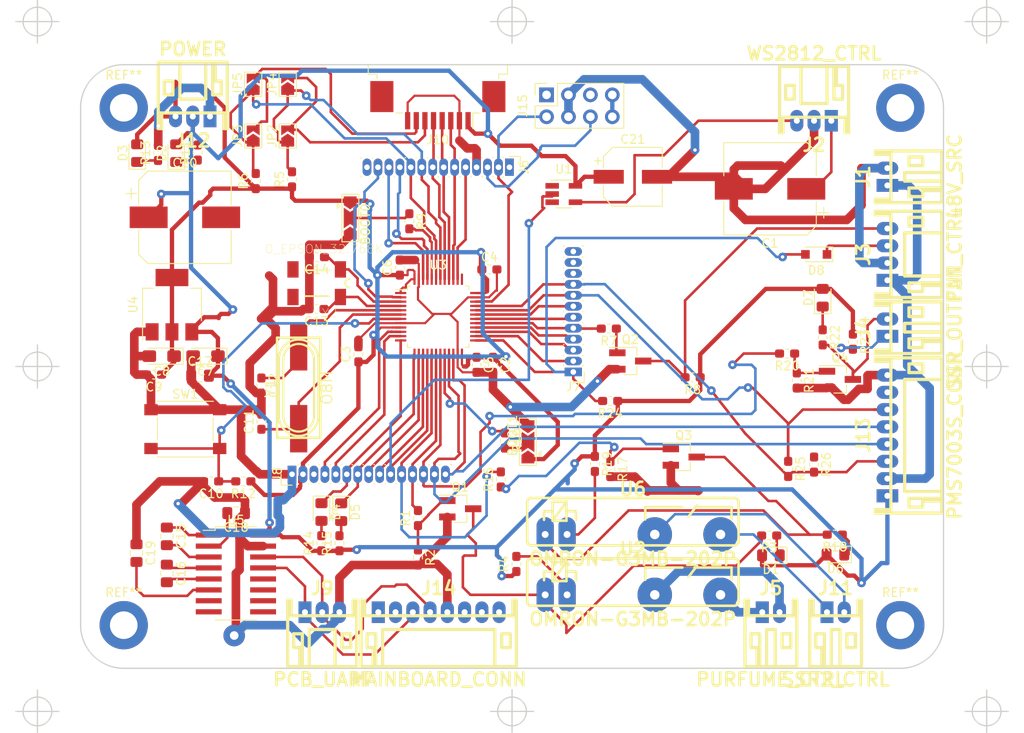
<source format=kicad_pcb>
(kicad_pcb (version 20171130) (host pcbnew 5.0.1-33cea8e~68~ubuntu18.04.1)
  (layers (0 F.Cu signal) (31 B.Cu signal) (34 B.Paste user) (35 F.Paste user) (36 B.SilkS user) (37 F.SilkS user) (38 B.Mask user) (39 F.Mask user) (44 Edge.Cuts user))
  (net 0 "")
  (net 1 GND)
  (net 2 "Net-(Q3-Pad1)")
  (net 3 /FAN_PWM_OUTPUT)
  (net 4 +5V)
  (net 5 "Net-(BOOT1-Pad2)")
  (net 6 /STM32_CORE/BOOT0)
  (net 7 /STM32_CORE/BOOT1)
  (net 8 "Net-(D2-Pad1)")
  (net 9 "Net-(D3-Pad1)")
  (net 10 "Net-(Q2-Pad1)")
  (net 11 "Net-(R4-Pad2)")
  (net 12 "Net-(Q1-Pad3)")
  (net 13 "Net-(D1-Pad1)")
  (net 14 +3V3)
  (net 15 /STM32_CORE/RESET)
  (net 16 /WS2812_PWM_TERMINAL)
  (net 17 /SSR_CH1_OUTPUT2)
  (net 18 /SSR_CH1_OUTPUT1)
  (net 19 /STM32_CORE/PC13)
  (net 20 /STM32_CORE/PC14)
  (net 21 /STM32_CORE/PC15)
  (net 22 /STM32_CORE/OSCIN)
  (net 23 /STM32_CORE/OSCOUT)
  (net 24 /STM32_CORE/PA0)
  (net 25 /STM32_CORE/PA1)
  (net 26 /STM32_CORE/PB14)
  (net 27 /STM32_CORE/PB15)
  (net 28 /STM32_CORE/SWIO)
  (net 29 /STM32_CORE/SWCLK)
  (net 30 /STM32_CORE/PA15)
  (net 31 /FAN_48V)
  (net 32 "Net-(J7-Pad10)")
  (net 33 "Net-(J7-Pad11)")
  (net 34 "Net-(J7-Pad12)")
  (net 35 /FAN_RPM)
  (net 36 VWS2812)
  (net 37 "Net-(Q1-Pad1)")
  (net 38 "Net-(BOOT0-Pad2)")
  (net 39 "Net-(C15-Pad1)")
  (net 40 "Net-(C18-Pad2)")
  (net 41 "Net-(C19-Pad2)")
  (net 42 "Net-(C16-Pad1)")
  (net 43 "Net-(C16-Pad2)")
  (net 44 /rs232_level_switch/RS232-TX2)
  (net 45 /rs232_level_switch/RS232-RX2)
  (net 46 /rs232_level_switch/TTL-RX2)
  (net 47 /rs232_level_switch/TTL-TX2)
  (net 48 /IONAIR_RX)
  (net 49 /IONAIR_TX)
  (net 50 "Net-(C15-Pad2)")
  (net 51 SPI1_SCK)
  (net 52 SPI1_MISO)
  (net 53 SPI1_MOSI)
  (net 54 IONAIR-TTL-TX)
  (net 55 IONAIR-TTL-RX)
  (net 56 STM32_FAN_PWM_OUTPUT)
  (net 57 STM32_SSR-25-DA_OUTPUT)
  (net 58 STM32_WS2812_OUTPUT)
  (net 59 "Net-(D5-Pad2)")
  (net 60 "Net-(D4-Pad2)")
  (net 61 /STM32_CORE/PA4)
  (net 62 /STM32_CORE/PA5)
  (net 63 "Net-(J8-Pad3)")
  (net 64 "Net-(J6-Pad1)")
  (net 65 /STM32_CORE/PB13)
  (net 66 /STM32_CORE/PB9)
  (net 67 /STM32_CORE/PB8)
  (net 68 "Net-(D6-Pad1)")
  (net 69 "Net-(D7-Pad1)")
  (net 70 STM32_FAN_RPM)
  (net 71 /SSR-25-DA_N)
  (net 72 /SSR-25-DA_P)
  (net 73 B2B_UART_RX)
  (net 74 B2B_UART_TX)
  (net 75 STM32_PMS7003S_RESET)
  (net 76 STM32_PMS7003S_SET)
  (net 77 /STM32_CORE/PA10)
  (net 78 /STM32_CORE/PA9)
  (net 79 STM32_PMS7003S_RXD)
  (net 80 STM32_PMS7003S_TXD)
  (net 81 STM32_SSR1_OUTPUT)
  (net 82 STM32_SSR2_OUTPUT)
  (net 83 "Net-(J10-Pad6)")
  (net 84 "Net-(J10-Pad7)")
  (net 85 /SSR_CH2_OUTPUT1)
  (net 86 /SSR_CH2_OUTPUT2)
  (net 87 /STM32_CORE/RST)
  (net 88 /STM32_CORE/SWIM)
  (net 89 "Net-(Q3-Pad3)")
  (net 90 "Net-(Q4-Pad1)")
  (net 91 "Net-(R19-Pad2)")
  (net 92 3V3)
  (net 93 "Net-(J14-Pad8)")
  (net 94 "Net-(J14-Pad7)")
  (net 95 "Net-(J14-Pad6)")
  (net 96 "Net-(J13-Pad7)")
  (module Package_TO_SOT_SMD:SOT-23_Handsoldering (layer F.Cu) (at 99.9 75.5)
    (fp_text reference Q3 (at 0 -2.5) (layer F.SilkS))
    (fp_text value "2N3904(1AM)")
    (pad 1 smd rect (at -1.5 -0.95) (size 1.9 0.8) (layers F.Cu F.Paste F.Mask) (net 2 "Net-(Q3-Pad1)"))
    (pad 2 smd rect (at -1.5 0.95) (size 1.9 0.8) (layers F.Cu F.Paste F.Mask) (net 1 GND))
    (pad 3 smd rect (at 1.5 0) (size 1.9 0.8) (layers F.Cu F.Paste F.Mask) (net 89 "Net-(Q3-Pad3)"))
  )
  (module footprint-lib:s3b-ph-kl (layer F.Cu) (at 43 36 180)
    (fp_text reference J12 (at 0 -2.79908 180) (layer F.SilkS) (effects (font (size 1.524 1.524) (thickness 0.3048))))
    (fp_text value POWER (at 0 7.80034 180) (layer F.SilkS) (effects (font (size 1.524 1.524) (thickness 0.3048))))
    (pad 1 thru_hole rect (at -1.99898 0 180) (size 1.5 2.5) (drill 0.70104) (layers *.Cu *.Mask) (net 1 GND))
    (pad 2 thru_hole oval (at 0 0 180) (size 1.5 2.5) (drill 0.70104) (layers *.Cu *.Mask) (net 4 +5V))
    (pad 3 thru_hole oval (at 1.99898 0 180) (size 1.5 2.5) (drill 0.70104) (layers *.Cu *.Mask) (net 14 +3V3))
  )
  (module footprint-lib:s3b-ph-kl (layer F.Cu) (at 58 93.5)
    (fp_text reference J9 (at 0 -2.79908) (layer F.SilkS) (effects (font (size 1.524 1.524) (thickness 0.3048))))
    (fp_text value PCB_UART (at 0 7.80034) (layer F.SilkS) (effects (font (size 1.524 1.524) (thickness 0.3048))))
    (pad 1 thru_hole rect (at -1.99898 0) (size 1.5 2.5) (drill 0.70104) (layers *.Cu *.Mask) (net 48 /IONAIR_RX))
    (pad 2 thru_hole oval (at 0 0) (size 1.5 2.5) (drill 0.70104) (layers *.Cu *.Mask) (net 49 /IONAIR_TX))
    (pad 3 thru_hole oval (at 1.99898 0) (size 1.5 2.5) (drill 0.70104) (layers *.Cu *.Mask) (net 1 GND))
  )
  (module footprint-lib:s2b-ph-kl (layer F.Cu) (at 109.99924 93.5)
    (fp_text reference J5 (at 0 -2.79908) (layer F.SilkS) (effects (font (size 1.524 1.524) (thickness 0.3048))))
    (fp_text value PURFUME_CTRL (at 0 7.80034) (layer F.SilkS) (effects (font (size 1.524 1.524) (thickness 0.3048))))
    (pad 1 thru_hole rect (at -1.00076 0) (size 1.5 2.5) (drill 0.70104) (layers *.Cu *.Mask) (net 17 /SSR_CH1_OUTPUT2))
    (pad 2 thru_hole oval (at 1.00076 0) (size 1.5 2.5) (drill 0.70104) (layers *.Cu *.Mask) (net 18 /SSR_CH1_OUTPUT1))
  )
  (module footprint-lib:s2b-ph-kl (layer F.Cu) (at 123.5 60.5 90)
    (fp_text reference J4 (at 0 -2.79908 90) (layer F.SilkS) (effects (font (size 1.524 1.524) (thickness 0.3048))))
    (fp_text value SSR_OUTPUT (at 0 7.80034 90) (layer F.SilkS) (effects (font (size 1.524 1.524) (thickness 0.3048))))
    (pad 1 thru_hole rect (at -1.00076 0 90) (size 1.5 2.5) (drill 0.70104) (layers *.Cu *.Mask) (net 72 /SSR-25-DA_P))
    (pad 2 thru_hole oval (at 1.00076 0 90) (size 1.5 2.5) (drill 0.70104) (layers *.Cu *.Mask) (net 71 /SSR-25-DA_N))
  )
  (module footprint-lib:s2b-ph-kl (layer F.Cu) (at 123.5 43 90)
    (fp_text reference J1 (at 0 -2.79908 90) (layer F.SilkS) (effects (font (size 1.524 1.524) (thickness 0.3048))))
    (fp_text value 48V_SRC (at 0 7.80034 90) (layer F.SilkS) (effects (font (size 1.524 1.524) (thickness 0.3048))))
    (pad 1 thru_hole rect (at -1.00076 0 90) (size 1.5 2.5) (drill 0.70104) (layers *.Cu *.Mask) (net 1 GND))
    (pad 2 thru_hole oval (at 1.00076 0 90) (size 1.5 2.5) (drill 0.70104) (layers *.Cu *.Mask) (net 31 /FAN_48V))
  )
  (module footprint-lib:s4b-ph-kl (layer F.Cu) (at 123.5 52.00076 90)
    (fp_text reference J3 (at 0 -2.79908 90) (layer F.SilkS) (effects (font (size 1.524 1.524) (thickness 0.3048))))
    (fp_text value FAN_CTRL (at 0 7.80034 90) (layer F.SilkS) (effects (font (size 1.524 1.524) (thickness 0.3048))))
    (pad 4 thru_hole oval (at 2.99974 0 90) (size 1.5 2.5) (drill 0.70104) (layers *.Cu *.Mask) (net 3 /FAN_PWM_OUTPUT))
    (pad 3 thru_hole oval (at 1.00076 0 90) (size 1.5 2.5) (drill 0.70104) (layers *.Cu *.Mask) (net 35 /FAN_RPM))
    (pad 2 thru_hole oval (at -1.00076 0 90) (size 1.5 2.5) (drill 0.70104) (layers *.Cu *.Mask) (net 31 /FAN_48V))
    (pad 1 thru_hole rect (at -2.99974 0 90) (size 1.5 2.5) (drill 0.70104) (layers *.Cu *.Mask) (net 1 GND))
  )
  (module footprint-lib:s3b-ph-kl (layer F.Cu) (at 115 36.5 180)
    (fp_text reference J2 (at 0 -2.79908 180) (layer F.SilkS) (effects (font (size 1.524 1.524) (thickness 0.3048))))
    (fp_text value WS2812_CTRL (at 0 7.80034 180) (layer F.SilkS) (effects (font (size 1.524 1.524) (thickness 0.3048))))
    (pad 1 thru_hole rect (at -1.99898 0 180) (size 1.5 2.5) (drill 0.70104) (layers *.Cu *.Mask) (net 36 VWS2812))
    (pad 2 thru_hole oval (at 0 0 180) (size 1.5 2.5) (drill 0.70104) (layers *.Cu *.Mask) (net 1 GND))
    (pad 3 thru_hole oval (at 1.99898 0 180) (size 1.5 2.5) (drill 0.70104) (layers *.Cu *.Mask) (net 16 /WS2812_PWM_TERMINAL))
  )
  (module footprint-lib:s2b-ph-kl (layer F.Cu) (at 117.49924 93.5)
    (fp_text reference J11 (at 0 -2.79908) (layer F.SilkS) (effects (font (size 1.524 1.524) (thickness 0.3048))))
    (fp_text value SSR2_CTRL (at 0 7.80034) (layer F.SilkS) (effects (font (size 1.524 1.524) (thickness 0.3048))))
    (pad 1 thru_hole rect (at -1.00076 0) (size 1.5 2.5) (drill 0.70104) (layers *.Cu *.Mask) (net 86 /SSR_CH2_OUTPUT2))
    (pad 2 thru_hole oval (at 1.00076 0) (size 1.5 2.5) (drill 0.70104) (layers *.Cu *.Mask) (net 85 /SSR_CH2_OUTPUT1))
  )
  (module Capacitor_SMD:CP_Elec_10x10.5 (layer F.Cu) (at 42.0878 47.7012)
    (fp_text reference C20 (at 0 -6.3) (layer F.SilkS))
    (fp_text value CP220uf,50V)
    (pad 1 smd rect (at -4.199999 0) (size 4.4 2.5) (layers F.Cu F.Paste F.Mask) (net 4 +5V))
    (pad 2 smd rect (at 4.199999 0) (size 4.4 2.5) (layers F.Cu F.Paste F.Mask) (net 1 GND))
  )
  (module footprint-lib:MC-306 (layer F.Cu) (at 57.3624 55.3418 180)
    (fp_text reference Y2 (at -1.48071 -3.45353 180) (layer F.SilkS) (effects (font (size 1.00102 1.00102) (thickness 0.05))))
    (fp_text value O_EPSON_32.768K (at -0.84523 3.9628 180) (layer F.SilkS) (effects (font (size 1.00121 1.00121) (thickness 0.05))))
    (pad 1 smd rect (at -2.75 1.6 180) (size 1.3 1.9) (layers F.Cu F.Paste F.Mask) (net 20 /STM32_CORE/PC14))
    (pad 2 smd rect (at 2.75 1.6 180) (size 1.3 1.9) (layers F.Cu F.Paste F.Mask))
    (pad 3 smd rect (at 2.75 -1.6) (size 1.3 1.9) (layers F.Cu F.Paste F.Mask))
    (pad 4 smd rect (at -2.75 -1.6) (size 1.3 1.9) (layers F.Cu F.Paste F.Mask) (net 21 /STM32_CORE/PC15))
  )
  (module Button_Switch_SMD:SW_SPST_PTS645 (layer F.Cu) (at 42.1386 72.263)
    (fp_text reference SW1 (at 0 -4.05) (layer F.SilkS))
    (fp_text value SW_Push)
    (pad 2 smd rect (at 3.98 2.25) (size 1.55 1.3) (layers F.Cu F.Paste F.Mask) (net 15 /STM32_CORE/RESET))
    (pad 1 smd rect (at 3.98 -2.25) (size 1.55 1.3) (layers F.Cu F.Paste F.Mask) (net 1 GND))
    (pad 1 smd rect (at -3.98 -2.25) (size 1.55 1.3) (layers F.Cu F.Paste F.Mask) (net 1 GND))
    (pad 2 smd rect (at -3.98 2.25) (size 1.55 1.3) (layers F.Cu F.Paste F.Mask) (net 15 /STM32_CORE/RESET))
  )
  (module footprint-lib:Pin_Header_Straight_1x15_Pitch1.27mm (layer F.Cu) (at 54.5 77.5 90)
    (fp_text reference J8 (at 0 -1.695 90) (layer F.SilkS))
    (fp_text value Conn_01x15)
    (pad 15 thru_hole oval (at 0 17.78 90) (size 2 1) (drill 0.65) (layers *.Cu *.Mask) (net 79 STM32_PMS7003S_RXD))
    (pad 14 thru_hole oval (at 0 16.51 90) (size 2 1) (drill 0.65) (layers *.Cu *.Mask) (net 80 STM32_PMS7003S_TXD))
    (pad 13 thru_hole oval (at 0 15.24 90) (size 2 1) (drill 0.65) (layers *.Cu *.Mask) (net 57 STM32_SSR-25-DA_OUTPUT))
    (pad 12 thru_hole oval (at 0 13.97 90) (size 2 1) (drill 0.65) (layers *.Cu *.Mask) (net 81 STM32_SSR1_OUTPUT))
    (pad 11 thru_hole oval (at 0 12.7 90) (size 2 1) (drill 0.65) (layers *.Cu *.Mask) (net 82 STM32_SSR2_OUTPUT))
    (pad 10 thru_hole oval (at 0 11.43 90) (size 2 1) (drill 0.65) (layers *.Cu *.Mask) (net 58 STM32_WS2812_OUTPUT))
    (pad 9 thru_hole oval (at 0 10.16 90) (size 2 1) (drill 0.65) (layers *.Cu *.Mask) (net 62 /STM32_CORE/PA5))
    (pad 8 thru_hole oval (at 0 8.89 90) (size 2 1) (drill 0.65) (layers *.Cu *.Mask) (net 61 /STM32_CORE/PA4))
    (pad 7 thru_hole oval (at 0 7.62 90) (size 2 1) (drill 0.65) (layers *.Cu *.Mask) (net 55 IONAIR-TTL-RX))
    (pad 6 thru_hole oval (at 0 6.35 90) (size 2 1) (drill 0.65) (layers *.Cu *.Mask) (net 54 IONAIR-TTL-TX))
    (pad 5 thru_hole oval (at 0 5.08 90) (size 2 1) (drill 0.65) (layers *.Cu *.Mask) (net 25 /STM32_CORE/PA1))
    (pad 4 thru_hole oval (at 0 3.81 90) (size 2 1) (drill 0.65) (layers *.Cu *.Mask) (net 24 /STM32_CORE/PA0))
    (pad 3 thru_hole oval (at 0 2.54 90) (size 2 1) (drill 0.65) (layers *.Cu *.Mask) (net 63 "Net-(J8-Pad3)"))
    (pad 2 thru_hole oval (at 0 1.27 90) (size 2 1) (drill 0.65) (layers *.Cu *.Mask) (net 14 +3V3))
    (pad 1 thru_hole rect (at 0 0 90) (size 2 1) (drill 0.65) (layers *.Cu *.Mask) (net 1 GND))
  )
  (module footprint-lib:Pin_Header_Straight_1x12_Pitch1.27mm (layer F.Cu) (at 87.0992 65.6362 180)
    (fp_text reference J7 (at 0 -1.695 180) (layer F.SilkS))
    (fp_text value Conn_01x12)
    (pad 12 thru_hole oval (at 0 13.97 180) (size 2 1) (drill 0.65) (layers *.Cu *.Mask) (net 34 "Net-(J7-Pad12)"))
    (pad 11 thru_hole oval (at 0 12.7 180) (size 2 1) (drill 0.65) (layers *.Cu *.Mask) (net 33 "Net-(J7-Pad11)"))
    (pad 10 thru_hole oval (at 0 11.43 180) (size 2 1) (drill 0.65) (layers *.Cu *.Mask) (net 32 "Net-(J7-Pad10)"))
    (pad 9 thru_hole oval (at 0 10.16 180) (size 2 1) (drill 0.65) (layers *.Cu *.Mask) (net 75 STM32_PMS7003S_RESET))
    (pad 8 thru_hole oval (at 0 8.89 180) (size 2 1) (drill 0.65) (layers *.Cu *.Mask) (net 76 STM32_PMS7003S_SET))
    (pad 7 thru_hole oval (at 0 7.62 180) (size 2 1) (drill 0.65) (layers *.Cu *.Mask) (net 77 /STM32_CORE/PA10))
    (pad 6 thru_hole oval (at 0 6.35 180) (size 2 1) (drill 0.65) (layers *.Cu *.Mask) (net 78 /STM32_CORE/PA9))
    (pad 5 thru_hole oval (at 0 5.08 180) (size 2 1) (drill 0.65) (layers *.Cu *.Mask) (net 56 STM32_FAN_PWM_OUTPUT))
    (pad 4 thru_hole oval (at 0 3.81 180) (size 2 1) (drill 0.65) (layers *.Cu *.Mask) (net 27 /STM32_CORE/PB15))
    (pad 3 thru_hole oval (at 0 2.54 180) (size 2 1) (drill 0.65) (layers *.Cu *.Mask) (net 26 /STM32_CORE/PB14))
    (pad 2 thru_hole oval (at 0 1.27 180) (size 2 1) (drill 0.65) (layers *.Cu *.Mask) (net 65 /STM32_CORE/PB13))
    (pad 1 thru_hole rect (at 0 0 180) (size 2 1) (drill 0.65) (layers *.Cu *.Mask) (net 70 STM32_FAN_RPM))
  )
  (module footprint-lib:Pin_Header_Straight_1x14_Pitch1.27mm (layer F.Cu) (at 79.699088 41.894003 270)
    (fp_text reference J6 (at 0 -1.695 270) (layer F.SilkS))
    (fp_text value Conn_01x14)
    (pad 14 thru_hole oval (at 0 16.51 270) (size 2 1) (drill 0.65) (layers *.Cu *.Mask) (net 4 +5V))
    (pad 13 thru_hole oval (at 0 15.24 270) (size 2 1) (drill 0.65) (layers *.Cu *.Mask) (net 19 /STM32_CORE/PC13))
    (pad 12 thru_hole oval (at 0 13.97 270) (size 2 1) (drill 0.65) (layers *.Cu *.Mask) (net 66 /STM32_CORE/PB9))
    (pad 11 thru_hole oval (at 0 12.7 270) (size 2 1) (drill 0.65) (layers *.Cu *.Mask) (net 67 /STM32_CORE/PB8))
    (pad 10 thru_hole oval (at 0 11.43 270) (size 2 1) (drill 0.65) (layers *.Cu *.Mask) (net 73 B2B_UART_RX))
    (pad 9 thru_hole oval (at 0 10.16 270) (size 2 1) (drill 0.65) (layers *.Cu *.Mask) (net 74 B2B_UART_TX))
    (pad 8 thru_hole oval (at 0 8.89 270) (size 2 1) (drill 0.65) (layers *.Cu *.Mask) (net 53 SPI1_MOSI))
    (pad 7 thru_hole oval (at 0 7.62 270) (size 2 1) (drill 0.65) (layers *.Cu *.Mask) (net 52 SPI1_MISO))
    (pad 6 thru_hole oval (at 0 6.35 270) (size 2 1) (drill 0.65) (layers *.Cu *.Mask) (net 51 SPI1_SCK))
    (pad 5 thru_hole oval (at 0 5.08 270) (size 2 1) (drill 0.65) (layers *.Cu *.Mask) (net 30 /STM32_CORE/PA15))
    (pad 4 thru_hole oval (at 0 3.81 270) (size 2 1) (drill 0.65) (layers *.Cu *.Mask) (net 1 GND))
    (pad 3 thru_hole oval (at 0 2.54 270) (size 2 1) (drill 0.65) (layers *.Cu *.Mask) (net 29 /STM32_CORE/SWCLK))
    (pad 2 thru_hole oval (at 0 1.27 270) (size 2 1) (drill 0.65) (layers *.Cu *.Mask) (net 28 /STM32_CORE/SWIO))
    (pad 1 thru_hole rect (at 0 0 270) (size 2 1) (drill 0.65) (layers *.Cu *.Mask) (net 64 "Net-(J6-Pad1)"))
  )
  (module footprint-lib:OMRON-G3MB-202P (layer F.Cu) (at 94 90)
    (fp_text reference U2 (at 0 -3.8) (layer F.SilkS) (effects (font (size 1.524 1.524) (thickness 0.3048))))
    (fp_text value OMRON-G3MB-202P (at 0 4.3) (layer F.SilkS) (effects (font (size 1.524 1.524) (thickness 0.3048))))
    (pad 2 thru_hole circle (at 2.54 1.48) (size 4 4) (drill 1.1) (layers *.Cu *.Mask) (net 18 /SSR_CH1_OUTPUT1))
    (pad 4 thru_hole oval (at -10.16 1.48) (size 2 4) (drill 0.8) (layers *.Cu *.Mask) (net 12 "Net-(Q1-Pad3)"))
    (pad 1 thru_hole circle (at 10.16 1.48) (size 4 4) (drill 1.1) (layers *.Cu *.Mask) (net 17 /SSR_CH1_OUTPUT2))
    (pad 3 thru_hole oval (at -7.62 1.48) (size 2 4) (drill 0.8) (layers *.Cu *.Mask) (net 11 "Net-(R4-Pad2)"))
  )
  (module Capacitor_SMD:CP_Elec_10x10.5 (layer F.Cu) (at 109.9 44.4 180)
    (fp_text reference C1 (at 0 -6.3 180) (layer F.SilkS))
    (fp_text value CP1000uf,10V)
    (pad 1 smd rect (at -4.2 0 180) (size 4.4 2.5) (layers F.Cu F.Paste F.Mask) (net 36 VWS2812))
    (pad 2 smd rect (at 4.2 0 180) (size 4.4 2.5) (layers F.Cu F.Paste F.Mask) (net 1 GND))
  )
  (module Capacitor_SMD:C_0805_2012Metric_Pad1.15x1.40mm_HandSolder (layer F.Cu) (at 36.477 86.642 270)
    (fp_text reference C19 (at 0 -1.65 270) (layer F.SilkS))
    (fp_text value C104)
    (pad 1 smd roundrect (at -1.025 0 270) (size 1.15 1.4) (layers F.Cu F.Paste F.Mask) (roundrect_rratio 0.217391) (net 1 GND))
    (pad 2 smd roundrect (at 1.025 0 270) (size 1.15 1.4) (layers F.Cu F.Paste F.Mask) (roundrect_rratio 0.217391) (net 41 "Net-(C19-Pad2)"))
  )
  (module LED_SMD:LED_0805_2012Metric_Pad1.15x1.40mm_HandSolder (layer F.Cu) (at 60.2 81.9 270)
    (fp_text reference D5 (at 0 -1.65 270) (layer F.SilkS))
    (fp_text value LED_GREEN)
    (pad 2 smd roundrect (at 1.025 0 270) (size 1.15 1.4) (layers F.Cu F.Paste F.Mask) (roundrect_rratio 0.217391) (net 59 "Net-(D5-Pad2)"))
    (pad 1 smd roundrect (at -1.025 0 270) (size 1.15 1.4) (layers F.Cu F.Paste F.Mask) (roundrect_rratio 0.217391) (net 55 IONAIR-TTL-RX))
  )
  (module LED_SMD:LED_0805_2012Metric_Pad1.15x1.40mm_HandSolder (layer F.Cu) (at 57.916 81.883 270)
    (fp_text reference D4 (at 0 -1.65 270) (layer F.SilkS))
    (fp_text value LED_GREEN)
    (pad 1 smd roundrect (at -1.025 0 270) (size 1.15 1.4) (layers F.Cu F.Paste F.Mask) (roundrect_rratio 0.217391) (net 54 IONAIR-TTL-TX))
    (pad 2 smd roundrect (at 1.025 0 270) (size 1.15 1.4) (layers F.Cu F.Paste F.Mask) (roundrect_rratio 0.217391) (net 60 "Net-(D4-Pad2)"))
  )
  (module Connector_FFC-FPC:TE_84952-8_1x08-1MP_P1.0mm_Horizontal (layer F.Cu) (at 71.402 34.699 180)
    (fp_text reference J10 (at 0 -4 180) (layer F.SilkS))
    (fp_text value FCC_B2B)
    (pad 1 smd rect (at -3.5 -1.8 180) (size 0.61 2) (layers F.Cu F.Paste F.Mask) (net 4 +5V))
    (pad 2 smd rect (at -2.5 -1.8 180) (size 0.61 2) (layers F.Cu F.Paste F.Mask) (net 1 GND))
    (pad 3 smd rect (at -1.5 -1.8 180) (size 0.61 2) (layers F.Cu F.Paste F.Mask) (net 51 SPI1_SCK))
    (pad 4 smd rect (at -0.5 -1.8 180) (size 0.61 2) (layers F.Cu F.Paste F.Mask) (net 52 SPI1_MISO))
    (pad 5 smd rect (at 0.5 -1.8 180) (size 0.61 2) (layers F.Cu F.Paste F.Mask) (net 53 SPI1_MOSI))
    (pad 6 smd rect (at 1.5 -1.8 180) (size 0.61 2) (layers F.Cu F.Paste F.Mask) (net 83 "Net-(J10-Pad6)"))
    (pad 7 smd rect (at 2.5 -1.8 180) (size 0.61 2) (layers F.Cu F.Paste F.Mask) (net 84 "Net-(J10-Pad7)"))
    (pad 8 smd rect (at 3.5 -1.8 180) (size 0.61 2) (layers F.Cu F.Paste F.Mask) (net 1 GND))
    (pad MP smd rect (at -6.49 1 180) (size 2.68 3.6) (layers F.Cu F.Paste F.Mask))
    (pad MP smd rect (at 6.49 1 180) (size 2.68 3.6) (layers F.Cu F.Paste F.Mask))
  )
  (module Capacitor_SMD:C_0805_2012Metric_Pad1.15x1.40mm_HandSolder (layer F.Cu) (at 48.025 82 180)
    (fp_text reference C18 (at 0 -1.65 180) (layer F.SilkS))
    (fp_text value C104)
    (pad 2 smd roundrect (at 1.025 0 180) (size 1.15 1.4) (layers F.Cu F.Paste F.Mask) (roundrect_rratio 0.217391) (net 40 "Net-(C18-Pad2)"))
    (pad 1 smd roundrect (at -1.025 0 180) (size 1.15 1.4) (layers F.Cu F.Paste F.Mask) (roundrect_rratio 0.217391) (net 1 GND))
  )
  (module Capacitor_SMD:C_0805_2012Metric_Pad1.15x1.40mm_HandSolder (layer F.Cu) (at 43.843 66.068)
    (fp_text reference C17 (at 0 -1.65) (layer F.SilkS))
    (fp_text value C104)
    (pad 1 smd roundrect (at -1.025 0) (size 1.15 1.4) (layers F.Cu F.Paste F.Mask) (roundrect_rratio 0.217391) (net 1 GND))
    (pad 2 smd roundrect (at 1.025 0) (size 1.15 1.4) (layers F.Cu F.Paste F.Mask) (roundrect_rratio 0.217391) (net 4 +5V))
  )
  (module Capacitor_SMD:C_0805_2012Metric_Pad1.15x1.40mm_HandSolder (layer F.Cu) (at 40 84.7 270)
    (fp_text reference C15 (at 0 -1.65 270) (layer F.SilkS))
    (fp_text value C104)
    (pad 2 smd roundrect (at 1.025 0 270) (size 1.15 1.4) (layers F.Cu F.Paste F.Mask) (roundrect_rratio 0.217391) (net 50 "Net-(C15-Pad2)"))
    (pad 1 smd roundrect (at -1.025 0 270) (size 1.15 1.4) (layers F.Cu F.Paste F.Mask) (roundrect_rratio 0.217391) (net 39 "Net-(C15-Pad1)"))
  )
  (module Capacitor_SMD:C_0805_2012Metric_Pad1.15x1.40mm_HandSolder (layer F.Cu) (at 40 89 270)
    (fp_text reference C16 (at 0 -1.65 270) (layer F.SilkS))
    (fp_text value C104)
    (pad 1 smd roundrect (at -1.025 0 270) (size 1.15 1.4) (layers F.Cu F.Paste F.Mask) (roundrect_rratio 0.217391) (net 42 "Net-(C16-Pad1)"))
    (pad 2 smd roundrect (at 1.025 0 270) (size 1.15 1.4) (layers F.Cu F.Paste F.Mask) (roundrect_rratio 0.217391) (net 43 "Net-(C16-Pad2)"))
  )
  (module footprint-lib:SOP-16_4.4x10.4mm_Pitch1.27mm (layer F.Cu) (at 48 89)
    (fp_text reference U5 (at 0 -6.2) (layer F.SilkS))
    (fp_text value SP3232EEN)
    (pad 1 smd rect (at -3.15 -4.45) (size 3 0.6) (layers F.Cu F.Paste F.Mask) (net 39 "Net-(C15-Pad1)"))
    (pad 2 smd rect (at -3.15 -3.17) (size 3 0.6) (layers F.Cu F.Paste F.Mask) (net 40 "Net-(C18-Pad2)"))
    (pad 3 smd rect (at -3.15 -1.91) (size 3 0.6) (layers F.Cu F.Paste F.Mask) (net 50 "Net-(C15-Pad2)"))
    (pad 4 smd rect (at -3.15 -0.64) (size 3 0.6) (layers F.Cu F.Paste F.Mask) (net 42 "Net-(C16-Pad1)"))
    (pad 5 smd rect (at -3.15 0.64) (size 3 0.6) (layers F.Cu F.Paste F.Mask) (net 43 "Net-(C16-Pad2)"))
    (pad 6 smd rect (at -3.15 1.91) (size 3 0.6) (layers F.Cu F.Paste F.Mask) (net 41 "Net-(C19-Pad2)"))
    (pad 7 smd rect (at -3.15 3.17) (size 3 0.6) (layers F.Cu F.Paste F.Mask) (net 44 /rs232_level_switch/RS232-TX2))
    (pad 8 smd rect (at -3.15 4.45) (size 3 0.6) (layers F.Cu F.Paste F.Mask) (net 45 /rs232_level_switch/RS232-RX2))
    (pad 9 smd rect (at 3.15 4.45) (size 3 0.6) (layers F.Cu F.Paste F.Mask) (net 46 /rs232_level_switch/TTL-RX2))
    (pad 10 smd rect (at 3.15 3.17) (size 3 0.6) (layers F.Cu F.Paste F.Mask) (net 47 /rs232_level_switch/TTL-TX2))
    (pad 11 smd rect (at 3.15 1.91) (size 3 0.6) (layers F.Cu F.Paste F.Mask) (net 54 IONAIR-TTL-TX))
    (pad 12 smd rect (at 3.15 0.64) (size 3 0.6) (layers F.Cu F.Paste F.Mask) (net 55 IONAIR-TTL-RX))
    (pad 13 smd rect (at 3.15 -0.64) (size 3 0.6) (layers F.Cu F.Paste F.Mask) (net 48 /IONAIR_RX))
    (pad 14 smd rect (at 3.15 -1.91) (size 3 0.6) (layers F.Cu F.Paste F.Mask) (net 49 /IONAIR_TX))
    (pad 15 smd rect (at 3.15 -3.17) (size 3 0.6) (layers F.Cu F.Paste F.Mask) (net 1 GND))
    (pad 16 smd rect (at 3.15 -4.45) (size 3 0.6) (layers F.Cu F.Paste F.Mask) (net 4 +5V))
  )
  (module Package_TO_SOT_SMD:SOT-23-5_HandSoldering (layer F.Cu) (at 86 45)
    (fp_text reference U1 (at 0 -2.9) (layer F.SilkS))
    (fp_text value 74AHCT1G125)
    (pad 1 smd rect (at -1.35 -0.95) (size 1.56 0.65) (layers F.Cu F.Paste F.Mask) (net 1 GND))
    (pad 2 smd rect (at -1.35 0) (size 1.56 0.65) (layers F.Cu F.Paste F.Mask) (net 58 STM32_WS2812_OUTPUT))
    (pad 3 smd rect (at -1.35 0.95) (size 1.56 0.65) (layers F.Cu F.Paste F.Mask) (net 1 GND))
    (pad 4 smd rect (at 1.35 0.95) (size 1.56 0.65) (layers F.Cu F.Paste F.Mask) (net 16 /WS2812_PWM_TERMINAL))
    (pad 5 smd rect (at 1.35 -0.95) (size 1.56 0.65) (layers F.Cu F.Paste F.Mask) (net 4 +5V))
  )
  (module Jumper:SolderJumper-3_P2.0mm_Open_TrianglePad1.0x1.5mm (layer F.Cu) (at 61.242 47.78 270)
    (fp_text reference BOOT0 (at 0.725 -1.775 270) (layer F.SilkS))
    (fp_text value JUMPER)
    (pad 1 smd custom (at -2 0 270) (size 0.3 0.3) (layers F.Cu F.Mask) (net 14 +3V3) (options (clearance outline) (anchor rect)) (primitives (gr_poly (pts (xy -0.5 -0.75) (xy 0.5 -0.75) (xy 1 0) (xy 0.5 0.75) (xy -0.5 0.75)) (width 0))))
    (pad 2 smd custom (at 0 0 270) (size 0.3 0.3) (layers F.Cu) (net 38 "Net-(BOOT0-Pad2)") (options (clearance outline) (anchor rect)) (primitives (gr_poly (pts (xy -1.2 -0.75) (xy 1.2 -0.75) (xy 0.7 0) (xy 1.2 0.75) (xy -1.2 0.75) (xy -0.7 0)) (width 0))))
    (pad 3 smd custom (at 2 0 90) (size 0.3 0.3) (layers F.Cu F.Mask) (net 1 GND) (options (clearance outline) (anchor rect)) (primitives (gr_poly (pts (xy -0.5 -0.75) (xy 0.5 -0.75) (xy 1 0) (xy 0.5 0.75) (xy -0.5 0.75)) (width 0))))
  )
  (module Package_TO_SOT_SMD:SOT-23_Handsoldering (layer F.Cu) (at 74 81.5)
    (fp_text reference Q1 (at 0 -2.5) (layer F.SilkS))
    (fp_text value "2N3904(1AM)")
    (pad 3 smd rect (at 1.5 0) (size 1.9 0.8) (layers F.Cu F.Paste F.Mask) (net 12 "Net-(Q1-Pad3)"))
    (pad 2 smd rect (at -1.5 0.95) (size 1.9 0.8) (layers F.Cu F.Paste F.Mask) (net 1 GND))
    (pad 1 smd rect (at -1.5 -0.95) (size 1.9 0.8) (layers F.Cu F.Paste F.Mask) (net 37 "Net-(Q1-Pad1)"))
  )
  (module Package_TO_SOT_SMD:SOT-23_Handsoldering (layer F.Cu) (at 93.7032 64.3662)
    (fp_text reference Q2 (at 0 -2.5) (layer F.SilkS))
    (fp_text value SS9013_J3)
    (pad 1 smd rect (at -1.5 -0.95) (size 1.9 0.8) (layers F.Cu F.Paste F.Mask) (net 10 "Net-(Q2-Pad1)"))
    (pad 2 smd rect (at -1.5 0.95) (size 1.9 0.8) (layers F.Cu F.Paste F.Mask) (net 1 GND))
    (pad 3 smd rect (at 1.5 0) (size 1.9 0.8) (layers F.Cu F.Paste F.Mask) (net 3 /FAN_PWM_OUTPUT))
  )
  (module w_crystal:hc-49_smd (layer F.Cu) (at 55.273 67.465 90)
    (fp_text reference Y1 (at 0 -3.302 90) (layer F.SilkS) (effects (font (size 1.143 1.27) (thickness 0.1524))))
    (fp_text value O8M (at 0 3.302 90) (layer F.SilkS) (effects (font (size 1.143 1.27) (thickness 0.1524))))
    (pad 2 smd rect (at 4.7498 0 90) (size 5.4991 1.99898) (layers F.Cu F.Paste F.Mask) (net 22 /STM32_CORE/OSCIN))
    (pad 1 smd rect (at -4.7498 0 90) (size 5.4991 1.99898) (layers F.Cu F.Paste F.Mask) (net 23 /STM32_CORE/OSCOUT))
  )
  (module Capacitor_SMD:C_0603_1608Metric_Pad1.05x0.95mm_HandSolder (layer F.Cu) (at 77.794088 64.804003 270)
    (fp_text reference C2 (at 0 -1.43 270) (layer F.SilkS))
    (fp_text value C104)
    (pad 1 smd roundrect (at -0.875 0 270) (size 1.05 0.95) (layers F.Cu F.Paste F.Mask) (net 14 +3V3))
    (pad 2 smd roundrect (at 0.875 0 270) (size 1.05 0.95) (layers F.Cu F.Paste F.Mask) (net 1 GND))
  )
  (module Capacitor_SMD:C_0603_1608Metric_Pad1.05x0.95mm_HandSolder (layer F.Cu) (at 62.1945 63.5915 90)
    (fp_text reference C3 (at 0 -1.43 90) (layer F.SilkS))
    (fp_text value C104)
    (pad 2 smd roundrect (at 0.875 0 90) (size 1.05 0.95) (layers F.Cu F.Paste F.Mask) (net 1 GND))
    (pad 1 smd roundrect (at -0.875 0 90) (size 1.05 0.95) (layers F.Cu F.Paste F.Mask) (net 14 +3V3))
  )
  (module Capacitor_SMD:C_0603_1608Metric_Pad1.05x0.95mm_HandSolder (layer F.Cu) (at 77.371 53.749)
    (fp_text reference C4 (at 0 -1.43) (layer F.SilkS))
    (fp_text value C104)
    (pad 1 smd roundrect (at -0.875 0) (size 1.05 0.95) (layers F.Cu F.Paste F.Mask) (net 14 +3V3))
    (pad 2 smd roundrect (at 0.875 0) (size 1.05 0.95) (layers F.Cu F.Paste F.Mask) (net 1 GND))
  )
  (module Capacitor_SMD:C_0603_1608Metric_Pad1.05x0.95mm_HandSolder (layer F.Cu) (at 75.889088 64.804003 270)
    (fp_text reference C5 (at 0 -1.43 270) (layer F.SilkS))
    (fp_text value C104)
    (pad 2 smd roundrect (at 0.875 0 270) (size 1.05 0.95) (layers F.Cu F.Paste F.Mask) (net 1 GND))
    (pad 1 smd roundrect (at -0.875 0 270) (size 1.05 0.95) (layers F.Cu F.Paste F.Mask) (net 14 +3V3))
  )
  (module Capacitor_SMD:C_0603_1608Metric_Pad1.05x0.95mm_HandSolder (layer F.Cu) (at 66.999088 53.529003 90)
    (fp_text reference C6 (at 0 -1.43 90) (layer F.SilkS))
    (fp_text value C104)
    (pad 1 smd roundrect (at -0.875 0 90) (size 1.05 0.95) (layers F.Cu F.Paste F.Mask) (net 14 +3V3))
    (pad 2 smd roundrect (at 0.875 0 90) (size 1.05 0.95) (layers F.Cu F.Paste F.Mask) (net 1 GND))
  )
  (module Capacitor_SMD:C_0603_1608Metric_Pad1.05x0.95mm_HandSolder (layer F.Cu) (at 38.509 65.941 180)
    (fp_text reference C9 (at 0 -1.43 180) (layer F.SilkS))
    (fp_text value C105)
    (pad 2 smd roundrect (at 0.875 0 180) (size 1.05 0.95) (layers F.Cu F.Paste F.Mask) (net 1 GND))
    (pad 1 smd roundrect (at -0.875 0 180) (size 1.05 0.95) (layers F.Cu F.Paste F.Mask) (net 14 +3V3))
  )
  (module Capacitor_SMD:C_0603_1608Metric_Pad1.05x0.95mm_HandSolder (layer F.Cu) (at 50.955 71.402 90)
    (fp_text reference C11 (at 0 -1.43 90) (layer F.SilkS))
    (fp_text value C20pf)
    (pad 1 smd roundrect (at -0.875 0 90) (size 1.05 0.95) (layers F.Cu F.Paste F.Mask) (net 23 /STM32_CORE/OSCOUT))
    (pad 2 smd roundrect (at 0.875 0 90) (size 1.05 0.95) (layers F.Cu F.Paste F.Mask) (net 1 GND))
  )
  (module Capacitor_SMD:C_0603_1608Metric_Pad1.05x0.95mm_HandSolder (layer F.Cu) (at 50.955 67.211 270)
    (fp_text reference C12 (at 0 -1.43 270) (layer F.SilkS))
    (fp_text value C20pf)
    (pad 2 smd roundrect (at 0.875 0 270) (size 1.05 0.95) (layers F.Cu F.Paste F.Mask) (net 1 GND))
    (pad 1 smd roundrect (at -0.875 0 270) (size 1.05 0.95) (layers F.Cu F.Paste F.Mask) (net 22 /STM32_CORE/OSCIN))
  )
  (module Capacitor_SMD:C_0603_1608Metric_Pad1.05x0.95mm_HandSolder (layer F.Cu) (at 57.337 58.339 180)
    (fp_text reference C13 (at 0 -1.43 180) (layer F.SilkS))
    (fp_text value C20pf)
    (pad 1 smd roundrect (at -0.875 0 180) (size 1.05 0.95) (layers F.Cu F.Paste F.Mask) (net 21 /STM32_CORE/PC15))
    (pad 2 smd roundrect (at 0.875 0 180) (size 1.05 0.95) (layers F.Cu F.Paste F.Mask) (net 1 GND))
  )
  (module Capacitor_SMD:C_0603_1608Metric_Pad1.05x0.95mm_HandSolder (layer F.Cu) (at 57.3878 52.3192 180)
    (fp_text reference C14 (at 0 -1.43 180) (layer F.SilkS))
    (fp_text value C20pf)
    (pad 2 smd roundrect (at 0.875 0 180) (size 1.05 0.95) (layers F.Cu F.Paste F.Mask) (net 1 GND))
    (pad 1 smd roundrect (at -0.875 0 180) (size 1.05 0.95) (layers F.Cu F.Paste F.Mask) (net 20 /STM32_CORE/PC14))
  )
  (module Capacitor_SMD:C_0603_1608Metric_Pad1.05x0.95mm_HandSolder (layer F.Cu) (at 45.127 78.3235 180)
    (fp_text reference C10 (at 0 -1.43 180) (layer F.SilkS))
    (fp_text value C105)
    (pad 1 smd roundrect (at -0.875 0 180) (size 1.05 0.95) (layers F.Cu F.Paste F.Mask) (net 15 /STM32_CORE/RESET))
    (pad 2 smd roundrect (at 0.875 0 180) (size 1.05 0.95) (layers F.Cu F.Paste F.Mask) (net 1 GND))
  )
  (module Capacitor_Tantalum_SMD:CP_EIA-3216-12_Kemet-S_Pad1.58x1.35mm_HandSolder (layer F.Cu) (at 44.479588 63.802003 180)
    (fp_text reference C7 (at 0 -1.75 180) (layer F.SilkS))
    (fp_text value TC106,10V)
    (pad 2 smd roundrect (at 1.4375 0 180) (size 1.575 1.35) (layers F.Cu F.Paste F.Mask) (roundrect_rratio 0.185185) (net 1 GND))
    (pad 1 smd roundrect (at -1.4375 0 180) (size 1.575 1.35) (layers F.Cu F.Paste F.Mask) (roundrect_rratio 0.185185) (net 4 +5V))
  )
  (module Capacitor_Tantalum_SMD:CP_EIA-3216-12_Kemet-S_Pad1.58x1.35mm_HandSolder (layer F.Cu) (at 39.399588 63.802003 180)
    (fp_text reference C8 (at 0 -1.75 180) (layer F.SilkS))
    (fp_text value TC106,10V)
    (pad 1 smd roundrect (at -1.4375 0 180) (size 1.575 1.35) (layers F.Cu F.Paste F.Mask) (roundrect_rratio 0.185185) (net 14 +3V3))
    (pad 2 smd roundrect (at 1.4375 0 180) (size 1.575 1.35) (layers F.Cu F.Paste F.Mask) (roundrect_rratio 0.185185) (net 1 GND))
  )
  (module Jumper:SolderJumper-3_P2.0mm_Open_TrianglePad1.0x1.5mm (layer F.Cu) (at 81.8414 73.7388 90)
    (fp_text reference BOOT1 (at 0.725 -1.775 90) (layer F.SilkS))
    (fp_text value JUMPER)
    (pad 3 smd custom (at 2 0 270) (size 0.3 0.3) (layers F.Cu F.Mask) (net 1 GND) (options (clearance outline) (anchor rect)) (primitives (gr_poly (pts (xy -0.5 -0.75) (xy 0.5 -0.75) (xy 1 0) (xy 0.5 0.75) (xy -0.5 0.75)) (width 0))))
    (pad 2 smd custom (at 0 0 90) (size 0.3 0.3) (layers F.Cu) (net 5 "Net-(BOOT1-Pad2)") (options (clearance outline) (anchor rect)) (primitives (gr_poly (pts (xy -1.2 -0.75) (xy 1.2 -0.75) (xy 0.7 0) (xy 1.2 0.75) (xy -1.2 0.75) (xy -0.7 0)) (width 0))))
    (pad 1 smd custom (at -2 0 90) (size 0.3 0.3) (layers F.Cu F.Mask) (net 14 +3V3) (options (clearance outline) (anchor rect)) (primitives (gr_poly (pts (xy -0.5 -0.75) (xy 0.5 -0.75) (xy 1 0) (xy 0.5 0.75) (xy -0.5 0.75)) (width 0))))
  )
  (module LED_SMD:LED_0805_2012Metric_Pad1.15x1.40mm_HandSolder (layer F.Cu) (at 36.5588 40.2596 90)
    (fp_text reference D3 (at 0 -1.65 90) (layer F.SilkS))
    (fp_text value LED_ORANGE)
    (pad 1 smd roundrect (at -1.025 0 90) (size 1.15 1.4) (layers F.Cu F.Paste F.Mask) (roundrect_rratio 0.217391) (net 9 "Net-(D3-Pad1)"))
    (pad 2 smd roundrect (at 1.025 0 90) (size 1.15 1.4) (layers F.Cu F.Paste F.Mask) (roundrect_rratio 0.217391) (net 14 +3V3))
  )
  (module LED_SMD:LED_0805_2012Metric_Pad1.15x1.40mm_HandSolder (layer F.Cu) (at 41.085 40.2642 90)
    (fp_text reference D2 (at 0 -1.65 90) (layer F.SilkS))
    (fp_text value LED_GREEN)
    (pad 2 smd roundrect (at 1.025 0 90) (size 1.15 1.4) (layers F.Cu F.Paste F.Mask) (roundrect_rratio 0.217391) (net 4 +5V))
    (pad 1 smd roundrect (at -1.025 0 90) (size 1.15 1.4) (layers F.Cu F.Paste F.Mask) (roundrect_rratio 0.217391) (net 8 "Net-(D2-Pad1)"))
  )
  (module LED_SMD:LED_0805_2012Metric_Pad1.15x1.40mm_HandSolder (layer F.Cu) (at 110 86.9 180)
    (fp_text reference D1 (at 0 -1.65 180) (layer F.SilkS))
    (fp_text value LED_BLUE)
    (pad 1 smd roundrect (at -1.025 0 180) (size 1.15 1.4) (layers F.Cu F.Paste F.Mask) (roundrect_rratio 0.217391) (net 13 "Net-(D1-Pad1)"))
    (pad 2 smd roundrect (at 1.025 0 180) (size 1.15 1.4) (layers F.Cu F.Paste F.Mask) (roundrect_rratio 0.217391) (net 4 +5V))
  )
  (module Package_QFP:LQFP-48_7x7mm_P0.5mm (layer F.Cu) (at 71.444088 59.230003)
    (fp_text reference U3 (at 0 -6) (layer F.SilkS))
    (fp_text value STM32F103C8T6)
    (pad 1 smd rect (at -4.35 -2.75) (size 1.3 0.25) (layers F.Cu F.Paste F.Mask) (net 14 +3V3))
    (pad 2 smd rect (at -4.35 -2.25) (size 1.3 0.25) (layers F.Cu F.Paste F.Mask) (net 19 /STM32_CORE/PC13))
    (pad 3 smd rect (at -4.35 -1.75) (size 1.3 0.25) (layers F.Cu F.Paste F.Mask) (net 20 /STM32_CORE/PC14))
    (pad 4 smd rect (at -4.35 -1.25) (size 1.3 0.25) (layers F.Cu F.Paste F.Mask) (net 21 /STM32_CORE/PC15))
    (pad 5 smd rect (at -4.35 -0.75) (size 1.3 0.25) (layers F.Cu F.Paste F.Mask) (net 22 /STM32_CORE/OSCIN))
    (pad 6 smd rect (at -4.35 -0.25) (size 1.3 0.25) (layers F.Cu F.Paste F.Mask) (net 23 /STM32_CORE/OSCOUT))
    (pad 7 smd rect (at -4.35 0.25) (size 1.3 0.25) (layers F.Cu F.Paste F.Mask) (net 15 /STM32_CORE/RESET))
    (pad 8 smd rect (at -4.35 0.75) (size 1.3 0.25) (layers F.Cu F.Paste F.Mask) (net 1 GND))
    (pad 9 smd rect (at -4.35 1.25) (size 1.3 0.25) (layers F.Cu F.Paste F.Mask) (net 14 +3V3))
    (pad 10 smd rect (at -4.35 1.75) (size 1.3 0.25) (layers F.Cu F.Paste F.Mask) (net 24 /STM32_CORE/PA0))
    (pad 11 smd rect (at -4.35 2.25) (size 1.3 0.25) (layers F.Cu F.Paste F.Mask) (net 25 /STM32_CORE/PA1))
    (pad 12 smd rect (at -4.35 2.75) (size 1.3 0.25) (layers F.Cu F.Paste F.Mask) (net 54 IONAIR-TTL-TX))
    (pad 13 smd rect (at -2.75 4.35 90) (size 1.3 0.25) (layers F.Cu F.Paste F.Mask) (net 55 IONAIR-TTL-RX))
    (pad 14 smd rect (at -2.25 4.35 90) (size 1.3 0.25) (layers F.Cu F.Paste F.Mask) (net 61 /STM32_CORE/PA4))
    (pad 15 smd rect (at -1.75 4.35 90) (size 1.3 0.25) (layers F.Cu F.Paste F.Mask) (net 62 /STM32_CORE/PA5))
    (pad 16 smd rect (at -1.25 4.35 90) (size 1.3 0.25) (layers F.Cu F.Paste F.Mask) (net 58 STM32_WS2812_OUTPUT))
    (pad 17 smd rect (at -0.75 4.35 90) (size 1.3 0.25) (layers F.Cu F.Paste F.Mask) (net 82 STM32_SSR2_OUTPUT))
    (pad 18 smd rect (at -0.25 4.35 90) (size 1.3 0.25) (layers F.Cu F.Paste F.Mask) (net 81 STM32_SSR1_OUTPUT))
    (pad 19 smd rect (at 0.25 4.35 90) (size 1.3 0.25) (layers F.Cu F.Paste F.Mask) (net 57 STM32_SSR-25-DA_OUTPUT))
    (pad 20 smd rect (at 0.75 4.35 90) (size 1.3 0.25) (layers F.Cu F.Paste F.Mask) (net 7 /STM32_CORE/BOOT1))
    (pad 21 smd rect (at 1.25 4.35 90) (size 1.3 0.25) (layers F.Cu F.Paste F.Mask) (net 80 STM32_PMS7003S_TXD))
    (pad 22 smd rect (at 1.75 4.35 90) (size 1.3 0.25) (layers F.Cu F.Paste F.Mask) (net 79 STM32_PMS7003S_RXD))
    (pad 23 smd rect (at 2.25 4.35 90) (size 1.3 0.25) (layers F.Cu F.Paste F.Mask) (net 1 GND))
    (pad 24 smd rect (at 2.75 4.35 90) (size 1.3 0.25) (layers F.Cu F.Paste F.Mask) (net 14 +3V3))
    (pad 25 smd rect (at 4.35 2.75) (size 1.3 0.25) (layers F.Cu F.Paste F.Mask) (net 70 STM32_FAN_RPM))
    (pad 26 smd rect (at 4.35 2.25) (size 1.3 0.25) (layers F.Cu F.Paste F.Mask) (net 65 /STM32_CORE/PB13))
    (pad 27 smd rect (at 4.35 1.75) (size 1.3 0.25) (layers F.Cu F.Paste F.Mask) (net 26 /STM32_CORE/PB14))
    (pad 28 smd rect (at 4.35 1.25) (size 1.3 0.25) (layers F.Cu F.Paste F.Mask) (net 27 /STM32_CORE/PB15))
    (pad 29 smd rect (at 4.35 0.75) (size 1.3 0.25) (layers F.Cu F.Paste F.Mask) (net 56 STM32_FAN_PWM_OUTPUT))
    (pad 30 smd rect (at 4.35 0.25) (size 1.3 0.25) (layers F.Cu F.Paste F.Mask) (net 78 /STM32_CORE/PA9))
    (pad 31 smd rect (at 4.35 -0.25) (size 1.3 0.25) (layers F.Cu F.Paste F.Mask) (net 77 /STM32_CORE/PA10))
    (pad 32 smd rect (at 4.35 -0.75) (size 1.3 0.25) (layers F.Cu F.Paste F.Mask) (net 76 STM32_PMS7003S_SET))
    (pad 33 smd rect (at 4.35 -1.25) (size 1.3 0.25) (layers F.Cu F.Paste F.Mask) (net 75 STM32_PMS7003S_RESET))
    (pad 34 smd rect (at 4.35 -1.75) (size 1.3 0.25) (layers F.Cu F.Paste F.Mask) (net 28 /STM32_CORE/SWIO))
    (pad 35 smd rect (at 4.35 -2.25) (size 1.3 0.25) (layers F.Cu F.Paste F.Mask) (net 1 GND))
    (pad 36 smd rect (at 4.35 -2.75) (size 1.3 0.25) (layers F.Cu F.Paste F.Mask) (net 14 +3V3))
    (pad 37 smd rect (at 2.75 -4.35 90) (size 1.3 0.25) (layers F.Cu F.Paste F.Mask) (net 29 /STM32_CORE/SWCLK))
    (pad 38 smd rect (at 2.25 -4.35 90) (size 1.3 0.25) (layers F.Cu F.Paste F.Mask) (net 30 /STM32_CORE/PA15))
    (pad 39 smd rect (at 1.75 -4.35 90) (size 1.3 0.25) (layers F.Cu F.Paste F.Mask) (net 51 SPI1_SCK))
    (pad 40 smd rect (at 1.25 -4.35 90) (size 1.3 0.25) (layers F.Cu F.Paste F.Mask) (net 52 SPI1_MISO))
    (pad 41 smd rect (at 0.75 -4.35 90) (size 1.3 0.25) (layers F.Cu F.Paste F.Mask) (net 53 SPI1_MOSI))
    (pad 42 smd rect (at 0.25 -4.35 90) (size 1.3 0.25) (layers F.Cu F.Paste F.Mask) (net 74 B2B_UART_TX))
    (pad 43 smd rect (at -0.25 -4.35 90) (size 1.3 0.25) (layers F.Cu F.Paste F.Mask) (net 73 B2B_UART_RX))
    (pad 44 smd rect (at -0.75 -4.35 90) (size 1.3 0.25) (layers F.Cu F.Paste F.Mask) (net 6 /STM32_CORE/BOOT0))
    (pad 45 smd rect (at -1.25 -4.35 90) (size 1.3 0.25) (layers F.Cu F.Paste F.Mask) (net 67 /STM32_CORE/PB8))
    (pad 46 smd rect (at -1.75 -4.35 90) (size 1.3 0.25) (layers F.Cu F.Paste F.Mask) (net 66 /STM32_CORE/PB9))
    (pad 47 smd rect (at -2.25 -4.35 90) (size 1.3 0.25) (layers F.Cu F.Paste F.Mask) (net 1 GND))
    (pad 48 smd rect (at -2.75 -4.35 90) (size 1.3 0.25) (layers F.Cu F.Paste F.Mask) (net 14 +3V3))
  )
  (module Package_TO_SOT_SMD:SOT-223-3_TabPin2 (layer F.Cu) (at 40.5892 57.8358 90)
    (fp_text reference U4 (at 0 -4.5 90) (layer F.SilkS))
    (fp_text value AMS1117-3.3)
    (pad 2 smd rect (at 3.15 0 90) (size 2 3.8) (layers F.Cu F.Paste F.Mask) (net 14 +3V3))
    (pad 2 smd rect (at -3.15 0 90) (size 2 1.5) (layers F.Cu F.Paste F.Mask) (net 14 +3V3))
    (pad 3 smd rect (at -3.15 2.3 90) (size 2 1.5) (layers F.Cu F.Paste F.Mask) (net 4 +5V))
    (pad 1 smd rect (at -3.15 -2.3 90) (size 2 1.5) (layers F.Cu F.Paste F.Mask) (net 1 GND))
  )
  (module Capacitor_SMD:CP_Elec_6.3x5.2 (layer F.Cu) (at 94 43)
    (fp_text reference C21 (at 0 -4.35) (layer F.SilkS))
    (fp_text value CP100uf,10V)
    (pad 1 smd rect (at -2.8 0) (size 3.5 1.6) (layers F.Cu F.Paste F.Mask) (net 4 +5V))
    (pad 2 smd rect (at 2.8 0) (size 3.5 1.6) (layers F.Cu F.Paste F.Mask) (net 1 GND))
  )
  (module LED_SMD:LED_0805_2012Metric_Pad1.15x1.40mm_HandSolder (layer F.Cu) (at 117.475 86.8 180)
    (fp_text reference D6 (at 0 -1.65 180) (layer F.SilkS))
    (fp_text value LED_BLUE)
    (pad 2 smd roundrect (at 1.025 0 180) (size 1.15 1.4) (layers F.Cu F.Paste F.Mask) (roundrect_rratio 0.217391) (net 4 +5V))
    (pad 1 smd roundrect (at -1.025 0 180) (size 1.15 1.4) (layers F.Cu F.Paste F.Mask) (roundrect_rratio 0.217391) (net 68 "Net-(D6-Pad1)"))
  )
  (module LED_SMD:LED_0805_2012Metric_Pad1.15x1.40mm_HandSolder (layer F.Cu) (at 116 57.024999 90)
    (fp_text reference D7 (at 0 -1.65 90) (layer F.SilkS))
    (fp_text value LED_BLUE)
    (pad 1 smd roundrect (at -1.025 0 90) (size 1.15 1.4) (layers F.Cu F.Paste F.Mask) (roundrect_rratio 0.217391) (net 69 "Net-(D7-Pad1)"))
    (pad 2 smd roundrect (at 1.025 0 90) (size 1.15 1.4) (layers F.Cu F.Paste F.Mask) (roundrect_rratio 0.217391) (net 4 +5V))
  )
  (module Diode_SMD:D_SOD-323_HandSoldering (layer F.Cu) (at 115.249999 52 180)
    (fp_text reference D8 (at 0 -1.85 180) (layer F.SilkS))
    (fp_text value 1N4148)
    (pad 1 smd rect (at -1.25 0 180) (size 1 1) (layers F.Cu F.Paste F.Mask) (net 35 /FAN_RPM))
    (pad 2 smd rect (at 1.25 0 180) (size 1 1) (layers F.Cu F.Paste F.Mask) (net 70 STM32_FAN_RPM))
  )
  (module Connector_PinSocket_2.54mm:PinSocket_2x04_P2.54mm_Vertical (layer F.Cu) (at 84 33.5 90)
    (fp_text reference J15 (at -1.27 -2.77 90) (layer F.SilkS))
    (fp_text value SWD_CONN)
    (pad 1 thru_hole rect (at 0 0 90) (size 1.7 1.7) (drill 1) (layers *.Cu *.Mask) (net 87 /STM32_CORE/RST))
    (pad 2 thru_hole oval (at -2.54 0 90) (size 1.7 1.7) (drill 1) (layers *.Cu *.Mask) (net 28 /STM32_CORE/SWIO))
    (pad 3 thru_hole oval (at 0 2.54 90) (size 1.7 1.7) (drill 1) (layers *.Cu *.Mask) (net 1 GND))
    (pad 4 thru_hole oval (at -2.54 2.54 90) (size 1.7 1.7) (drill 1) (layers *.Cu *.Mask) (net 1 GND))
    (pad 5 thru_hole oval (at 0 5.08 90) (size 1.7 1.7) (drill 1) (layers *.Cu *.Mask) (net 88 /STM32_CORE/SWIM))
    (pad 6 thru_hole oval (at -2.54 5.08 90) (size 1.7 1.7) (drill 1) (layers *.Cu *.Mask) (net 29 /STM32_CORE/SWCLK))
    (pad 7 thru_hole oval (at 0 7.62 90) (size 1.7 1.7) (drill 1) (layers *.Cu *.Mask) (net 14 +3V3))
    (pad 8 thru_hole oval (at -2.54 7.62 90) (size 1.7 1.7) (drill 1) (layers *.Cu *.Mask) (net 14 +3V3))
  )
  (module Jumper:SolderJumper-2_P1.3mm_Open_TrianglePad1.0x1.5mm (layer F.Cu) (at 54 38.275 90)
    (fp_text reference JP2 (at 0 -1.8 90) (layer F.SilkS))
    (fp_text value SCL_EN)
    (pad 1 smd custom (at -0.725 0 90) (size 0.3 0.3) (layers F.Cu F.Mask) (net 74 B2B_UART_TX) (options (clearance outline) (anchor rect)) (primitives (gr_poly (pts (xy -0.5 -0.75) (xy 0.5 -0.75) (xy 1 0) (xy 0.5 0.75) (xy -0.5 0.75)) (width 0))))
    (pad 2 smd custom (at 0.725 0 90) (size 0.3 0.3) (layers F.Cu F.Mask) (net 83 "Net-(J10-Pad6)") (options (clearance outline) (anchor rect)) (primitives (gr_poly (pts (xy -0.65 -0.75) (xy 0.5 -0.75) (xy 0.5 0.75) (xy -0.65 0.75) (xy -0.15 0)) (width 0))))
  )
  (module Jumper:SolderJumper-2_P1.3mm_Open_TrianglePad1.0x1.5mm (layer F.Cu) (at 50 38.275 90)
    (fp_text reference JP3 (at 0 -1.8 90) (layer F.SilkS))
    (fp_text value SDA_EN)
    (pad 2 smd custom (at 0.725 0 90) (size 0.3 0.3) (layers F.Cu F.Mask) (net 84 "Net-(J10-Pad7)") (options (clearance outline) (anchor rect)) (primitives (gr_poly (pts (xy -0.65 -0.75) (xy 0.5 -0.75) (xy 0.5 0.75) (xy -0.65 0.75) (xy -0.15 0)) (width 0))))
    (pad 1 smd custom (at -0.725 0 90) (size 0.3 0.3) (layers F.Cu F.Mask) (net 73 B2B_UART_RX) (options (clearance outline) (anchor rect)) (primitives (gr_poly (pts (xy -0.5 -0.75) (xy 0.5 -0.75) (xy 1 0) (xy 0.5 0.75) (xy -0.5 0.75)) (width 0))))
  )
  (module Jumper:SolderJumper-2_P1.3mm_Open_TrianglePad1.0x1.5mm (layer F.Cu) (at 54 32.275 90)
    (fp_text reference JP4 (at 0 -1.8 90) (layer F.SilkS))
    (fp_text value TX_EN)
    (pad 2 smd custom (at 0.725 0 90) (size 0.3 0.3) (layers F.Cu F.Mask) (net 83 "Net-(J10-Pad6)") (options (clearance outline) (anchor rect)) (primitives (gr_poly (pts (xy -0.65 -0.75) (xy 0.5 -0.75) (xy 0.5 0.75) (xy -0.65 0.75) (xy -0.15 0)) (width 0))))
    (pad 1 smd custom (at -0.725 0 90) (size 0.3 0.3) (layers F.Cu F.Mask) (net 74 B2B_UART_TX) (options (clearance outline) (anchor rect)) (primitives (gr_poly (pts (xy -0.5 -0.75) (xy 0.5 -0.75) (xy 1 0) (xy 0.5 0.75) (xy -0.5 0.75)) (width 0))))
  )
  (module Jumper:SolderJumper-2_P1.3mm_Open_TrianglePad1.0x1.5mm (layer F.Cu) (at 50 32.275 90)
    (fp_text reference JP5 (at 0 -1.8 90) (layer F.SilkS))
    (fp_text value RX_EN)
    (pad 1 smd custom (at -0.725 0 90) (size 0.3 0.3) (layers F.Cu F.Mask) (net 73 B2B_UART_RX) (options (clearance outline) (anchor rect)) (primitives (gr_poly (pts (xy -0.5 -0.75) (xy 0.5 -0.75) (xy 1 0) (xy 0.5 0.75) (xy -0.5 0.75)) (width 0))))
    (pad 2 smd custom (at 0.725 0 90) (size 0.3 0.3) (layers F.Cu F.Mask) (net 84 "Net-(J10-Pad7)") (options (clearance outline) (anchor rect)) (primitives (gr_poly (pts (xy -0.65 -0.75) (xy 0.5 -0.75) (xy 0.5 0.75) (xy -0.65 0.75) (xy -0.15 0)) (width 0))))
  )
  (module Package_TO_SOT_SMD:SOT-23_Handsoldering (layer F.Cu) (at 118 66.5)
    (fp_text reference Q4 (at 0 -2.5) (layer F.SilkS))
    (fp_text value "2N3904(1AM)")
    (pad 1 smd rect (at -1.5 -0.95) (size 1.9 0.8) (layers F.Cu F.Paste F.Mask) (net 90 "Net-(Q4-Pad1)"))
    (pad 2 smd rect (at -1.5 0.95) (size 1.9 0.8) (layers F.Cu F.Paste F.Mask) (net 1 GND))
    (pad 3 smd rect (at 1.5 0) (size 1.9 0.8) (layers F.Cu F.Paste F.Mask) (net 71 /SSR-25-DA_N))
  )
  (module Resistor_SMD:R_0603_1608Metric_Pad1.05x0.95mm_HandSolder (layer F.Cu) (at 78.7 78.1 90)
    (fp_text reference R16 (at 0 -1.43 90) (layer F.SilkS))
    (fp_text value R331)
    (pad 2 smd roundrect (at 0.875 0 90) (size 1.05 0.95) (layers F.Cu F.Paste F.Mask) (net 82 STM32_SSR2_OUTPUT))
    (pad 1 smd roundrect (at -0.875 0 90) (size 1.05 0.95) (layers F.Cu F.Paste F.Mask) (net 2 "Net-(Q3-Pad1)"))
  )
  (module Resistor_SMD:R_0603_1608Metric_Pad1.05x0.95mm_HandSolder (layer F.Cu) (at 91.4 76.9 270)
    (fp_text reference R17 (at 0 -1.43 270) (layer F.SilkS))
    (fp_text value R103)
    (pad 1 smd roundrect (at -0.875 0 270) (size 1.05 0.95) (layers F.Cu F.Paste F.Mask) (net 2 "Net-(Q3-Pad1)"))
    (pad 2 smd roundrect (at 0.875 0 270) (size 1.05 0.95) (layers F.Cu F.Paste F.Mask) (net 1 GND))
  )
  (module Resistor_SMD:R_0603_1608Metric_Pad1.05x0.95mm_HandSolder (layer F.Cu) (at 117.4 84.5 180)
    (fp_text reference R18 (at 0 -1.43 180) (layer F.SilkS))
    (fp_text value R331)
    (pad 2 smd roundrect (at 0.875 0 180) (size 1.05 0.95) (layers F.Cu F.Paste F.Mask) (net 89 "Net-(Q3-Pad3)"))
    (pad 1 smd roundrect (at -0.875 0 180) (size 1.05 0.95) (layers F.Cu F.Paste F.Mask) (net 68 "Net-(D6-Pad1)"))
  )
  (module Resistor_SMD:R_0603_1608Metric_Pad1.05x0.95mm_HandSolder (layer F.Cu) (at 89.6 76.3 270)
    (fp_text reference R19 (at 0 -1.43 270) (layer F.SilkS))
    (fp_text value R151)
    (pad 2 smd roundrect (at 0.875 0 270) (size 1.05 0.95) (layers F.Cu F.Paste F.Mask) (net 91 "Net-(R19-Pad2)"))
    (pad 1 smd roundrect (at -0.875 0 270) (size 1.05 0.95) (layers F.Cu F.Paste F.Mask) (net 4 +5V))
  )
  (module Resistor_SMD:R_0603_1608Metric_Pad1.05x0.95mm_HandSolder (layer F.Cu) (at 111.874999 63.5 180)
    (fp_text reference R20 (at 0 -1.43 180) (layer F.SilkS))
    (fp_text value R331)
    (pad 1 smd roundrect (at -0.875 0 180) (size 1.05 0.95) (layers F.Cu F.Paste F.Mask) (net 90 "Net-(Q4-Pad1)"))
    (pad 2 smd roundrect (at 0.875 0 180) (size 1.05 0.95) (layers F.Cu F.Paste F.Mask) (net 57 STM32_SSR-25-DA_OUTPUT))
  )
  (module Resistor_SMD:R_0603_1608Metric_Pad1.05x0.95mm_HandSolder (layer F.Cu) (at 113 66.625001 270)
    (fp_text reference R21 (at 0 -1.43 270) (layer F.SilkS))
    (fp_text value R103)
    (pad 1 smd roundrect (at -0.875 0 270) (size 1.05 0.95) (layers F.Cu F.Paste F.Mask) (net 90 "Net-(Q4-Pad1)"))
    (pad 2 smd roundrect (at 0.875 0 270) (size 1.05 0.95) (layers F.Cu F.Paste F.Mask) (net 1 GND))
  )
  (module Resistor_SMD:R_0603_1608Metric_Pad1.05x0.95mm_HandSolder (layer F.Cu) (at 116 61.625001 270)
    (fp_text reference R22 (at 0 -1.43 270) (layer F.SilkS))
    (fp_text value R331)
    (pad 2 smd roundrect (at 0.875 0 270) (size 1.05 0.95) (layers F.Cu F.Paste F.Mask) (net 71 /SSR-25-DA_N))
    (pad 1 smd roundrect (at -0.875 0 270) (size 1.05 0.95) (layers F.Cu F.Paste F.Mask) (net 69 "Net-(D7-Pad1)"))
  )
  (module Resistor_SMD:R_0603_1608Metric_Pad1.05x0.95mm_HandSolder (layer F.Cu) (at 119.5 62.125001 270)
    (fp_text reference R23 (at 0 -1.43 270) (layer F.SilkS))
    (fp_text value R151)
    (pad 1 smd roundrect (at -0.875 0 270) (size 1.05 0.95) (layers F.Cu F.Paste F.Mask) (net 4 +5V))
    (pad 2 smd roundrect (at 0.875 0 270) (size 1.05 0.95) (layers F.Cu F.Paste F.Mask) (net 72 /SSR-25-DA_P))
  )
  (module Resistor_SMD:R_0603_1608Metric_Pad1.05x0.95mm_HandSolder (layer F.Cu) (at 91.374999 69 180)
    (fp_text reference R24 (at 0 -1.43 180) (layer F.SilkS))
    (fp_text value R103)
    (pad 1 smd roundrect (at -0.875 0 180) (size 1.05 0.95) (layers F.Cu F.Paste F.Mask) (net 4 +5V))
    (pad 2 smd roundrect (at 0.875 0 180) (size 1.05 0.95) (layers F.Cu F.Paste F.Mask) (net 70 STM32_FAN_RPM))
  )
  (module Resistor_SMD:R_0603_1608Metric_Pad1.05x0.95mm_HandSolder (layer F.Cu) (at 112 76.874999 270)
    (fp_text reference R25 (at 0 -1.43 270) (layer F.SilkS))
    (fp_text value R103,0603)
    (pad 2 smd roundrect (at 0.875 0 270) (size 1.05 0.95) (layers F.Cu F.Paste F.Mask) (net 75 STM32_PMS7003S_RESET))
    (pad 1 smd roundrect (at -0.875 0 270) (size 1.05 0.95) (layers F.Cu F.Paste F.Mask) (net 76 STM32_PMS7003S_SET))
  )
  (module Resistor_SMD:R_0603_1608Metric_Pad1.05x0.95mm_HandSolder (layer F.Cu) (at 115 76.374999 270)
    (fp_text reference R26 (at 0 -1.43 270) (layer F.SilkS))
    (fp_text value R103,0603)
    (pad 1 smd roundrect (at -0.875 0 270) (size 1.05 0.95) (layers F.Cu F.Paste F.Mask) (net 92 3V3))
    (pad 2 smd roundrect (at 0.875 0 270) (size 1.05 0.95) (layers F.Cu F.Paste F.Mask) (net 75 STM32_PMS7003S_RESET))
  )
  (module footprint-lib:OMRON-G3MB-202P (layer F.Cu) (at 94 83)
    (fp_text reference U6 (at 0 -3.8) (layer F.SilkS) (effects (font (size 1.524 1.524) (thickness 0.3048))))
    (fp_text value OMRON-G3MB-202P (at 0 4.3) (layer F.SilkS) (effects (font (size 1.524 1.524) (thickness 0.3048))))
    (pad 3 thru_hole oval (at -7.62 1.48) (size 2 4) (drill 0.8) (layers *.Cu *.Mask) (net 91 "Net-(R19-Pad2)"))
    (pad 1 thru_hole circle (at 10.16 1.48) (size 4 4) (drill 1.1) (layers *.Cu *.Mask) (net 86 /SSR_CH2_OUTPUT2))
    (pad 4 thru_hole oval (at -10.16 1.48) (size 2 4) (drill 0.8) (layers *.Cu *.Mask) (net 89 "Net-(Q3-Pad3)"))
    (pad 2 thru_hole circle (at 2.54 1.48) (size 4 4) (drill 1.1) (layers *.Cu *.Mask) (net 85 /SSR_CH2_OUTPUT1))
  )
  (module footprint-lib:s8b-ph-kl (layer F.Cu) (at 123.5 73 90)
    (fp_text reference J13 (at 0 -2.79908 90) (layer F.SilkS) (effects (font (size 1.524 1.524) (thickness 0.3048))))
    (fp_text value PMS7003S_CONN (at 0 7.80034 90) (layer F.SilkS) (effects (font (size 1.524 1.524) (thickness 0.3048))))
    (pad 8 thru_hole oval (at 7.00024 0 90) (size 1.5 2.5) (drill 0.70104) (layers *.Cu *.Mask) (net 1 GND))
    (pad 7 thru_hole oval (at 5.00126 0 90) (size 1.5 2.5) (drill 0.70104) (layers *.Cu *.Mask) (net 96 "Net-(J13-Pad7)"))
    (pad 6 thru_hole oval (at 2.99974 0 90) (size 1.5 2.5) (drill 0.70104) (layers *.Cu *.Mask) (net 76 STM32_PMS7003S_SET))
    (pad 5 thru_hole oval (at 1.00076 0 90) (size 1.5 2.5) (drill 0.70104) (layers *.Cu *.Mask) (net 79 STM32_PMS7003S_RXD))
    (pad 4 thru_hole oval (at -1.00076 0 90) (size 1.5 2.5) (drill 0.70104) (layers *.Cu *.Mask) (net 80 STM32_PMS7003S_TXD))
    (pad 3 thru_hole oval (at -2.99974 0 90) (size 1.5 2.5) (drill 0.70104) (layers *.Cu *.Mask) (net 75 STM32_PMS7003S_RESET))
    (pad 2 thru_hole oval (at -5.00126 0 90) (size 1.5 2.5) (drill 0.70104) (layers *.Cu *.Mask) (net 1 GND))
    (pad 1 thru_hole rect (at -7.00024 0 90) (size 1.5 2.5) (drill 0.70104) (layers *.Cu *.Mask) (net 4 +5V))
  )
  (module Resistor_SMD:R_0603_1608Metric_Pad1.05x0.95mm_HandSolder (layer F.Cu) (at 69.101 82.578 90)
    (fp_text reference R1 (at 0 -1.43 90) (layer F.SilkS))
    (fp_text value R331)
    (pad 2 smd roundrect (at 0.875 0 90) (size 1.05 0.95) (layers F.Cu F.Paste F.Mask) (net 81 STM32_SSR1_OUTPUT))
    (pad 1 smd roundrect (at -0.875 0 90) (size 1.05 0.95) (layers F.Cu F.Paste F.Mask) (net 37 "Net-(Q1-Pad1)"))
  )
  (module Resistor_SMD:R_0603_1608Metric_Pad1.05x0.95mm_HandSolder (layer F.Cu) (at 69.101 87.15 270)
    (fp_text reference R2 (at 0 -1.43 270) (layer F.SilkS))
    (fp_text value R103)
    (pad 1 smd roundrect (at -0.875 0 270) (size 1.05 0.95) (layers F.Cu F.Paste F.Mask) (net 37 "Net-(Q1-Pad1)"))
    (pad 2 smd roundrect (at 0.875 0 270) (size 1.05 0.95) (layers F.Cu F.Paste F.Mask) (net 1 GND))
  )
  (module Resistor_SMD:R_0603_1608Metric_Pad1.05x0.95mm_HandSolder (layer F.Cu) (at 109.8 84.6 180)
    (fp_text reference R3 (at 0 -1.43 180) (layer F.SilkS))
    (fp_text value R331)
    (pad 1 smd roundrect (at -0.875 0 180) (size 1.05 0.95) (layers F.Cu F.Paste F.Mask) (net 13 "Net-(D1-Pad1)"))
    (pad 2 smd roundrect (at 0.875 0 180) (size 1.05 0.95) (layers F.Cu F.Paste F.Mask) (net 12 "Net-(Q1-Pad3)"))
  )
  (module Resistor_SMD:R_0603_1608Metric_Pad1.05x0.95mm_HandSolder (layer F.Cu) (at 80.5 87.9 90)
    (fp_text reference R4 (at 0 -1.43 90) (layer F.SilkS))
    (fp_text value R151)
    (pad 2 smd roundrect (at 0.875 0 90) (size 1.05 0.95) (layers F.Cu F.Paste F.Mask) (net 11 "Net-(R4-Pad2)"))
    (pad 1 smd roundrect (at -0.875 0 90) (size 1.05 0.95) (layers F.Cu F.Paste F.Mask) (net 4 +5V))
  )
  (module Resistor_SMD:R_0603_1608Metric_Pad1.05x0.95mm_HandSolder (layer F.Cu) (at 54.5 43.3 90)
    (fp_text reference R5 (at 0 -1.43 90) (layer F.SilkS))
    (fp_text value R472,0603)
    (pad 1 smd roundrect (at -0.875 0 90) (size 1.05 0.95) (layers F.Cu F.Paste F.Mask) (net 14 +3V3))
    (pad 2 smd roundrect (at 0.875 0 90) (size 1.05 0.95) (layers F.Cu F.Paste F.Mask) (net 74 B2B_UART_TX))
  )
  (module Resistor_SMD:R_0603_1608Metric_Pad1.05x0.95mm_HandSolder (layer F.Cu) (at 50.3 43.5 90)
    (fp_text reference R6 (at 0 -1.43 90) (layer F.SilkS))
    (fp_text value R472,0603)
    (pad 1 smd roundrect (at -0.875 0 90) (size 1.05 0.95) (layers F.Cu F.Paste F.Mask) (net 14 +3V3))
    (pad 2 smd roundrect (at 0.875 0 90) (size 1.05 0.95) (layers F.Cu F.Paste F.Mask) (net 73 B2B_UART_RX))
  )
  (module Resistor_SMD:R_0603_1608Metric_Pad1.05x0.95mm_HandSolder (layer F.Cu) (at 91.214 60.607 180)
    (fp_text reference R7 (at 0 -1.43 180) (layer F.SilkS))
    (fp_text value R471)
    (pad 2 smd roundrect (at 0.875 0 180) (size 1.05 0.95) (layers F.Cu F.Paste F.Mask) (net 56 STM32_FAN_PWM_OUTPUT))
    (pad 1 smd roundrect (at -0.875 0 180) (size 1.05 0.95) (layers F.Cu F.Paste F.Mask) (net 10 "Net-(Q2-Pad1)"))
  )
  (module Resistor_SMD:R_0603_1608Metric_Pad1.05x0.95mm_HandSolder (layer F.Cu) (at 100.9295 66.2585 180)
    (fp_text reference R8 (at 0 -1.43 180) (layer F.SilkS))
    (fp_text value R331)
    (pad 2 smd roundrect (at 0.875 0 180) (size 1.05 0.95) (layers F.Cu F.Paste F.Mask) (net 3 /FAN_PWM_OUTPUT))
    (pad 1 smd roundrect (at -0.875 0 180) (size 1.05 0.95) (layers F.Cu F.Paste F.Mask) (net 4 +5V))
  )
  (module Resistor_SMD:R_0603_1608Metric_Pad1.05x0.95mm_HandSolder (layer F.Cu) (at 68.1 48.161 270)
    (fp_text reference R9 (at 0 -1.43 270) (layer F.SilkS))
    (fp_text value R104)
    (pad 1 smd roundrect (at -0.875 0 270) (size 1.05 0.95) (layers F.Cu F.Paste F.Mask) (net 38 "Net-(BOOT0-Pad2)"))
    (pad 2 smd roundrect (at 0.875 0 270) (size 1.05 0.95) (layers F.Cu F.Paste F.Mask) (net 6 /STM32_CORE/BOOT0))
  )
  (module Resistor_SMD:R_0603_1608Metric_Pad1.05x0.95mm_HandSolder (layer F.Cu) (at 79.1744 73.5864 270)
    (fp_text reference R10 (at 0 -1.43 270) (layer F.SilkS))
    (fp_text value R104)
    (pad 2 smd roundrect (at 0.875 0 270) (size 1.05 0.95) (layers F.Cu F.Paste F.Mask) (net 5 "Net-(BOOT1-Pad2)"))
    (pad 1 smd roundrect (at -0.875 0 270) (size 1.05 0.95) (layers F.Cu F.Paste F.Mask) (net 7 /STM32_CORE/BOOT1))
  )
  (module Resistor_SMD:R_0603_1608Metric_Pad1.05x0.95mm_HandSolder (layer F.Cu) (at 43.5742 40.188 90)
    (fp_text reference R11 (at 0 -1.43 90) (layer F.SilkS))
    (fp_text value R511)
    (pad 1 smd roundrect (at -0.875 0 90) (size 1.05 0.95) (layers F.Cu F.Paste F.Mask) (net 8 "Net-(D2-Pad1)"))
    (pad 2 smd roundrect (at 0.875 0 90) (size 1.05 0.95) (layers F.Cu F.Paste F.Mask) (net 1 GND))
  )
  (module Resistor_SMD:R_0603_1608Metric_Pad1.05x0.95mm_HandSolder (layer F.Cu) (at 48.8595 78.3235 180)
    (fp_text reference R12 (at 0 -1.43 180) (layer F.SilkS))
    (fp_text value R103)
    (pad 2 smd roundrect (at 0.875 0 180) (size 1.05 0.95) (layers F.Cu F.Paste F.Mask) (net 15 /STM32_CORE/RESET))
    (pad 1 smd roundrect (at -0.875 0 180) (size 1.05 0.95) (layers F.Cu F.Paste F.Mask) (net 14 +3V3))
  )
  (module Resistor_SMD:R_0603_1608Metric_Pad1.05x0.95mm_HandSolder (layer F.Cu) (at 38.9744 40.2316 90)
    (fp_text reference R13 (at 0 -1.43 90) (layer F.SilkS))
    (fp_text value R511)
    (pad 2 smd roundrect (at 0.875 0 90) (size 1.05 0.95) (layers F.Cu F.Paste F.Mask) (net 1 GND))
    (pad 1 smd roundrect (at -0.875 0 90) (size 1.05 0.95) (layers F.Cu F.Paste F.Mask) (net 9 "Net-(D3-Pad1)"))
  )
  (module Resistor_SMD:R_0603_1608Metric_Pad1.05x0.95mm_HandSolder (layer F.Cu) (at 57.9 85.5 90)
    (fp_text reference R14 (at 0 -1.43 90) (layer F.SilkS))
    (fp_text value R102)
    (pad 1 smd roundrect (at -0.875 0 90) (size 1.05 0.95) (layers F.Cu F.Paste F.Mask) (net 4 +5V))
    (pad 2 smd roundrect (at 0.875 0 90) (size 1.05 0.95) (layers F.Cu F.Paste F.Mask) (net 60 "Net-(D4-Pad2)"))
  )
  (module Resistor_SMD:R_0603_1608Metric_Pad1.05x0.95mm_HandSolder (layer F.Cu) (at 60 85.5 90)
    (fp_text reference R15 (at 0 -1.43 90) (layer F.SilkS))
    (fp_text value R102)
    (pad 1 smd roundrect (at -0.875 0 90) (size 1.05 0.95) (layers F.Cu F.Paste F.Mask) (net 4 +5V))
    (pad 2 smd roundrect (at 0.875 0 90) (size 1.05 0.95) (layers F.Cu F.Paste F.Mask) (net 59 "Net-(D5-Pad2)"))
  )
  (module footprint-lib:s8b-ph-kl (layer F.Cu) (at 71.50076 93.5)
    (fp_text reference J14 (at 0 -2.79908) (layer F.SilkS) (effects (font (size 1.524 1.524) (thickness 0.3048))))
    (fp_text value MAINBOARD_CONN (at 0 7.80034) (layer F.SilkS) (effects (font (size 1.524 1.524) (thickness 0.3048))))
    (pad 8 thru_hole oval (at 7.00024 0) (size 1.5 2.5) (drill 0.70104) (layers *.Cu *.Mask) (net 93 "Net-(J14-Pad8)"))
    (pad 7 thru_hole oval (at 5.00126 0) (size 1.5 2.5) (drill 0.70104) (layers *.Cu *.Mask) (net 94 "Net-(J14-Pad7)"))
    (pad 6 thru_hole oval (at 2.99974 0) (size 1.5 2.5) (drill 0.70104) (layers *.Cu *.Mask) (net 95 "Net-(J14-Pad6)"))
    (pad 5 thru_hole oval (at 1.00076 0) (size 1.5 2.5) (drill 0.70104) (layers *.Cu *.Mask) (net 1 GND))
    (pad 4 thru_hole oval (at -1.00076 0) (size 1.5 2.5) (drill 0.70104) (layers *.Cu *.Mask) (net 49 /IONAIR_TX))
    (pad 3 thru_hole oval (at -2.99974 0) (size 1.5 2.5) (drill 0.70104) (layers *.Cu *.Mask) (net 48 /IONAIR_RX))
    (pad 2 thru_hole oval (at -5.00126 0) (size 1.5 2.5) (drill 0.70104) (layers *.Cu *.Mask) (net 71 /SSR-25-DA_N))
    (pad 1 thru_hole rect (at -7.00024 0) (size 1.5 2.5) (drill 0.70104) (layers *.Cu *.Mask) (net 72 /SSR-25-DA_P))
  )
  (module MountingHole:MountingHole_3.2mm_M3_DIN965_Pad (layer F.Cu) (at 35 35)
    (fp_text reference REF** (at 0 -3.8) (layer F.SilkS))
    (fp_text value MountingHole_3.2mm_M3_DIN965_Pad)
    (pad 1 thru_hole circle (at 0 0) (size 5.6 5.6) (drill 3.2) (layers *.Cu *.Mask))
  )
  (module MountingHole:MountingHole_3.2mm_M3_DIN965_Pad (layer F.Cu) (at 35 95)
    (fp_text reference REF** (at 0 -3.8) (layer F.SilkS))
    (fp_text value MountingHole_3.2mm_M3_DIN965_Pad)
    (pad 1 thru_hole circle (at 0 0) (size 5.6 5.6) (drill 3.2) (layers *.Cu *.Mask))
  )
  (module MountingHole:MountingHole_3.2mm_M3_DIN965_Pad (layer F.Cu) (at 125 95)
    (fp_text reference REF** (at 0 -3.8) (layer F.SilkS))
    (fp_text value MountingHole_3.2mm_M3_DIN965_Pad)
    (pad 1 thru_hole circle (at 0 0) (size 5.6 5.6) (drill 3.2) (layers *.Cu *.Mask))
  )
  (module MountingHole:MountingHole_3.2mm_M3_DIN965_Pad (layer F.Cu) (at 125 35)
    (fp_text reference REF** (at 0 -3.8) (layer F.SilkS))
    (fp_text value MountingHole_3.2mm_M3_DIN965_Pad)
    (pad 1 thru_hole circle (at 0 0) (size 5.6 5.6) (drill 3.2) (layers *.Cu *.Mask))
  )
  (gr_arc (start 125 35) (end 130 35) (angle -90) (layer Edge.Cuts) (width 0.15))
  (gr_arc (start 125 95) (end 125 100) (angle -90) (layer Edge.Cuts) (width 0.15))
  (gr_arc (start 35 95) (end 30 95) (angle -90) (layer Edge.Cuts) (width 0.15))
  (gr_arc (start 35 35) (end 35 30) (angle -90) (layer Edge.Cuts) (width 0.15))
  (target plus (at 25 65) (size 5) (width 0.15) (layer Edge.Cuts))
  (target plus (at 135 65) (size 5) (width 0.15) (layer Edge.Cuts))
  (target plus (at 80 25) (size 5) (width 0.15) (layer Edge.Cuts))
  (target plus (at 80 105) (size 5) (width 0.15) (layer Edge.Cuts))
  (target plus (at 25 105) (size 5) (width 0.15) (layer Edge.Cuts))
  (target plus (at 135 105) (size 5) (width 0.15) (layer Edge.Cuts))
  (target plus (at 135 25) (size 5) (width 0.15) (layer Edge.Cuts))
  (target plus (at 25 25) (size 5) (width 0.15) (layer Edge.Cuts))
  (gr_line (start 35 30) (end 125 30) (layer Edge.Cuts) (width 0.15))
  (gr_line (start 130 35) (end 130 95) (layer Edge.Cuts) (width 0.15))
  (gr_line (start 35 100) (end 125 100) (layer Edge.Cuts) (width 0.15))
  (gr_line (start 30 35) (end 30 95) (layer Edge.Cuts) (width 0.15))
  (segment (start 44.252 78.3235) (end 39.1765 78.3235) (width 1) (layer F.Cu) (net 1))
  (segment (start 36.477 81.023) (end 36.477 85.617) (width 1) (layer F.Cu) (net 1))
  (segment (start 39.1765 78.3235) (end 36.477 81.023) (width 1) (layer F.Cu) (net 1))
  (segment (start 44.252 78.8985) (end 45.5535 80.2) (width 1) (layer F.Cu) (net 1))
  (segment (start 44.252 78.3235) (end 44.252 78.8985) (width 1) (layer F.Cu) (net 1))
  (segment (start 45.5535 80.2) (end 48.7 80.2) (width 1) (layer F.Cu) (net 1))
  (segment (start 49.05 80.55) (end 49.05 82) (width 1) (layer F.Cu) (net 1))
  (segment (start 48.7 80.2) (end 49.05 80.55) (width 1) (layer F.Cu) (net 1))
  (segment (start 48.426628 82.623372) (end 49.05 82) (width 1) (layer F.Cu) (net 1))
  (segment (start 48.426628 84.88663) (end 48.426628 82.623372) (width 1) (layer F.Cu) (net 1))
  (segment (start 49.369998 85.83) (end 48.426628 84.88663) (width 1) (layer F.Cu) (net 1))
  (segment (start 51.15 85.83) (end 49.369998 85.83) (width 1) (layer F.Cu) (net 1))
  (segment (start 38.1586 66.4656) (end 37.634 65.941) (width 1) (layer F.Cu) (net 1))
  (segment (start 38.1586 70.013) (end 38.1586 66.4656) (width 1) (layer F.Cu) (net 1))
  (segment (start 42.818 66.7124) (end 46.1186 70.013) (width 1) (layer F.Cu) (net 1))
  (segment (start 42.818 66.068) (end 42.818 66.7124) (width 1) (layer F.Cu) (net 1))
  (segment (start 38.1586 70.013) (end 46.1186 70.013) (width 1) (layer F.Cu) (net 1))
  (segment (start 36.5392 60.9858) (end 36.225 61.3) (width 1) (layer F.Cu) (net 1))
  (segment (start 38.2892 60.9858) (end 36.5392 60.9858) (width 1) (layer F.Cu) (net 1))
  (segment (start 36.491 65.941) (end 37.634 65.941) (width 1) (layer F.Cu) (net 1))
  (segment (start 36.225 65.675) (end 36.491 65.941) (width 1) (layer F.Cu) (net 1))
  (segment (start 36.227003 63.802003) (end 36.225 63.8) (width 1) (layer F.Cu) (net 1))
  (segment (start 36.225 61.3) (end 36.225 63.8) (width 1) (layer F.Cu) (net 1))
  (segment (start 37.962088 63.802003) (end 36.227003 63.802003) (width 1) (layer F.Cu) (net 1))
  (segment (start 36.225 63.8) (end 36.225 65.675) (width 1) (layer F.Cu) (net 1))
  (segment (start 42.818 64.026091) (end 43.042088 63.802003) (width 1) (layer F.Cu) (net 1))
  (segment (start 42.818 66.068) (end 42.818 64.026091) (width 1) (layer F.Cu) (net 1))
  (segment (start 56.5128 58.2882) (end 56.462 58.339) (width 1) (layer F.Cu) (net 1))
  (segment (start 56.5128 52.3192) (end 56.5128 58.2882) (width 1) (layer F.Cu) (net 1))
  (segment (start 51.8566 54.4566) (end 52.3 54.9) (width 1) (layer F.Cu) (net 1))
  (segment (start 52.3 58.0872) (end 50.9242 59.463) (width 1) (layer F.Cu) (net 1))
  (segment (start 52.3 54.9) (end 52.3 58.0872) (width 1) (layer F.Cu) (net 1))
  (segment (start 55.837 58.339) (end 56.462 58.339) (width 1) (layer F.Cu) (net 1))
  (segment (start 52.370399 58.591801) (end 55.584199 58.591801) (width 1) (layer F.Cu) (net 1))
  (segment (start 55.584199 58.591801) (end 55.837 58.339) (width 1) (layer F.Cu) (net 1))
  (segment (start 51.4992 59.463) (end 52.370399 58.591801) (width 1) (layer F.Cu) (net 1))
  (segment (start 50.9242 59.463) (end 51.4992 59.463) (width 1) (layer F.Cu) (net 1))
  (segment (start 66.999088 52.654003) (end 68.745997 52.654003) (width 1) (layer F.Cu) (net 1))
  (segment (start 69.194088 53.102094) (end 68.745997 52.654003) (width 0.25) (layer F.Cu) (net 1))
  (segment (start 69.194088 54.880003) (end 69.194088 53.102094) (width 0.25) (layer F.Cu) (net 1))
  (segment (start 62.1945 62.7165) (end 62.1945 61.9055) (width 1) (layer F.Cu) (net 1))
  (segment (start 64.119997 59.980003) (end 67.094088 59.980003) (width 0.25) (layer F.Cu) (net 1))
  (segment (start 62.1945 61.9055) (end 64.119997 59.980003) (width 0.25) (layer F.Cu) (net 1))
  (segment (start 75.889088 65.679003) (end 77.794088 65.679003) (width 1) (layer F.Cu) (net 1))
  (segment (start 73.694088 65.094088) (end 73.694088 63.580003) (width 0.25) (layer F.Cu) (net 1))
  (segment (start 74.279003 65.679003) (end 73.694088 65.094088) (width 0.25) (layer F.Cu) (net 1))
  (segment (start 75.889088 65.679003) (end 74.279003 65.679003) (width 0.25) (layer F.Cu) (net 1))
  (segment (start 50.441 70.013) (end 50.955 70.527) (width 1) (layer F.Cu) (net 1))
  (segment (start 50.955 70.527) (end 50.955 68.086) (width 1) (layer F.Cu) (net 1))
  (segment (start 48.6 70.013) (end 48.6 75.4) (width 1) (layer F.Cu) (net 1))
  (segment (start 48.6 70.013) (end 50.441 70.013) (width 1) (layer F.Cu) (net 1))
  (segment (start 46.1186 70.013) (end 48.6 70.013) (width 1) (layer F.Cu) (net 1))
  (segment (start 50.41033 77.14849) (end 50.76184 77.5) (width 1) (layer F.Cu) (net 1))
  (segment (start 50.34849 77.14849) (end 50.41033 77.14849) (width 1) (layer F.Cu) (net 1))
  (segment (start 50.76184 77.5) (end 54.5 77.5) (width 1) (layer F.Cu) (net 1))
  (segment (start 48.6 75.4) (end 50.34849 77.14849) (width 1) (layer F.Cu) (net 1))
  (segment (start 48.426628 84.88663) (end 48.426628 88.573372) (width 1) (layer F.Cu) (net 1))
  (segment (start 48.426628 88.573372) (end 48 89) (width 1) (layer F.Cu) (net 1))
  (via (at 47.8 96.2) (size 2.5) (drill 1) (layers F.Cu B.Cu) (net 1))
  (segment (start 48 89) (end 48 96) (width 1) (layer F.Cu) (net 1))
  (segment (start 48 96) (end 47.8 96.2) (width 1) (layer F.Cu) (net 1))
  (segment (start 47.8 96.2) (end 49 95) (width 1) (layer B.Cu) (net 1))
  (segment (start 54.241018 95) (end 56.341018 97.1) (width 1) (layer B.Cu) (net 1))
  (segment (start 49 95) (end 54.241018 95) (width 1) (layer B.Cu) (net 1))
  (segment (start 59.45001 94.04897) (end 59.99898 93.5) (width 1) (layer B.Cu) (net 1))
  (segment (start 58.600613 95.45001) (end 59.45001 94.600613) (width 1) (layer B.Cu) (net 1))
  (segment (start 58.04897 95.45001) (end 58.600613 95.45001) (width 1) (layer B.Cu) (net 1))
  (segment (start 56.39898 97.1) (end 58.04897 95.45001) (width 1) (layer B.Cu) (net 1))
  (segment (start 59.45001 94.600613) (end 59.45001 94.04897) (width 1) (layer B.Cu) (net 1))
  (segment (start 56.341018 97.1) (end 56.39898 97.1) (width 1) (layer B.Cu) (net 1))
  (segment (start 69.101 88.025) (end 61.475 88.025) (width 1) (layer F.Cu) (net 1))
  (segment (start 59.99898 89.50102) (end 59.99898 93.5) (width 1) (layer F.Cu) (net 1))
  (segment (start 61.475 88.025) (end 59.99898 89.50102) (width 1) (layer F.Cu) (net 1))
  (segment (start 101.55 79.45) (end 101.625 79.375) (width 1) (layer F.Cu) (net 1))
  (segment (start 77.794088 65.679003) (end 77.794088 67.691488) (width 1) (layer F.Cu) (net 1))
  (segment (start 72.50152 93.5) (end 72.50152 89.10152) (width 1) (layer F.Cu) (net 1))
  (segment (start 72.50152 89.10152) (end 71.3 87.9) (width 1) (layer F.Cu) (net 1))
  (segment (start 71.3 87.9) (end 69.8 87.9) (width 1) (layer F.Cu) (net 1))
  (segment (start 72.5 84.72684) (end 72.5 82.45) (width 1) (layer F.Cu) (net 1))
  (segment (start 69.8 87.42684) (end 72.5 84.72684) (width 1) (layer F.Cu) (net 1))
  (segment (start 69.8 87.9) (end 69.8 87.42684) (width 1) (layer F.Cu) (net 1))
  (segment (start 105.7 46.65) (end 107.05 48) (width 1) (layer F.Cu) (net 1))
  (segment (start 105.7 44.4) (end 105.7 46.65) (width 1) (layer F.Cu) (net 1))
  (segment (start 107.05 48) (end 118.8 48) (width 1) (layer F.Cu) (net 1))
  (segment (start 120.5 46.3) (end 120.5 41.99924) (width 1) (layer F.Cu) (net 1))
  (segment (start 118.8 48) (end 120.5 46.3) (width 1) (layer F.Cu) (net 1))
  (segment (start 120.5 41.99924) (end 123.5 41.99924) (width 1) (layer F.Cu) (net 1))
  (segment (start 105.8 43) (end 96.8 43) (width 1) (layer F.Cu) (net 1))
  (segment (start 109.35 44.4) (end 107.2 44.4) (width 1) (layer F.Cu) (net 1))
  (segment (start 107.2 44.4) (end 105.8 43) (width 1) (layer F.Cu) (net 1))
  (segment (start 115 36.5) (end 115 38.75) (width 1) (layer F.Cu) (net 1))
  (segment (start 105.7 42.15) (end 106.15 41.7) (width 1) (layer F.Cu) (net 1))
  (segment (start 105.7 44.4) (end 105.7 42.15) (width 1) (layer F.Cu) (net 1))
  (segment (start 111.15 41.7) (end 111.6 42.15) (width 1) (layer F.Cu) (net 1))
  (segment (start 106.15 41.7) (end 111.15 41.7) (width 1) (layer F.Cu) (net 1))
  (segment (start 115 38.75) (end 111.6 42.15) (width 1) (layer F.Cu) (net 1))
  (segment (start 111.6 42.15) (end 109.35 44.4) (width 1) (layer F.Cu) (net 1))
  (segment (start 75.889088 39.894003) (end 75.695085 39.7) (width 1) (layer F.Cu) (net 1))
  (segment (start 75.889088 41.894003) (end 75.889088 39.894003) (width 1) (layer F.Cu) (net 1))
  (segment (start 75.695085 39.7) (end 74.8 39.7) (width 1) (layer F.Cu) (net 1))
  (segment (start 73.902 38.802) (end 73.902 36.499) (width 0.25) (layer F.Cu) (net 1))
  (segment (start 74.8 39.7) (end 73.902 38.802) (width 1) (layer F.Cu) (net 1))
  (segment (start 73.902 36.499) (end 73.902 34.202) (width 0.25) (layer F.Cu) (net 1))
  (segment (start 73.902 34.202) (end 73.3 33.6) (width 0.25) (layer F.Cu) (net 1))
  (segment (start 73.3 33.6) (end 68.7 33.6) (width 0.25) (layer F.Cu) (net 1))
  (segment (start 67.902 34.398) (end 67.902 36.499) (width 0.25) (layer F.Cu) (net 1))
  (segment (start 68.7 33.6) (end 67.902 34.398) (width 0.25) (layer F.Cu) (net 1))
  (segment (start 78.246 53.749) (end 78.246 56.20401) (width 0.25) (layer F.Cu) (net 1))
  (segment (start 78.246 56.20401) (end 78.09599 56.20401) (width 0.25) (layer F.Cu) (net 1))
  (segment (start 77.319997 56.980003) (end 76.019997 56.980003) (width 0.25) (layer F.Cu) (net 1))
  (segment (start 78.09599 56.20401) (end 77.319997 56.980003) (width 0.25) (layer F.Cu) (net 1))
  (segment (start 76.019997 56.980003) (end 75.794088 56.980003) (width 0.25) (layer F.Cu) (net 1))
  (segment (start 56.5128 52.3192) (end 56.5128 50.8872) (width 1) (layer F.Cu) (net 1))
  (segment (start 60.1348 50.8872) (end 61.242 49.78) (width 1) (layer F.Cu) (net 1))
  (segment (start 56.5128 50.8872) (end 60.1348 50.8872) (width 1) (layer F.Cu) (net 1))
  (via (at 101.2 39.9) (size 1) (drill 0.4) (layers F.Cu B.Cu) (net 1))
  (segment (start 96.8 43) (end 98.1 43) (width 1) (layer F.Cu) (net 1))
  (segment (start 98.1 43) (end 101.2 39.9) (width 1) (layer F.Cu) (net 1))
  (segment (start 101.2 39.9) (end 101.2 37.8) (width 1) (layer B.Cu) (net 1))
  (segment (start 101.2 37.8) (end 95.1 31.7) (width 1) (layer B.Cu) (net 1))
  (segment (start 88.34 31.7) (end 86.54 33.5) (width 1) (layer B.Cu) (net 1))
  (segment (start 95.1 31.7) (end 88.34 31.7) (width 1) (layer B.Cu) (net 1))
  (segment (start 86.54 33.5) (end 86.54 36.04) (width 1) (layer B.Cu) (net 1))
  (segment (start 123.5 78.00126) (end 127.89874 78.00126) (width 1) (layer B.Cu) (net 1))
  (segment (start 127.89874 78.00126) (end 128.4 77.5) (width 1) (layer B.Cu) (net 1))
  (segment (start 128.4 77.5) (end 128.4 67.5) (width 1) (layer B.Cu) (net 1))
  (segment (start 126.89976 65.99976) (end 123.5 65.99976) (width 1) (layer B.Cu) (net 1))
  (segment (start 128.4 67.5) (end 126.89976 65.99976) (width 1) (layer B.Cu) (net 1))
  (segment (start 118.45 68.85) (end 118.95 68.85) (width 1) (layer F.Cu) (net 1))
  (segment (start 116.5 67.45) (end 117.05 67.45) (width 1) (layer F.Cu) (net 1))
  (segment (start 117.05 67.45) (end 118.45 68.85) (width 1) (layer F.Cu) (net 1))
  (segment (start 120.199999 67.600001) (end 121.199999 67.600001) (width 1) (layer F.Cu) (net 1))
  (segment (start 118.95 68.85) (end 120.199999 67.600001) (width 1) (layer F.Cu) (net 1))
  (segment (start 121.25 65.99976) (end 123.5 65.99976) (width 1) (layer F.Cu) (net 1))
  (segment (start 121.199999 66.049761) (end 121.25 65.99976) (width 1) (layer F.Cu) (net 1))
  (segment (start 121.199999 67.600001) (end 121.199999 66.049761) (width 1) (layer F.Cu) (net 1))
  (segment (start 116.449999 67.500001) (end 116.5 67.45) (width 1) (layer F.Cu) (net 1))
  (segment (start 113 67.500001) (end 116.449999 67.500001) (width 1) (layer F.Cu) (net 1))
  (via (at 89.9 66.7) (size 1) (drill 0.4) (layers F.Cu B.Cu) (net 1))
  (segment (start 92.2032 65.3162) (end 91.2838 65.3162) (width 1) (layer F.Cu) (net 1))
  (segment (start 91.2838 65.3162) (end 89.9 66.7) (width 1) (layer F.Cu) (net 1))
  (via (at 79.8026 69.7) (size 1) (drill 0.4) (layers F.Cu B.Cu) (net 1))
  (segment (start 86.9 69.7) (end 79.8026 69.7) (width 1) (layer B.Cu) (net 1))
  (segment (start 89.9 66.7) (end 86.9 69.7) (width 1) (layer B.Cu) (net 1))
  (segment (start 77.794088 67.691488) (end 79.8026 69.7) (width 1) (layer F.Cu) (net 1))
  (segment (start 79.8026 69.7) (end 81.8414 71.7388) (width 1) (layer F.Cu) (net 1))
  (segment (start 95.7 79.5) (end 95.825 79.375) (width 1) (layer F.Cu) (net 1))
  (segment (start 98.4 76.45) (end 98.4 78.475) (width 1) (layer F.Cu) (net 1))
  (segment (start 98.4 78.475) (end 99.3 79.375) (width 1) (layer F.Cu) (net 1))
  (segment (start 101.625 79.375) (end 99.3 79.375) (width 1) (layer F.Cu) (net 1))
  (segment (start 99.3 79.375) (end 95.825 79.375) (width 1) (layer F.Cu) (net 1))
  (segment (start 94.225 77.775) (end 95.825 79.375) (width 1) (layer F.Cu) (net 1))
  (segment (start 91.4 77.775) (end 94.225 77.775) (width 1) (layer F.Cu) (net 1))
  (segment (start 54.5 79.5) (end 53.5 80.5) (width 1) (layer B.Cu) (net 1))
  (segment (start 54.5 77.5) (end 54.5 79.5) (width 1) (layer B.Cu) (net 1))
  (segment (start 44.700001 84.300001) (end 41.3 80.9) (width 1) (layer B.Cu) (net 1))
  (segment (start 52.85001 80.5) (end 52.85001 82.274008) (width 1) (layer B.Cu) (net 1))
  (segment (start 53.5 80.5) (end 52.85001 80.5) (width 1) (layer B.Cu) (net 1))
  (via (at 41.3 80.9) (size 1) (drill 0.4) (layers F.Cu B.Cu) (net 1))
  (segment (start 52.85001 82.274008) (end 53.100001 82.523999) (width 1) (layer B.Cu) (net 1))
  (segment (start 53.100001 82.523999) (end 53.100001 83.676001) (width 1) (layer B.Cu) (net 1))
  (segment (start 53.100001 83.676001) (end 52.476001 84.300001) (width 1) (layer B.Cu) (net 1))
  (segment (start 52.476001 84.300001) (end 44.700001 84.300001) (width 1) (layer B.Cu) (net 1))
  (segment (start 41.6755 80.9) (end 44.252 78.3235) (width 1) (layer F.Cu) (net 1))
  (segment (start 41.3 80.9) (end 41.6755 80.9) (width 1) (layer F.Cu) (net 1))
  (segment (start 51.4992 59.463) (end 52.6 60.5638) (width 1) (layer F.Cu) (net 1))
  (segment (start 52.6 60.5638) (end 52.6 61.6) (width 1) (layer F.Cu) (net 1))
  (segment (start 52.6 61.6) (end 49.6 64.6) (width 1) (layer F.Cu) (net 1))
  (segment (start 50.38 68.086) (end 50.955 68.086) (width 1) (layer F.Cu) (net 1))
  (segment (start 49.6 67.306) (end 50.38 68.086) (width 1) (layer F.Cu) (net 1))
  (segment (start 49.6 64.6) (end 49.6 67.306) (width 1) (layer F.Cu) (net 1))
  (segment (start 44.99898 33.75) (end 43.94898 32.7) (width 1) (layer B.Cu) (net 1))
  (segment (start 44.99898 36) (end 44.99898 33.75) (width 1) (layer B.Cu) (net 1))
  (via (at 39 37.1) (size 1) (drill 0.4) (layers F.Cu B.Cu) (net 1))
  (segment (start 39 35.450397) (end 39 37.1) (width 1) (layer B.Cu) (net 1))
  (segment (start 43.94898 32.7) (end 41.750397 32.7) (width 1) (layer B.Cu) (net 1))
  (segment (start 41.750397 32.7) (end 39 35.450397) (width 1) (layer B.Cu) (net 1))
  (segment (start 39 39.331) (end 38.9744 39.3566) (width 1) (layer F.Cu) (net 1))
  (segment (start 39 37.1) (end 39 39.331) (width 1) (layer F.Cu) (net 1))
  (segment (start 124 55.0005) (end 125.7995 56.8) (width 1) (layer B.Cu) (net 1))
  (segment (start 123.5 55.0005) (end 124 55.0005) (width 1) (layer B.Cu) (net 1))
  (segment (start 125.7995 64.8995) (end 126.89976 65.99976) (width 1) (layer B.Cu) (net 1))
  (segment (start 125.7995 56.8) (end 125.7995 64.8995) (width 1) (layer B.Cu) (net 1))
  (segment (start 123.5 44.00076) (end 125.90076 44.00076) (width 1) (layer B.Cu) (net 1))
  (segment (start 125.90076 44.00076) (end 126.95 45.05) (width 1) (layer B.Cu) (net 1))
  (segment (start 126.95 45.05) (end 126.95 54.45) (width 1) (layer B.Cu) (net 1))
  (segment (start 126.3995 55.0005) (end 123.5 55.0005) (width 1) (layer B.Cu) (net 1))
  (segment (start 126.95 54.45) (end 126.3995 55.0005) (width 1) (layer B.Cu) (net 1))
  (segment (start 74.894088 56.980003) (end 72.974091 58.9) (width 0.25) (layer F.Cu) (net 1))
  (segment (start 75.794088 56.980003) (end 74.894088 56.980003) (width 0.25) (layer F.Cu) (net 1))
  (segment (start 69.194088 55.780003) (end 69.194088 54.880003) (width 0.25) (layer F.Cu) (net 1))
  (segment (start 69.184087 55.790004) (end 69.194088 55.780003) (width 0.25) (layer F.Cu) (net 1))
  (segment (start 69.144089 55.790004) (end 69.184087 55.790004) (width 0.25) (layer F.Cu) (net 1))
  (segment (start 69.1 55.834093) (end 69.144089 55.790004) (width 0.25) (layer F.Cu) (net 1))
  (segment (start 69.1 57.25) (end 69.1 55.834093) (width 0.25) (layer F.Cu) (net 1))
  (segment (start 70.75 58.9) (end 69.1 57.25) (width 0.25) (layer F.Cu) (net 1))
  (segment (start 69.919997 59.980003) (end 71 58.9) (width 0.25) (layer F.Cu) (net 1))
  (segment (start 67.094088 59.980003) (end 69.919997 59.980003) (width 0.25) (layer F.Cu) (net 1))
  (segment (start 71 58.9) (end 70.75 58.9) (width 0.25) (layer F.Cu) (net 1))
  (segment (start 73.694088 59.844088) (end 72.75 58.9) (width 0.25) (layer F.Cu) (net 1))
  (segment (start 73.694088 63.580003) (end 73.694088 59.844088) (width 0.25) (layer F.Cu) (net 1))
  (segment (start 72.974091 58.9) (end 72.75 58.9) (width 0.25) (layer F.Cu) (net 1))
  (segment (start 72.75 58.9) (end 71 58.9) (width 0.25) (layer F.Cu) (net 1))
  (segment (start 92.875 74.55) (end 91.4 76.025) (width 0.3) (layer F.Cu) (net 2))
  (segment (start 98.4 74.55) (end 92.875 74.55) (width 0.3) (layer F.Cu) (net 2))
  (via (at 91.85 74.35) (size 1) (drill 0.4) (layers F.Cu B.Cu) (net 2))
  (segment (start 91.4 76.025) (end 91.4 74.8) (width 0.3) (layer F.Cu) (net 2))
  (segment (start 91.4 74.8) (end 91.85 74.35) (width 0.3) (layer F.Cu) (net 2))
  (segment (start 91.350001 73.850001) (end 87.800001 73.850001) (width 0.3) (layer B.Cu) (net 2))
  (segment (start 91.85 74.35) (end 91.350001 73.850001) (width 0.3) (layer B.Cu) (net 2))
  (segment (start 87.800001 73.850001) (end 83.950002 77.7) (width 0.3) (layer B.Cu) (net 2))
  (via (at 79.3 79.2) (size 1) (drill 0.4) (layers F.Cu B.Cu) (net 2))
  (segment (start 83.950002 77.7) (end 80.8 77.7) (width 0.3) (layer B.Cu) (net 2))
  (segment (start 80.8 77.7) (end 79.3 79.2) (width 0.3) (layer B.Cu) (net 2))
  (segment (start 78.925 79.2) (end 78.7 78.975) (width 0.3) (layer F.Cu) (net 2))
  (segment (start 79.3 79.2) (end 78.925 79.2) (width 0.3) (layer F.Cu) (net 2))
  (segment (start 98.1622 64.3662) (end 100.0545 66.2585) (width 0.3) (layer F.Cu) (net 3))
  (segment (start 95.2032 64.3662) (end 98.1622 64.3662) (width 0.3) (layer F.Cu) (net 3))
  (segment (start 123.5 49.00102) (end 108.39898 49.00102) (width 0.3) (layer F.Cu) (net 3))
  (segment (start 100.0545 57.3455) (end 100.0545 66.2585) (width 0.3) (layer F.Cu) (net 3))
  (segment (start 108.39898 49.00102) (end 100.0545 57.3455) (width 0.3) (layer F.Cu) (net 3))
  (segment (start 42.8892 60.9858) (end 45.1858 60.9858) (width 0.5) (layer F.Cu) (net 4))
  (segment (start 45.917088 61.717088) (end 45.1858 60.9858) (width 0.5) (layer F.Cu) (net 4))
  (segment (start 45.917088 63.802003) (end 45.917088 61.717088) (width 0.5) (layer F.Cu) (net 4))
  (segment (start 45.917088 65.018912) (end 44.868 66.068) (width 0.5) (layer F.Cu) (net 4))
  (segment (start 45.917088 63.802003) (end 45.917088 65.018912) (width 0.5) (layer F.Cu) (net 4))
  (segment (start 42.8892 60.7358) (end 42.8892 60.9858) (width 0.5) (layer F.Cu) (net 4))
  (segment (start 44.3358 59.2892) (end 42.8892 60.7358) (width 0.5) (layer F.Cu) (net 4))
  (segment (start 46 59.3892) (end 45.9 59.2892) (width 0.5) (layer F.Cu) (net 4))
  (segment (start 45.9 59.2892) (end 44.3358 59.2892) (width 0.5) (layer F.Cu) (net 4))
  (segment (start 40.5892 63.554115) (end 40.837088 63.802003) (width 0.5) (layer F.Cu) (net 14))
  (segment (start 40.5892 60.9858) (end 40.5892 63.554115) (width 0.5) (layer F.Cu) (net 14))
  (segment (start 40.837088 64.487912) (end 39.384 65.941) (width 0.5) (layer F.Cu) (net 14))
  (segment (start 40.837088 63.802003) (end 40.837088 64.487912) (width 0.5) (layer F.Cu) (net 14))
  (segment (start 40.5892 60.9858) (end 40.5892 54.6858) (width 0.5) (layer F.Cu) (net 14))
  (segment (start 54.3 44.375) (end 54.5 44.175) (width 0.5) (layer F.Cu) (net 14))
  (segment (start 50.3 44.375) (end 54.3 44.375) (width 0.5) (layer F.Cu) (net 14))
  (segment (start 41.00102 36) (end 41.00102 31.99898) (width 0.5) (layer F.Cu) (net 14))
  (segment (start 41.00102 31.99898) (end 41.60204 32.6) (width 0.5) (layer F.Cu) (net 14))
  (segment (start 41.60204 32.6) (end 44.3 32.6) (width 0.5) (layer F.Cu) (net 14))
  (segment (start 44.3 32.6) (end 46.7 35) (width 0.5) (layer F.Cu) (net 14))
  (segment (start 46.7 40.775) (end 50.3 44.375) (width 0.5) (layer F.Cu) (net 14))
  (segment (start 46.7 35) (end 46.7 40.775) (width 0.5) (layer F.Cu) (net 14))
  (segment (start 46.002 78.3235) (end 47.9845 78.3235) (width 0.3) (layer F.Cu) (net 15))
  (segment (start 46.002 74.6296) (end 46.1186 74.513) (width 0.3) (layer F.Cu) (net 15))
  (segment (start 46.002 78.3235) (end 46.002 74.6296) (width 0.3) (layer F.Cu) (net 15))
  (segment (start 38.1586 74.513) (end 46.1186 74.513) (width 0.3) (layer F.Cu) (net 15))
  (segment (start 58.6898 52.3192) (end 60.1124 53.7418) (width 0.3) (layer F.Cu) (net 20))
  (segment (start 58.2628 52.3192) (end 58.6898 52.3192) (width 0.3) (layer F.Cu) (net 20))
  (segment (start 58.7152 58.339) (end 60.1124 56.9418) (width 0.3) (layer F.Cu) (net 21))
  (segment (start 58.212 58.339) (end 58.7152 58.339) (width 0.3) (layer F.Cu) (net 21))
  (segment (start 51.15 84.55) (end 52.35 84.55) (width 0.5) (layer F.Cu) (net 4))
  (segment (start 60 86.375) (end 57.9 86.375) (width 0.5) (layer F.Cu) (net 4))
  (segment (start 53.15 84.55) (end 53.4 84.8) (width 0.5) (layer F.Cu) (net 4))
  (segment (start 51.15 84.55) (end 53.15 84.55) (width 0.5) (layer F.Cu) (net 4))
  (segment (start 53.4 84.8) (end 55.3 84.8) (width 0.5) (layer F.Cu) (net 4))
  (segment (start 56.875 86.375) (end 60 86.375) (width 0.5) (layer F.Cu) (net 4))
  (segment (start 55.3 84.8) (end 56.875 86.375) (width 0.5) (layer F.Cu) (net 4))
  (segment (start 82.245 39.4) (end 83.445 40.6) (width 0.5) (layer F.Cu) (net 4))
  (segment (start 78.608 39.4) (end 82.245 39.4) (width 0.5) (layer F.Cu) (net 4))
  (segment (start 83.445 40.6) (end 86.2 40.6) (width 0.5) (layer F.Cu) (net 4))
  (segment (start 87.35 41.75) (end 87.35 44.05) (width 0.5) (layer F.Cu) (net 4))
  (segment (start 86.2 40.6) (end 87.35 41.75) (width 0.5) (layer F.Cu) (net 4))
  (segment (start 88.4 43) (end 87.35 44.05) (width 0.5) (layer F.Cu) (net 4))
  (segment (start 91.2 43) (end 88.4 43) (width 0.5) (layer F.Cu) (net 4))
  (segment (start 116 55.999999) (end 116.899999 55.999999) (width 0.5) (layer F.Cu) (net 4))
  (segment (start 119.5 58.6) (end 119.5 61.250001) (width 0.5) (layer F.Cu) (net 4))
  (segment (start 116.899999 55.999999) (end 119.5 58.6) (width 0.5) (layer F.Cu) (net 4))
  (segment (start 80.45 88.825) (end 80.5 88.775) (width 0.5) (layer F.Cu) (net 4))
  (segment (start 108.975 86.9) (end 108.975 88.075) (width 0.5) (layer F.Cu) (net 4))
  (segment (start 115.19999 88.05001) (end 116.45 86.8) (width 0.5) (layer F.Cu) (net 4))
  (segment (start 108.99999 88.05001) (end 115.19999 88.05001) (width 0.5) (layer F.Cu) (net 4))
  (segment (start 108.975 88.075) (end 108.99999 88.05001) (width 0.5) (layer F.Cu) (net 4))
  (segment (start 116.45 86.8) (end 118.9 89.25) (width 0.5) (layer F.Cu) (net 4))
  (segment (start 123.5 80.00024) (end 123.5 87.8) (width 0.5) (layer B.Cu) (net 4))
  (via (at 120.5 90.1) (size 1) (drill 0.4) (layers F.Cu B.Cu) (net 4))
  (segment (start 123.5 87.8) (end 122.8 87.8) (width 0.5) (layer B.Cu) (net 4))
  (segment (start 122.8 87.8) (end 120.5 90.1) (width 0.5) (layer B.Cu) (net 4))
  (segment (start 119.65 89.25) (end 118.9 89.25) (width 0.5) (layer F.Cu) (net 4))
  (segment (start 120.5 90.1) (end 119.65 89.25) (width 0.5) (layer F.Cu) (net 4))
  (segment (start 92.249999 70.350001) (end 92.249999 69) (width 0.5) (layer F.Cu) (net 4))
  (segment (start 89.6 73) (end 92.249999 70.350001) (width 0.5) (layer F.Cu) (net 4))
  (segment (start 89.6 75.425) (end 89.6 73) (width 0.5) (layer F.Cu) (net 4))
  (via (at 47.4 67) (size 1) (drill 0.4) (layers F.Cu B.Cu) (net 4))
  (segment (start 44.868 66.068) (end 46.468 66.068) (width 0.5) (layer F.Cu) (net 4))
  (segment (start 46.468 66.068) (end 47.4 67) (width 0.5) (layer F.Cu) (net 4))
  (via (at 51.9 83.1) (size 1) (drill 0.4) (layers F.Cu B.Cu) (net 4))
  (segment (start 47.4 67) (end 51.9 71.5) (width 0.5) (layer B.Cu) (net 4))
  (segment (start 51.9 71.5) (end 51.9 83.1) (width 0.5) (layer B.Cu) (net 4))
  (segment (start 51.9 83.8) (end 51.15 84.55) (width 0.5) (layer F.Cu) (net 4))
  (segment (start 51.9 83.1) (end 51.9 83.8) (width 0.5) (layer F.Cu) (net 4))
  (segment (start 43 36) (end 43 37.95) (width 0.5) (layer F.Cu) (net 4))
  (segment (start 42.3742 37.95) (end 41.085 39.2392) (width 0.5) (layer F.Cu) (net 4))
  (segment (start 43 37.95) (end 42.3742 37.95) (width 0.5) (layer F.Cu) (net 4))
  (segment (start 43 37.75) (end 42.8 37.95) (width 0.5) (layer B.Cu) (net 4))
  (segment (start 43 36) (end 43 37.75) (width 0.5) (layer B.Cu) (net 4))
  (via (at 47.65 58.4) (size 1) (drill 0.4) (layers F.Cu B.Cu) (net 4))
  (segment (start 42.8 53.55) (end 47.65 58.4) (width 0.5) (layer B.Cu) (net 4))
  (segment (start 46.289201 58.899999) (end 45.9 59.2892) (width 0.5) (layer F.Cu) (net 4))
  (segment (start 47.150001 58.899999) (end 46.289201 58.899999) (width 0.5) (layer F.Cu) (net 4))
  (segment (start 47.65 58.4) (end 47.150001 58.899999) (width 0.5) (layer F.Cu) (net 4))
  (segment (start 39.45 44.9) (end 39.35 45) (width 0.5) (layer B.Cu) (net 4))
  (via (at 39.35 45) (size 1) (drill 0.4) (layers F.Cu B.Cu) (net 4))
  (segment (start 42.8 44.9) (end 39.45 44.9) (width 0.5) (layer B.Cu) (net 4))
  (segment (start 42.8 44.9) (end 42.8 53.55) (width 0.5) (layer B.Cu) (net 4))
  (segment (start 42.8 37.95) (end 42.8 44.9) (width 0.5) (layer B.Cu) (net 4))
  (segment (start 39.35 46.239001) (end 37.887801 47.7012) (width 0.5) (layer F.Cu) (net 4))
  (segment (start 39.35 45) (end 39.35 46.239001) (width 0.5) (layer F.Cu) (net 4))
  (segment (start 75.708 38) (end 77.208 38) (width 0.5) (layer F.Cu) (net 4))
  (segment (start 74.902 37.194) (end 75.708 38) (width 0.5) (layer F.Cu) (net 4))
  (segment (start 74.902 36.499) (end 74.902 37.194) (width 0.5) (layer F.Cu) (net 4))
  (segment (start 77.208 38) (end 78.608 39.4) (width 0.5) (layer F.Cu) (net 4))
  (via (at 77.208 38) (size 1) (drill 0.4) (layers F.Cu B.Cu) (net 4))
  (via (at 87.25 76.25) (size 1) (drill 0.4) (layers F.Cu B.Cu) (net 4))
  (segment (start 89.6 75.425) (end 88.075 75.425) (width 0.5) (layer F.Cu) (net 4))
  (segment (start 88.075 75.425) (end 87.25 76.25) (width 0.5) (layer F.Cu) (net 4))
  (segment (start 87.25 76.25) (end 87.25 76.957106) (width 0.5) (layer B.Cu) (net 4))
  (segment (start 78.25 85.957106) (end 78.25 86.9) (width 0.5) (layer B.Cu) (net 4))
  (via (at 78.8 89.3) (size 1) (drill 0.4) (layers F.Cu B.Cu) (net 4))
  (segment (start 78.25 86.9) (end 78.8 87.45) (width 0.5) (layer B.Cu) (net 4))
  (segment (start 78.8 87.45) (end 78.8 89.3) (width 0.5) (layer B.Cu) (net 4))
  (segment (start 79.975 89.3) (end 80.5 88.775) (width 0.5) (layer F.Cu) (net 4))
  (segment (start 78.8 89.3) (end 79.975 89.3) (width 0.5) (layer F.Cu) (net 4))
  (segment (start 78.25 85.957106) (end 62.292894 85.957106) (width 0.5) (layer B.Cu) (net 4))
  (via (at 62 86.25) (size 1) (drill 0.4) (layers F.Cu B.Cu) (net 4))
  (segment (start 62.292894 85.957106) (end 62 86.25) (width 0.5) (layer B.Cu) (net 4))
  (segment (start 60.125 86.25) (end 60 86.375) (width 0.5) (layer F.Cu) (net 4))
  (segment (start 62 86.25) (end 60.125 86.25) (width 0.5) (layer F.Cu) (net 4))
  (segment (start 86.45 77.757106) (end 86.45 78.55) (width 0.5) (layer B.Cu) (net 4))
  (segment (start 87.25 76.957106) (end 86.45 77.757106) (width 0.5) (layer B.Cu) (net 4))
  (segment (start 84.95 79.257106) (end 112.457106 79.257106) (width 0.5) (layer B.Cu) (net 4))
  (segment (start 84.95 79.257106) (end 78.25 85.957106) (width 0.5) (layer B.Cu) (net 4))
  (segment (start 86.45 77.757106) (end 84.95 79.257106) (width 0.5) (layer B.Cu) (net 4))
  (segment (start 120.5 87.3) (end 120.5 90.1) (width 0.5) (layer B.Cu) (net 4))
  (segment (start 112.457106 79.257106) (end 120.5 87.3) (width 0.5) (layer B.Cu) (net 4))
  (segment (start 116 55.999999) (end 109.400001 55.999999) (width 0.5) (layer F.Cu) (net 4))
  (segment (start 101.8045 63.5955) (end 101.8045 66.2585) (width 0.5) (layer F.Cu) (net 4))
  (segment (start 109.400001 55.999999) (end 101.8045 63.5955) (width 0.5) (layer F.Cu) (net 4))
  (segment (start 72.7 30.7) (end 77.208 35.208) (width 0.5) (layer B.Cu) (net 4))
  (segment (start 55.656002 30.7) (end 72.7 30.7) (width 0.5) (layer B.Cu) (net 4))
  (segment (start 77.208 35.208) (end 77.208 38) (width 0.5) (layer B.Cu) (net 4))
  (segment (start 55.056002 31.3) (end 55.656002 30.7) (width 0.5) (layer B.Cu) (net 4))
  (segment (start 43 36) (end 43 37.9) (width 0.5) (layer B.Cu) (net 4))
  (segment (start 43 37.9) (end 45.95 40.85) (width 0.5) (layer B.Cu) (net 4))
  (segment (start 45.95 40.85) (end 48.55 38.25) (width 0.5) (layer B.Cu) (net 4))
  (segment (start 48.55 38.25) (end 48.55 33.65) (width 0.5) (layer B.Cu) (net 4))
  (segment (start 48.55 33.65) (end 50.9 31.3) (width 0.5) (layer B.Cu) (net 4))
  (segment (start 50.9 31.3) (end 55.056002 31.3) (width 0.5) (layer B.Cu) (net 4))
  (segment (start 101.8045 66.2585) (end 101.8045 67.7455) (width 0.5) (layer F.Cu) (net 4))
  (segment (start 100.55 69) (end 92.249999 69) (width 0.5) (layer F.Cu) (net 4))
  (segment (start 101.8045 67.7455) (end 100.55 69) (width 0.5) (layer F.Cu) (net 4))
  (segment (start 81.1188 74.4614) (end 81.8414 73.7388) (width 0.3) (layer F.Cu) (net 5))
  (segment (start 79.1744 74.4614) (end 81.1188 74.4614) (width 0.3) (layer F.Cu) (net 5))
  (segment (start 68.839 49.2) (end 69.661 49.2) (width 0.3) (layer F.Cu) (net 6))
  (segment (start 68.1 49.036) (end 68.675 49.036) (width 0.3) (layer F.Cu) (net 6))
  (segment (start 68.675 49.036) (end 68.839 49.2) (width 0.3) (layer F.Cu) (net 6))
  (segment (start 70.5 50.039) (end 69.661 49.2) (width 0.3) (layer F.Cu) (net 6))
  (segment (start 70.694088 50.601208) (end 70.5 50.40712) (width 0.3) (layer F.Cu) (net 6))
  (segment (start 70.5 50.40712) (end 70.5 50.039) (width 0.3) (layer F.Cu) (net 6))
  (segment (start 70.694088 54.880003) (end 70.694088 50.601208) (width 0.25) (layer F.Cu) (net 6))
  (segment (start 72.194088 63.580003) (end 72.194088 68.094088) (width 0.3) (layer F.Cu) (net 7))
  (via (at 72.8 69.3) (size 1) (drill 0.4) (layers F.Cu B.Cu) (net 7))
  (segment (start 72.194088 68.094088) (end 72.8 68.7) (width 0.3) (layer F.Cu) (net 7))
  (segment (start 72.8 68.7) (end 72.8 69.3) (width 0.3) (layer F.Cu) (net 7))
  (via (at 77.7 72.5) (size 1) (drill 0.4) (layers F.Cu B.Cu) (net 7))
  (segment (start 72.8 69.3) (end 74.5 69.3) (width 0.3) (layer B.Cu) (net 7))
  (segment (start 74.5 69.3) (end 77.7 72.5) (width 0.3) (layer B.Cu) (net 7))
  (segment (start 78.963 72.5) (end 79.1744 72.7114) (width 0.3) (layer F.Cu) (net 7))
  (segment (start 77.7 72.5) (end 78.963 72.5) (width 0.3) (layer F.Cu) (net 7))
  (segment (start 41.3112 41.063) (end 41.085 41.2892) (width 0.3) (layer F.Cu) (net 8))
  (segment (start 43.5742 41.063) (end 41.3112 41.063) (width 0.3) (layer F.Cu) (net 8))
  (segment (start 36.5588 41.2846) (end 36.2654 41.2846) (width 0.3) (layer F.Cu) (net 9))
  (segment (start 36.4434 41.1066) (end 38.9744 41.1066) (width 0.3) (layer F.Cu) (net 9))
  (segment (start 36.2654 41.2846) (end 36.4434 41.1066) (width 0.3) (layer F.Cu) (net 9))
  (segment (start 92.089 63.302) (end 92.2032 63.4162) (width 0.3) (layer F.Cu) (net 10))
  (segment (start 92.089 60.607) (end 92.089 63.302) (width 0.3) (layer F.Cu) (net 10))
  (segment (start 84.775 88.875) (end 86.38 90.48) (width 0.3) (layer F.Cu) (net 11))
  (segment (start 86.38 90.48) (end 86.38 91.48) (width 0.3) (layer F.Cu) (net 11))
  (segment (start 82.925 87.025) (end 86.38 90.48) (width 0.3) (layer F.Cu) (net 11))
  (segment (start 80.5 87.025) (end 82.925 87.025) (width 0.3) (layer F.Cu) (net 11))
  (segment (start 75.5 81.5) (end 75.5 83.8) (width 0.3) (layer F.Cu) (net 12))
  (segment (start 75.8 86.925) (end 75.8 85.5) (width 0.3) (layer F.Cu) (net 12))
  (segment (start 75.5 83.8) (end 74.8 84.5) (width 0.3) (layer F.Cu) (net 12))
  (segment (start 75.8 85.5) (end 74.8 84.5) (width 0.3) (layer F.Cu) (net 12))
  (segment (start 83.84 91.48) (end 75.18 91.48) (width 0.3) (layer F.Cu) (net 12))
  (segment (start 75.18 91.48) (end 74.3 90.6) (width 0.3) (layer F.Cu) (net 12))
  (segment (start 74.3 90.6) (end 74.3 87.1) (width 0.3) (layer F.Cu) (net 12))
  (segment (start 74.475 86.925) (end 75.8 86.925) (width 0.3) (layer F.Cu) (net 12))
  (segment (start 74.3 87.1) (end 74.475 86.925) (width 0.3) (layer F.Cu) (net 12))
  (segment (start 108.925 85.175) (end 106 88.1) (width 0.3) (layer F.Cu) (net 12))
  (segment (start 108.925 84.6) (end 108.925 85.175) (width 0.3) (layer F.Cu) (net 12))
  (segment (start 106 88.1) (end 94.1 88.1) (width 0.3) (layer F.Cu) (net 12))
  (segment (start 94.1 88.1) (end 86.3 95.9) (width 0.3) (layer F.Cu) (net 12))
  (segment (start 83.84 92.48) (end 83.84 91.48) (width 0.3) (layer F.Cu) (net 12))
  (segment (start 86.3 94.94) (end 83.84 92.48) (width 0.3) (layer F.Cu) (net 12))
  (segment (start 86.3 95.9) (end 86.3 94.94) (width 0.3) (layer F.Cu) (net 12))
  (segment (start 110.675 86.55) (end 111.025 86.9) (width 0.3) (layer F.Cu) (net 13))
  (segment (start 110.675 84.6) (end 110.675 86.55) (width 0.3) (layer F.Cu) (net 13))
  (segment (start 68.694088 53.980003) (end 68.694088 54.880003) (width 0.25) (layer F.Cu) (net 14))
  (segment (start 68.514085 53.8) (end 68.694088 53.980003) (width 0.25) (layer F.Cu) (net 14))
  (segment (start 68 53.8) (end 68.514085 53.8) (width 0.25) (layer F.Cu) (net 14))
  (segment (start 67.895997 53.904003) (end 68 53.8) (width 0.25) (layer F.Cu) (net 14))
  (segment (start 67.895997 54.404003) (end 67.895997 53.904003) (width 0.25) (layer F.Cu) (net 14))
  (segment (start 66.999088 54.404003) (end 67.895997 54.404003) (width 0.25) (layer F.Cu) (net 14))
  (segment (start 75.889088 63.929003) (end 77.794088 63.929003) (width 0.5) (layer F.Cu) (net 14))
  (segment (start 75.889088 63.929003) (end 75.170997 63.929003) (width 0.5) (layer F.Cu) (net 14))
  (segment (start 75.170997 63.929003) (end 74.9 64.2) (width 0.5) (layer F.Cu) (net 14))
  (segment (start 74.9 64.2) (end 74.9 64.8) (width 0.5) (layer F.Cu) (net 14))
  (segment (start 74.7 65) (end 74.413186 65) (width 0.5) (layer F.Cu) (net 14))
  (segment (start 74.9 64.8) (end 74.7 65) (width 0.5) (layer F.Cu) (net 14))
  (segment (start 74.194088 64.780902) (end 74.194088 63.580003) (width 0.25) (layer F.Cu) (net 14))
  (segment (start 74.413186 65) (end 74.194088 64.780902) (width 0.25) (layer F.Cu) (net 14))
  (segment (start 49.7345 78.3235) (end 51.311 79.9) (width 0.5) (layer F.Cu) (net 14))
  (segment (start 51.311 79.9) (end 54.6 79.9) (width 0.5) (layer F.Cu) (net 14))
  (segment (start 54.6 79.9) (end 55.4 79.1) (width 0.5) (layer F.Cu) (net 14))
  (segment (start 55.450001 77.819999) (end 55.77 77.5) (width 0.5) (layer F.Cu) (net 14))
  (segment (start 55.450001 78.860001) (end 55.450001 77.819999) (width 0.5) (layer F.Cu) (net 14))
  (segment (start 55.4 78.910002) (end 55.450001 78.860001) (width 0.5) (layer F.Cu) (net 14))
  (segment (start 55.4 79.1) (end 55.4 78.910002) (width 0.5) (layer F.Cu) (net 14))
  (segment (start 77.794088 63.929003) (end 85.3 71.434915) (width 0.5) (layer F.Cu) (net 14))
  (segment (start 85.3 71.434915) (end 85.3 74.1) (width 0.5) (layer F.Cu) (net 14))
  (segment (start 83.6612 75.7388) (end 81.8414 75.7388) (width 0.5) (layer F.Cu) (net 14))
  (segment (start 85.3 74.1) (end 83.6612 75.7388) (width 0.5) (layer F.Cu) (net 14))
  (segment (start 77.1 56.3) (end 76.919997 56.480003) (width 0.25) (layer F.Cu) (net 14))
  (segment (start 77.1 54.928) (end 77.1 56.3) (width 0.5) (layer F.Cu) (net 14))
  (segment (start 76.496 53.749) (end 76.496 54.324) (width 0.5) (layer F.Cu) (net 14))
  (segment (start 76.496 54.324) (end 77.1 54.928) (width 0.5) (layer F.Cu) (net 14))
  (segment (start 76.919997 56.480003) (end 75.794088 56.480003) (width 0.25) (layer F.Cu) (net 14))
  (segment (start 61.242 45.78) (end 54.88 45.78) (width 0.5) (layer F.Cu) (net 14))
  (segment (start 54.5 45.4) (end 54.5 44.175) (width 0.5) (layer F.Cu) (net 14))
  (segment (start 54.88 45.78) (end 54.5 45.4) (width 0.5) (layer F.Cu) (net 14))
  (segment (start 91.62 33.5) (end 91.62 36.04) (width 0.5) (layer B.Cu) (net 14))
  (segment (start 55.77 77.5) (end 55.77 76.23) (width 0.5) (layer F.Cu) (net 14))
  (segment (start 62.1945 69.8055) (end 62.1945 64.4665) (width 0.5) (layer F.Cu) (net 14))
  (segment (start 55.77 76.23) (end 62.1945 69.8055) (width 0.5) (layer F.Cu) (net 14))
  (segment (start 41.00102 36) (end 38.65 36) (width 0.5) (layer F.Cu) (net 14))
  (segment (start 36.5588 38.0912) (end 36.5588 39.2346) (width 0.5) (layer F.Cu) (net 14))
  (segment (start 38.65 36) (end 36.5588 38.0912) (width 0.5) (layer F.Cu) (net 14))
  (segment (start 40.5892 49.139797) (end 40.5892 54.6858) (width 0.5) (layer F.Cu) (net 14))
  (segment (start 45.353997 44.375) (end 45.028997 44.7) (width 0.5) (layer F.Cu) (net 14))
  (segment (start 45.028997 44.7) (end 45.028997 45.121003) (width 0.5) (layer F.Cu) (net 14))
  (segment (start 43.727798 46.001199) (end 40.5892 49.139797) (width 0.5) (layer F.Cu) (net 14))
  (segment (start 50.3 44.375) (end 45.353997 44.375) (width 0.5) (layer F.Cu) (net 14))
  (segment (start 45.028997 45.121003) (end 44.148801 46.001199) (width 0.5) (layer F.Cu) (net 14))
  (segment (start 44.148801 46.001199) (end 43.727798 46.001199) (width 0.5) (layer F.Cu) (net 14))
  (via (at 63.55 46.15) (size 1) (drill 0.4) (layers F.Cu B.Cu) (net 14))
  (segment (start 61.242 45.78) (end 63.18 45.78) (width 0.5) (layer F.Cu) (net 14))
  (segment (start 63.18 45.78) (end 63.55 46.15) (width 0.5) (layer F.Cu) (net 14))
  (segment (start 63.55 46.857106) (end 63.5 46.907106) (width 0.5) (layer B.Cu) (net 14))
  (segment (start 63.55 46.15) (end 63.55 46.857106) (width 0.5) (layer B.Cu) (net 14))
  (via (at 64.4 54.4) (size 1) (drill 0.4) (layers F.Cu B.Cu) (net 14))
  (segment (start 63.5 46.907106) (end 63.5 53.5) (width 0.5) (layer B.Cu) (net 14))
  (segment (start 63.5 53.5) (end 64.4 54.4) (width 0.5) (layer B.Cu) (net 14))
  (segment (start 66.995085 54.4) (end 66.999088 54.404003) (width 0.5) (layer F.Cu) (net 14))
  (segment (start 64.4 54.4) (end 66.995085 54.4) (width 0.5) (layer F.Cu) (net 14))
  (via (at 79.3 63.85) (size 1) (drill 0.4) (layers F.Cu B.Cu) (net 14))
  (segment (start 77.794088 63.929003) (end 79.220997 63.929003) (width 0.5) (layer F.Cu) (net 14))
  (segment (start 79.220997 63.929003) (end 79.3 63.85) (width 0.5) (layer F.Cu) (net 14))
  (segment (start 79.3 63.85) (end 76.6 61.15) (width 0.5) (layer B.Cu) (net 14))
  (via (at 76.4 51.75) (size 1) (drill 0.4) (layers F.Cu B.Cu) (net 14))
  (segment (start 76.6 61.15) (end 76.6 51.95) (width 0.5) (layer B.Cu) (net 14))
  (segment (start 76.6 51.95) (end 76.4 51.75) (width 0.5) (layer B.Cu) (net 14))
  (segment (start 76.4 53.653) (end 76.496 53.749) (width 0.5) (layer F.Cu) (net 14))
  (segment (start 76.4 51.75) (end 76.4 53.653) (width 0.5) (layer F.Cu) (net 14))
  (segment (start 76.4 51.75) (end 66.15 51.75) (width 0.5) (layer B.Cu) (net 14))
  (segment (start 64.4 53.5) (end 64.4 54.4) (width 0.5) (layer B.Cu) (net 14))
  (segment (start 66.15 51.75) (end 64.4 53.5) (width 0.5) (layer B.Cu) (net 14))
  (via (at 63.95 61.35) (size 1) (drill 0.4) (layers F.Cu B.Cu) (net 14))
  (segment (start 64.4 60.9) (end 63.95 61.35) (width 0.5) (layer B.Cu) (net 14))
  (segment (start 63.95 61.35) (end 64.819997 60.480003) (width 0.25) (layer F.Cu) (net 14))
  (segment (start 66.194088 60.480003) (end 67.094088 60.480003) (width 0.25) (layer F.Cu) (net 14))
  (segment (start 64.819997 60.480003) (end 66.194088 60.480003) (width 0.25) (layer F.Cu) (net 14))
  (segment (start 64.4 59.75) (end 64.4 62.75) (width 0.5) (layer B.Cu) (net 14))
  (segment (start 64.4 59.75) (end 64.4 60.9) (width 0.5) (layer B.Cu) (net 14))
  (segment (start 64.4 54.4) (end 64.4 59.75) (width 0.5) (layer B.Cu) (net 14))
  (segment (start 65.5 63.85) (end 79.3 63.85) (width 0.5) (layer B.Cu) (net 14))
  (segment (start 64.4 62.75) (end 65.5 63.85) (width 0.5) (layer B.Cu) (net 14))
  (segment (start 62.1945 64.4665) (end 63.1335 64.4665) (width 0.5) (layer F.Cu) (net 14))
  (segment (start 63.95 63.65) (end 63.95 61.35) (width 0.5) (layer F.Cu) (net 14))
  (segment (start 63.1335 64.4665) (end 63.95 63.65) (width 0.5) (layer F.Cu) (net 14))
  (segment (start 68.319088 54.880003) (end 67.699091 55.5) (width 0.25) (layer F.Cu) (net 14))
  (segment (start 68.694088 54.880003) (end 68.319088 54.880003) (width 0.25) (layer F.Cu) (net 14))
  (segment (start 67.699091 55.5) (end 67.699091 55.850909) (width 0.25) (layer F.Cu) (net 14))
  (segment (start 67.094088 56.105003) (end 67.094088 56.480003) (width 0.25) (layer F.Cu) (net 14))
  (segment (start 67.348182 55.850909) (end 67.094088 56.105003) (width 0.25) (layer F.Cu) (net 14))
  (segment (start 67.699091 55.850909) (end 67.348182 55.850909) (width 0.25) (layer F.Cu) (net 14))
  (via (at 46.3 72.4) (size 1) (drill 0.4) (layers F.Cu B.Cu) (net 15))
  (segment (start 46.1186 74.513) (end 46.1186 72.5814) (width 0.3) (layer F.Cu) (net 15))
  (segment (start 46.1186 72.5814) (end 46.3 72.4) (width 0.3) (layer F.Cu) (net 15))
  (segment (start 46.549999 67.408001) (end 46.549999 64.450001) (width 0.3) (layer B.Cu) (net 15))
  (segment (start 46.991999 67.850001) (end 46.549999 67.408001) (width 0.3) (layer B.Cu) (net 15))
  (segment (start 47.401459 67.850001) (end 46.991999 67.850001) (width 0.3) (layer B.Cu) (net 15))
  (segment (start 46.3 72.4) (end 49.125729 69.574271) (width 0.3) (layer B.Cu) (net 15))
  (segment (start 49.125729 69.574271) (end 47.401459 67.850001) (width 0.3) (layer B.Cu) (net 15))
  (via (at 61.8 60) (size 1) (drill 0.4) (layers F.Cu B.Cu) (net 15))
  (segment (start 46.549999 64.450001) (end 51 60) (width 0.3) (layer B.Cu) (net 15))
  (segment (start 51 60) (end 61.8 60) (width 0.3) (layer B.Cu) (net 15))
  (segment (start 63.948233 59.480003) (end 67.094088 59.480003) (width 0.3) (layer F.Cu) (net 15))
  (segment (start 63.428236 60) (end 63.948233 59.480003) (width 0.3) (layer F.Cu) (net 15))
  (segment (start 61.8 60) (end 63.428236 60) (width 0.3) (layer F.Cu) (net 15))
  (segment (start 113.00102 36.5) (end 101.6 36.5) (width 0.3) (layer F.Cu) (net 16))
  (segment (start 101.6 36.5) (end 97.6 40.5) (width 0.3) (layer F.Cu) (net 16))
  (segment (start 94.2 40.5) (end 94.2 45) (width 0.3) (layer F.Cu) (net 16))
  (segment (start 97.6 40.5) (end 94.2 40.5) (width 0.3) (layer F.Cu) (net 16))
  (segment (start 93.25 45.95) (end 87.35 45.95) (width 0.3) (layer F.Cu) (net 16))
  (segment (start 94.2 45) (end 93.25 45.95) (width 0.3) (layer F.Cu) (net 16))
  (segment (start 106.18 93.5) (end 104.16 91.48) (width 1) (layer B.Cu) (net 17))
  (segment (start 108.99848 93.5) (end 106.18 93.5) (width 1) (layer B.Cu) (net 17))
  (segment (start 111 93.5) (end 111 90.5) (width 1) (layer B.Cu) (net 18))
  (segment (start 99.240001 88.779999) (end 96.54 91.48) (width 1) (layer B.Cu) (net 18))
  (segment (start 109.279999 88.779999) (end 99.240001 88.779999) (width 1) (layer B.Cu) (net 18))
  (segment (start 111 90.5) (end 109.279999 88.779999) (width 1) (layer B.Cu) (net 18))
  (segment (start 64.459088 43.194003) (end 62.903091 44.75) (width 0.3) (layer B.Cu) (net 19))
  (segment (start 64.459088 41.894003) (end 64.459088 43.194003) (width 0.3) (layer B.Cu) (net 19))
  (segment (start 62.903091 45.538907) (end 61.75 46.691998) (width 0.3) (layer B.Cu) (net 19))
  (segment (start 62.903091 44.75) (end 62.903091 45.538907) (width 0.3) (layer B.Cu) (net 19))
  (via (at 63.35 55.35) (size 1) (drill 0.4) (layers F.Cu B.Cu) (net 19))
  (segment (start 61.75 46.691998) (end 61.75 53.75) (width 0.3) (layer B.Cu) (net 19))
  (segment (start 61.75 53.75) (end 63.35 55.35) (width 0.3) (layer B.Cu) (net 19))
  (segment (start 66.109083 56.9) (end 66.164087 56.955004) (width 0.3) (layer F.Cu) (net 19))
  (segment (start 67.069089 56.955004) (end 67.094088 56.980003) (width 0.3) (layer F.Cu) (net 19))
  (segment (start 63.35 56.057106) (end 64.192894 56.9) (width 0.3) (layer F.Cu) (net 19))
  (segment (start 66.164087 56.955004) (end 67.069089 56.955004) (width 0.3) (layer F.Cu) (net 19))
  (segment (start 64.192894 56.9) (end 66.109083 56.9) (width 0.3) (layer F.Cu) (net 19))
  (segment (start 63.35 55.35) (end 63.35 56.057106) (width 0.3) (layer F.Cu) (net 19))
  (segment (start 61.0624 53.7418) (end 62.1 54.7794) (width 0.3) (layer F.Cu) (net 20))
  (segment (start 60.1124 53.7418) (end 61.0624 53.7418) (width 0.3) (layer F.Cu) (net 20))
  (segment (start 62.1 54.7794) (end 62.1 55.6) (width 0.3) (layer F.Cu) (net 20))
  (segment (start 63.980003 57.480003) (end 67.094088 57.480003) (width 0.3) (layer F.Cu) (net 20))
  (segment (start 62.1 55.6) (end 63.980003 57.480003) (width 0.3) (layer F.Cu) (net 20))
  (segment (start 67.094088 57.980003) (end 63.180003 57.980003) (width 0.3) (layer F.Cu) (net 21))
  (segment (start 62.1418 56.9418) (end 60.1124 56.9418) (width 0.3) (layer F.Cu) (net 21))
  (segment (start 63.180003 57.980003) (end 62.1418 56.9418) (width 0.3) (layer F.Cu) (net 21))
  (segment (start 53.40226 66.336) (end 50.955 66.336) (width 0.3) (layer F.Cu) (net 22))
  (segment (start 55.273 62.7152) (end 55.273 64.46526) (width 0.3) (layer F.Cu) (net 22))
  (segment (start 55.273 64.46526) (end 53.40226 66.336) (width 0.3) (layer F.Cu) (net 22))
  (segment (start 56.57249 59.66565) (end 55.273 60.96514) (width 0.3) (layer F.Cu) (net 22))
  (segment (start 55.273 60.96514) (end 55.273 62.7152) (width 0.3) (layer F.Cu) (net 22))
  (segment (start 58.32255 59.66565) (end 56.57249 59.66565) (width 0.3) (layer F.Cu) (net 22))
  (segment (start 59.508197 58.480003) (end 58.32255 59.66565) (width 0.3) (layer F.Cu) (net 22))
  (segment (start 67.094088 58.480003) (end 59.508197 58.480003) (width 0.3) (layer F.Cu) (net 22))
  (segment (start 55.2108 72.277) (end 55.273 72.2148) (width 0.3) (layer F.Cu) (net 23))
  (segment (start 50.955 72.277) (end 55.2108 72.277) (width 0.3) (layer F.Cu) (net 23))
  (segment (start 61.561995 58.980003) (end 60.041998 60.5) (width 0.3) (layer F.Cu) (net 23))
  (segment (start 67.094088 58.980003) (end 61.561995 58.980003) (width 0.3) (layer F.Cu) (net 23))
  (segment (start 55.273 69.16525) (end 55.273 72.2148) (width 0.3) (layer F.Cu) (net 23))
  (segment (start 60.041998 64.396252) (end 55.273 69.16525) (width 0.3) (layer F.Cu) (net 23))
  (segment (start 60.041998 60.5) (end 60.041998 64.396252) (width 0.3) (layer F.Cu) (net 23))
  (segment (start 67.094088 60.980003) (end 66.027117 60.980003) (width 0.3) (layer F.Cu) (net 24))
  (segment (start 65.612885 60.979995) (end 64.6 61.99288) (width 0.3) (layer F.Cu) (net 24))
  (segment (start 66.027117 60.980003) (end 66.027109 60.979995) (width 0.3) (layer F.Cu) (net 24))
  (segment (start 66.027109 60.979995) (end 65.612885 60.979995) (width 0.3) (layer F.Cu) (net 24))
  (segment (start 64.6 61.99288) (end 64.6 69.8) (width 0.3) (layer F.Cu) (net 24))
  (segment (start 58.31 76.09) (end 58.31 77.5) (width 0.3) (layer F.Cu) (net 24))
  (segment (start 64.6 69.8) (end 58.31 76.09) (width 0.3) (layer F.Cu) (net 24))
  (segment (start 59.58 76.2) (end 65.2 70.58) (width 0.3) (layer F.Cu) (net 25))
  (segment (start 59.58 77.5) (end 59.58 76.2) (width 0.3) (layer F.Cu) (net 25))
  (segment (start 65.2 70.58) (end 65.2 62.1) (width 0.3) (layer F.Cu) (net 25))
  (segment (start 65.819997 61.480003) (end 67.094088 61.480003) (width 0.3) (layer F.Cu) (net 25))
  (segment (start 65.2 62.1) (end 65.819997 61.480003) (width 0.3) (layer F.Cu) (net 25))
  (segment (start 81.965763 60.980003) (end 83.38576 62.4) (width 0.3) (layer F.Cu) (net 26))
  (segment (start 75.794088 60.980003) (end 81.965763 60.980003) (width 0.3) (layer F.Cu) (net 26))
  (segment (start 86.667105 63.0962) (end 87.0992 63.0962) (width 0.3) (layer F.Cu) (net 26))
  (segment (start 85.970905 62.4) (end 86.667105 63.0962) (width 0.3) (layer F.Cu) (net 26))
  (segment (start 83.38576 62.4) (end 85.970905 62.4) (width 0.3) (layer F.Cu) (net 26))
  (segment (start 82.172883 60.480003) (end 83.09288 61.4) (width 0.3) (layer F.Cu) (net 27))
  (segment (start 75.794088 60.480003) (end 82.172883 60.480003) (width 0.3) (layer F.Cu) (net 27))
  (segment (start 86.667105 61.8262) (end 87.0992 61.8262) (width 0.3) (layer F.Cu) (net 27))
  (segment (start 86.240905 61.4) (end 86.667105 61.8262) (width 0.3) (layer F.Cu) (net 27))
  (segment (start 83.09288 61.4) (end 86.240905 61.4) (width 0.3) (layer F.Cu) (net 27))
  (segment (start 78.429088 43.194003) (end 80 44.764915) (width 0.3) (layer F.Cu) (net 28))
  (segment (start 78.429088 41.894003) (end 78.429088 43.194003) (width 0.3) (layer F.Cu) (net 28))
  (segment (start 77.666762 57.455013) (end 79.6 55.521775) (width 0.3) (layer F.Cu) (net 28))
  (segment (start 76.544987 57.455013) (end 77.666762 57.455013) (width 0.3) (layer F.Cu) (net 28))
  (segment (start 75.794088 57.480003) (end 76.519997 57.480003) (width 0.3) (layer F.Cu) (net 28))
  (segment (start 76.519997 57.480003) (end 76.544987 57.455013) (width 0.3) (layer F.Cu) (net 28))
  (segment (start 79.6 45.164915) (end 80 44.764915) (width 0.3) (layer F.Cu) (net 28))
  (segment (start 79.6 55.521775) (end 79.6 45.164915) (width 0.3) (layer F.Cu) (net 28))
  (segment (start 84 36.04) (end 80.66 36.04) (width 0.3) (layer B.Cu) (net 28))
  (segment (start 78.429088 38.270912) (end 78.429088 41.894003) (width 0.3) (layer B.Cu) (net 28))
  (segment (start 80.66 36.04) (end 78.429088 38.270912) (width 0.3) (layer B.Cu) (net 28))
  (segment (start 77.159088 43.194003) (end 78.065085 44.1) (width 0.3) (layer B.Cu) (net 29))
  (segment (start 77.159088 41.894003) (end 77.159088 43.194003) (width 0.3) (layer B.Cu) (net 29))
  (segment (start 83.3 39.6) (end 83.5 39.4) (width 0.3) (layer B.Cu) (net 29))
  (segment (start 83 40.1) (end 83.3 39.8) (width 0.3) (layer B.Cu) (net 29))
  (segment (start 83 40.723093) (end 83 40.1) (width 0.3) (layer B.Cu) (net 29))
  (segment (start 83.3 39.8) (end 83.3 39.6) (width 0.3) (layer B.Cu) (net 29))
  (segment (start 78.065085 44.1) (end 79.623093 44.1) (width 0.3) (layer B.Cu) (net 29))
  (segment (start 79.623093 44.1) (end 83 40.723093) (width 0.3) (layer B.Cu) (net 29))
  (segment (start 83.5 39.4) (end 87.3 39.4) (width 0.3) (layer B.Cu) (net 29))
  (segment (start 89.08 37.62) (end 89.08 36.04) (width 0.3) (layer B.Cu) (net 29))
  (segment (start 87.3 39.4) (end 89.08 37.62) (width 0.3) (layer B.Cu) (net 29))
  (segment (start 74.619088 41.894003) (end 74.619088 50.280912) (width 0.3) (layer F.Cu) (net 30))
  (segment (start 73.694088 51.205912) (end 73.694088 54.880003) (width 0.3) (layer F.Cu) (net 30))
  (segment (start 74.619088 50.280912) (end 73.694088 51.205912) (width 0.3) (layer F.Cu) (net 30))
  (segment (start 123.5 41.99924) (end 120.95076 41.99924) (width 1) (layer B.Cu) (net 31))
  (segment (start 120.95076 41.99924) (end 120.25 42.7) (width 1) (layer B.Cu) (net 31))
  (segment (start 120.25 42.7) (end 120.25 52.55) (width 1) (layer B.Cu) (net 31))
  (segment (start 120.70152 53.00152) (end 123.5 53.00152) (width 1) (layer B.Cu) (net 31))
  (segment (start 120.25 52.55) (end 120.70152 53.00152) (width 1) (layer B.Cu) (net 31))
  (segment (start 116.499999 51.2) (end 116.499999 52) (width 0.3) (layer F.Cu) (net 35))
  (segment (start 116.699999 51) (end 116.499999 51.2) (width 0.3) (layer F.Cu) (net 35))
  (segment (start 123.5 51) (end 116.699999 51) (width 0.3) (layer F.Cu) (net 35))
  (segment (start 115.05 44.4) (end 114.1 44.4) (width 0.3) (layer F.Cu) (net 36))
  (segment (start 116.99898 42.45102) (end 115.05 44.4) (width 0.3) (layer F.Cu) (net 36))
  (segment (start 116.99898 36.5) (end 116.99898 42.45102) (width 0.3) (layer F.Cu) (net 36))
  (segment (start 69.101 83.453) (end 69.101 86.275) (width 0.3) (layer F.Cu) (net 37))
  (segment (start 71.95 80.55) (end 70.3 82.2) (width 0.3) (layer F.Cu) (net 37))
  (segment (start 72.5 80.55) (end 71.95 80.55) (width 0.3) (layer F.Cu) (net 37))
  (segment (start 70.3 82.254) (end 69.101 83.453) (width 0.3) (layer F.Cu) (net 37))
  (segment (start 70.3 82.2) (end 70.3 82.254) (width 0.3) (layer F.Cu) (net 37))
  (segment (start 67.606 47.78) (end 68.1 47.286) (width 0.3) (layer F.Cu) (net 38))
  (segment (start 61.242 47.78) (end 67.606 47.78) (width 0.3) (layer F.Cu) (net 38))
  (segment (start 44.85 84.55) (end 42.55 84.55) (width 0.3) (layer F.Cu) (net 39))
  (segment (start 41.675 83.675) (end 40 83.675) (width 0.3) (layer F.Cu) (net 39))
  (segment (start 42.55 84.55) (end 41.675 83.675) (width 0.3) (layer F.Cu) (net 39))
  (segment (start 46.05 85.83) (end 44.85 85.83) (width 0.3) (layer F.Cu) (net 40))
  (segment (start 47 84.88) (end 46.05 85.83) (width 0.3) (layer F.Cu) (net 40))
  (segment (start 47 82) (end 47 84.88) (width 0.3) (layer F.Cu) (net 40))
  (segment (start 42.36 91.6) (end 37.3 91.6) (width 0.3) (layer F.Cu) (net 41))
  (segment (start 36.477 90.777) (end 36.477 87.667) (width 0.3) (layer F.Cu) (net 41))
  (segment (start 37.3 91.6) (end 36.477 90.777) (width 0.3) (layer F.Cu) (net 41))
  (segment (start 44.85 90.91) (end 43.05 90.91) (width 0.3) (layer F.Cu) (net 41))
  (segment (start 43.05 90.91) (end 42.36 91.6) (width 0.3) (layer F.Cu) (net 41))
  (segment (start 40.385 88.36) (end 40 87.975) (width 0.3) (layer F.Cu) (net 42))
  (segment (start 44.85 88.36) (end 40.385 88.36) (width 0.3) (layer F.Cu) (net 42))
  (segment (start 40.385 89.64) (end 40 90.025) (width 0.3) (layer F.Cu) (net 43))
  (segment (start 44.85 89.64) (end 40.385 89.64) (width 0.3) (layer F.Cu) (net 43))
  (segment (start 56.00102 93.5) (end 56.00102 90.50102) (width 0.3) (layer F.Cu) (net 48))
  (segment (start 53.86 88.36) (end 51.15 88.36) (width 0.3) (layer F.Cu) (net 48))
  (segment (start 56.00102 90.50102) (end 53.86 88.36) (width 0.3) (layer F.Cu) (net 48))
  (segment (start 56.00102 94) (end 60.40102 98.4) (width 0.3) (layer F.Cu) (net 48))
  (segment (start 56.00102 93.5) (end 56.00102 94) (width 0.3) (layer F.Cu) (net 48))
  (segment (start 64.10102 98.4) (end 68.50102 94) (width 0.3) (layer F.Cu) (net 48))
  (segment (start 68.50102 94) (end 68.50102 93.5) (width 0.3) (layer F.Cu) (net 48))
  (segment (start 60.40102 98.4) (end 64.10102 98.4) (width 0.3) (layer F.Cu) (net 48))
  (segment (start 51.15 87.09) (end 55.79 87.09) (width 0.3) (layer F.Cu) (net 49))
  (segment (start 58 89.3) (end 58 93.5) (width 0.3) (layer F.Cu) (net 49))
  (segment (start 55.79 87.09) (end 58 89.3) (width 0.3) (layer F.Cu) (net 49))
  (segment (start 58 94) (end 60.7 96.7) (width 0.3) (layer F.Cu) (net 49))
  (segment (start 58 93.5) (end 58 94) (width 0.3) (layer F.Cu) (net 49))
  (segment (start 60.7 96.7) (end 61.4 96.7) (width 0.3) (layer F.Cu) (net 49))
  (segment (start 61.4 96.7) (end 62.7 95.4) (width 0.3) (layer F.Cu) (net 49))
  (segment (start 66.6 90.3) (end 67.8 90.3) (width 0.3) (layer F.Cu) (net 49))
  (segment (start 66.4 90.5) (end 66.6 90.3) (width 0.3) (layer F.Cu) (net 49))
  (segment (start 64.870518 90.5) (end 66.4 90.5) (width 0.3) (layer F.Cu) (net 49))
  (segment (start 62.7 95.4) (end 62.7 92.670518) (width 0.3) (layer F.Cu) (net 49))
  (segment (start 62.7 92.670518) (end 64.870518 90.5) (width 0.3) (layer F.Cu) (net 49))
  (segment (start 70.5 93) (end 67.8 90.3) (width 0.3) (layer F.Cu) (net 49))
  (segment (start 70.5 93.5) (end 70.5 93) (width 0.3) (layer F.Cu) (net 49))
  (segment (start 44.85 87.09) (end 42.59 87.09) (width 0.3) (layer F.Cu) (net 50))
  (segment (start 41.225 85.725) (end 40 85.725) (width 0.3) (layer F.Cu) (net 50))
  (segment (start 42.59 87.09) (end 41.225 85.725) (width 0.3) (layer F.Cu) (net 50))
  (segment (start 72.902 36.499) (end 72.902 39.302) (width 0.3) (layer F.Cu) (net 51))
  (segment (start 73.349088 39.749088) (end 73.349088 41.894003) (width 0.3) (layer F.Cu) (net 51))
  (segment (start 72.902 39.302) (end 73.349088 39.749088) (width 0.3) (layer F.Cu) (net 51))
  (segment (start 73.349088 41.894003) (end 73.349088 50.843792) (width 0.3) (layer F.Cu) (net 51))
  (segment (start 73.194088 50.998792) (end 73.194088 54.880003) (width 0.3) (layer F.Cu) (net 51))
  (segment (start 73.349088 50.843792) (end 73.194088 50.998792) (width 0.3) (layer F.Cu) (net 51))
  (segment (start 71.902 41.716915) (end 72.079088 41.894003) (width 0.3) (layer F.Cu) (net 52))
  (segment (start 71.902 36.499) (end 71.902 41.716915) (width 0.3) (layer F.Cu) (net 52))
  (segment (start 72.079088 41.894003) (end 72.079088 47.079088) (width 0.3) (layer F.Cu) (net 52))
  (segment (start 72.694088 47.694088) (end 72.694088 54.880003) (width 0.3) (layer F.Cu) (net 52))
  (segment (start 72.079088 47.079088) (end 72.694088 47.694088) (width 0.3) (layer F.Cu) (net 52))
  (segment (start 70.902 41.801091) (end 70.809088 41.894003) (width 0.3) (layer F.Cu) (net 53))
  (segment (start 70.902 36.499) (end 70.902 41.801091) (width 0.3) (layer F.Cu) (net 53))
  (segment (start 71.579078 43.963993) (end 71.579078 47.679078) (width 0.3) (layer F.Cu) (net 53))
  (segment (start 70.809088 41.894003) (end 70.809088 43.194003) (width 0.3) (layer F.Cu) (net 53))
  (segment (start 70.809088 43.194003) (end 71.579078 43.963993) (width 0.3) (layer F.Cu) (net 53))
  (segment (start 72.194088 48.294088) (end 72.194088 54.880003) (width 0.3) (layer F.Cu) (net 53))
  (segment (start 71.579078 47.679078) (end 72.194088 48.294088) (width 0.3) (layer F.Cu) (net 53))
  (segment (start 60.85 78.8) (end 60.15 79.5) (width 0.3) (layer F.Cu) (net 54))
  (segment (start 60.85 77.5) (end 60.85 78.8) (width 0.3) (layer F.Cu) (net 54))
  (segment (start 59.274 79.5) (end 57.916 80.858) (width 0.3) (layer F.Cu) (net 54))
  (segment (start 60.15 79.5) (end 59.274 79.5) (width 0.3) (layer F.Cu) (net 54))
  (segment (start 67.094088 70.755912) (end 60.85 77) (width 0.3) (layer F.Cu) (net 54))
  (segment (start 60.85 77) (end 60.85 77.5) (width 0.3) (layer F.Cu) (net 54))
  (segment (start 67.094088 61.980003) (end 67.094088 70.755912) (width 0.3) (layer F.Cu) (net 54))
  (segment (start 62.12 78.955) (end 60.2 80.875) (width 0.3) (layer F.Cu) (net 55))
  (segment (start 62.12 77.5) (end 62.12 78.955) (width 0.3) (layer F.Cu) (net 55))
  (segment (start 68.6 70.52) (end 68.6 63.674091) (width 0.3) (layer F.Cu) (net 55))
  (segment (start 68.6 63.674091) (end 68.669079 63.605012) (width 0.3) (layer F.Cu) (net 55))
  (segment (start 62.12 77.5) (end 62.12 77) (width 0.3) (layer F.Cu) (net 55))
  (segment (start 62.12 77) (end 68.6 70.52) (width 0.3) (layer F.Cu) (net 55))
  (segment (start 87.15 60.607) (end 87.0992 60.5562) (width 0.3) (layer F.Cu) (net 56))
  (segment (start 90.339 60.607) (end 87.15 60.607) (width 0.3) (layer F.Cu) (net 56))
  (segment (start 87.0992 60.5562) (end 82.9562 60.5562) (width 0.3) (layer F.Cu) (net 56))
  (segment (start 82.380003 59.980003) (end 75.794088 59.980003) (width 0.3) (layer F.Cu) (net 56))
  (segment (start 82.9562 60.5562) (end 82.380003 59.980003) (width 0.3) (layer F.Cu) (net 56))
  (segment (start 71.694088 74.105912) (end 71.694088 63.580003) (width 0.3) (layer F.Cu) (net 57))
  (segment (start 69.74 77.5) (end 69.74 76.06) (width 0.3) (layer F.Cu) (net 57))
  (segment (start 69.74 76.06) (end 71.694088 74.105912) (width 0.3) (layer F.Cu) (net 57))
  (via (at 105.55 64.8) (size 1) (drill 0.4) (layers F.Cu B.Cu) (net 57))
  (segment (start 110.999999 63.5) (end 106.85 63.5) (width 0.3) (layer F.Cu) (net 57))
  (segment (start 106.85 63.5) (end 105.55 64.8) (width 0.3) (layer F.Cu) (net 57))
  (segment (start 105.55 64.8) (end 107.75 64.8) (width 0.3) (layer B.Cu) (net 57))
  (segment (start 108.200001 65.250001) (end 108.200001 70.049999) (width 0.3) (layer B.Cu) (net 57))
  (segment (start 107.75 64.8) (end 108.200001 65.250001) (width 0.3) (layer B.Cu) (net 57))
  (segment (start 108.200001 70.049999) (end 107.75 70.5) (width 0.3) (layer B.Cu) (net 57))
  (segment (start 87.302095 70.5) (end 87.052095 70.75) (width 0.3) (layer B.Cu) (net 57))
  (segment (start 107.75 70.5) (end 87.302095 70.5) (width 0.3) (layer B.Cu) (net 57))
  (via (at 77.4 70.75) (size 1) (drill 0.4) (layers F.Cu B.Cu) (net 57))
  (segment (start 87.052095 70.75) (end 77.4 70.75) (width 0.3) (layer B.Cu) (net 57))
  (segment (start 77.4 70.75) (end 77.4 71.541998) (width 0.3) (layer F.Cu) (net 57))
  (segment (start 76.35 77.191998) (end 74.641998 78.9) (width 0.3) (layer F.Cu) (net 57))
  (segment (start 77.4 71.541998) (end 76.35 72.591998) (width 0.3) (layer F.Cu) (net 57))
  (segment (start 69.74 78.8) (end 69.74 77.5) (width 0.3) (layer F.Cu) (net 57))
  (segment (start 76.35 72.591998) (end 76.35 77.191998) (width 0.3) (layer F.Cu) (net 57))
  (segment (start 74.641998 78.9) (end 69.84 78.9) (width 0.3) (layer F.Cu) (net 57))
  (segment (start 69.84 78.9) (end 69.74 78.8) (width 0.3) (layer F.Cu) (net 57))
  (segment (start 65.93 77.5) (end 65.93 76.67) (width 0.3) (layer F.Cu) (net 58))
  (segment (start 70.169089 72.430911) (end 70.169089 64) (width 0.3) (layer F.Cu) (net 58))
  (segment (start 65.93 76.67) (end 70.169089 72.430911) (width 0.3) (layer F.Cu) (net 58))
  (segment (start 83.724999 46.625001) (end 81.95 48.4) (width 0.3) (layer F.Cu) (net 58))
  (segment (start 84.65 45.274999) (end 83.589999 45.274999) (width 0.3) (layer F.Cu) (net 58))
  (segment (start 84.65 45) (end 84.65 45.274999) (width 0.3) (layer F.Cu) (net 58))
  (via (at 81.95 48.4) (size 1) (drill 0.4) (layers F.Cu B.Cu) (net 58))
  (segment (start 83.519999 45.344999) (end 83.519999 46.555001) (width 0.3) (layer F.Cu) (net 58))
  (segment (start 83.519999 46.555001) (end 83.589999 46.625001) (width 0.3) (layer F.Cu) (net 58))
  (segment (start 83.589999 45.274999) (end 83.519999 45.344999) (width 0.3) (layer F.Cu) (net 58))
  (segment (start 83.589999 46.625001) (end 83.724999 46.625001) (width 0.3) (layer F.Cu) (net 58))
  (segment (start 81.95 48.4) (end 81.95 66.55) (width 0.3) (layer B.Cu) (net 58))
  (segment (start 81.95 66.55) (end 71 66.55) (width 0.3) (layer B.Cu) (net 58))
  (segment (start 65.93 71.62) (end 65.93 77.5) (width 0.3) (layer B.Cu) (net 58))
  (segment (start 71 66.55) (end 65.93 71.62) (width 0.3) (layer B.Cu) (net 58))
  (segment (start 60.2 84.425) (end 60 84.625) (width 0.3) (layer F.Cu) (net 59))
  (segment (start 60.2 82.925) (end 60.2 84.425) (width 0.3) (layer F.Cu) (net 59))
  (segment (start 57.916 84.609) (end 57.9 84.625) (width 0.3) (layer F.Cu) (net 60))
  (segment (start 57.916 82.908) (end 57.916 84.609) (width 0.3) (layer F.Cu) (net 60))
  (segment (start 69.169089 71.220911) (end 69.169089 63.7) (width 0.3) (layer F.Cu) (net 61))
  (segment (start 63.39 77.5) (end 63.39 77) (width 0.3) (layer F.Cu) (net 61))
  (segment (start 63.39 77) (end 69.169089 71.220911) (width 0.3) (layer F.Cu) (net 61))
  (segment (start 69.669089 63.605002) (end 69.694088 63.580003) (width 0.3) (layer F.Cu) (net 62))
  (segment (start 64.66 77.5) (end 64.66 77) (width 0.3) (layer F.Cu) (net 62))
  (segment (start 69.669089 71.990911) (end 69.669089 63.605002) (width 0.3) (layer F.Cu) (net 62))
  (segment (start 64.66 77) (end 69.669089 71.990911) (width 0.3) (layer F.Cu) (net 62))
  (segment (start 87.0992 64.3662) (end 83.5662 64.3662) (width 0.3) (layer F.Cu) (net 65))
  (segment (start 80.680003 61.480003) (end 75.794088 61.480003) (width 0.3) (layer F.Cu) (net 65))
  (segment (start 83.5662 64.3662) (end 80.680003 61.480003) (width 0.3) (layer F.Cu) (net 65))
  (segment (start 69.694088 54.880003) (end 69.694088 51.594088) (width 0.3) (layer F.Cu) (net 66))
  (segment (start 69.694088 51.594088) (end 68.8 50.7) (width 0.3) (layer F.Cu) (net 66))
  (via (at 65.7 50.7) (size 1) (drill 0.4) (layers F.Cu B.Cu) (net 66))
  (segment (start 68.8 50.7) (end 65.7 50.7) (width 0.3) (layer F.Cu) (net 66))
  (segment (start 65.7 41.923091) (end 65.729088 41.894003) (width 0.3) (layer B.Cu) (net 66))
  (segment (start 65.7 50.7) (end 65.7 41.923091) (width 0.3) (layer B.Cu) (net 66))
  (segment (start 66.999088 41.894003) (end 66.999088 44.800912) (width 0.3) (layer B.Cu) (net 67))
  (segment (start 66.999088 44.800912) (end 66.8 45) (width 0.3) (layer B.Cu) (net 67))
  (via (at 66.6 49.6) (size 1) (drill 0.4) (layers F.Cu B.Cu) (net 67))
  (segment (start 66.8 45) (end 66.8 49.4) (width 0.3) (layer B.Cu) (net 67))
  (segment (start 66.8 49.4) (end 66.6 49.6) (width 0.3) (layer B.Cu) (net 67))
  (segment (start 67.19999 50.19999) (end 69.59999 50.19999) (width 0.3) (layer F.Cu) (net 67))
  (segment (start 66.6 49.6) (end 67.19999 50.19999) (width 0.3) (layer F.Cu) (net 67))
  (segment (start 69.59999 50.19999) (end 69.8 50.4) (width 0.3) (layer F.Cu) (net 67))
  (segment (start 70.194088 51.386968) (end 70.194088 54.880003) (width 0.3) (layer F.Cu) (net 67))
  (segment (start 69.8 50.99288) (end 70.194088 51.386968) (width 0.3) (layer F.Cu) (net 67))
  (segment (start 69.8 50.4) (end 69.8 50.99288) (width 0.3) (layer F.Cu) (net 67))
  (segment (start 119.00001 85.22501) (end 119.00001 86.8) (width 0.3) (layer F.Cu) (net 68))
  (segment (start 118.275 84.5) (end 119.00001 85.22501) (width 0.3) (layer F.Cu) (net 68))
  (segment (start 116 58.049999) (end 116 60.750001) (width 0.3) (layer F.Cu) (net 69))
  (segment (start 75.794088 61.980003) (end 78.980003 61.980003) (width 0.3) (layer F.Cu) (net 70))
  (segment (start 82.6362 65.6362) (end 87.0992 65.6362) (width 0.3) (layer F.Cu) (net 70))
  (segment (start 78.980003 61.980003) (end 82.6362 65.6362) (width 0.3) (layer F.Cu) (net 70))
  (segment (start 89.663 69) (end 90.499999 69) (width 0.3) (layer F.Cu) (net 70))
  (segment (start 87.0992 66.4362) (end 89.663 69) (width 0.3) (layer F.Cu) (net 70))
  (segment (start 87.0992 65.6362) (end 87.0992 66.4362) (width 0.3) (layer F.Cu) (net 70))
  (via (at 111.35 52.3) (size 1) (drill 0.4) (layers F.Cu B.Cu) (net 70))
  (segment (start 113.999999 52) (end 111.65 52) (width 0.3) (layer F.Cu) (net 70))
  (segment (start 111.65 52) (end 111.35 52.3) (width 0.3) (layer F.Cu) (net 70))
  (segment (start 110.642894 52.3) (end 108.442894 50.1) (width 0.3) (layer B.Cu) (net 70))
  (segment (start 111.35 52.3) (end 110.642894 52.3) (width 0.3) (layer B.Cu) (net 70))
  (segment (start 108.442894 50.1) (end 85.05 50.1) (width 0.3) (layer B.Cu) (net 70))
  (segment (start 85.05 50.1) (end 84 51.15) (width 0.3) (layer B.Cu) (net 70))
  (segment (start 84 51.15) (end 84 64.7) (width 0.3) (layer B.Cu) (net 70))
  (segment (start 84.9362 65.6362) (end 87.0992 65.6362) (width 0.3) (layer B.Cu) (net 70))
  (segment (start 84 64.7) (end 84.9362 65.6362) (width 0.3) (layer B.Cu) (net 70))
  (segment (start 116 62.500001) (end 116.600001 62.500001) (width 0.3) (layer F.Cu) (net 71))
  (segment (start 119.5 65.4) (end 119.5 66.5) (width 0.3) (layer F.Cu) (net 71))
  (segment (start 116.600001 62.500001) (end 119.5 65.4) (width 0.3) (layer F.Cu) (net 71))
  (segment (start 121.95 59.49924) (end 121.2 60.24924) (width 0.3) (layer F.Cu) (net 71))
  (segment (start 123.5 59.49924) (end 121.95 59.49924) (width 0.3) (layer F.Cu) (net 71))
  (segment (start 119.5 65.8) (end 119.5 66.5) (width 0.3) (layer F.Cu) (net 71))
  (segment (start 121.2 64.1) (end 119.5 65.8) (width 0.3) (layer F.Cu) (net 71))
  (segment (start 121.2 60.24924) (end 121.2 64.1) (width 0.3) (layer F.Cu) (net 71))
  (segment (start 123 61.50076) (end 121.70076 62.8) (width 0.3) (layer B.Cu) (net 72))
  (segment (start 123.5 61.50076) (end 123 61.50076) (width 0.3) (layer B.Cu) (net 72))
  (via (at 118.151041 62.848959) (size 1) (drill 0.4) (layers F.Cu B.Cu) (net 72))
  (segment (start 121.70076 62.8) (end 118.2 62.8) (width 0.3) (layer B.Cu) (net 72))
  (segment (start 118.2 62.8) (end 118.151041 62.848959) (width 0.3) (layer B.Cu) (net 72))
  (segment (start 119.348958 62.848959) (end 119.5 63.000001) (width 0.3) (layer F.Cu) (net 72))
  (segment (start 118.151041 62.848959) (end 119.348958 62.848959) (width 0.3) (layer F.Cu) (net 72))
  (segment (start 49.15 39) (end 50 39) (width 0.3) (layer F.Cu) (net 73))
  (segment (start 47.4 37.25) (end 49.15 39) (width 0.3) (layer F.Cu) (net 73))
  (segment (start 47.4 35.6) (end 47.4 37.25) (width 0.3) (layer F.Cu) (net 73))
  (segment (start 50 33) (end 47.4 35.6) (width 0.3) (layer F.Cu) (net 73))
  (segment (start 50 42.325) (end 50.3 42.625) (width 0.3) (layer F.Cu) (net 73))
  (segment (start 50 39) (end 50 42.325) (width 0.3) (layer F.Cu) (net 73))
  (segment (start 71.194088 53.394088) (end 71.194088 54.880003) (width 0.25) (layer F.Cu) (net 73))
  (segment (start 68.269088 45.469088) (end 69.822 47.022) (width 0.3) (layer F.Cu) (net 73))
  (segment (start 68.269088 41.894003) (end 68.269088 45.469088) (width 0.3) (layer F.Cu) (net 73))
  (segment (start 69.822 47.022) (end 69.822 48.65388) (width 0.3) (layer F.Cu) (net 73))
  (segment (start 69.822 48.65388) (end 71.000008 49.831888) (width 0.3) (layer F.Cu) (net 73))
  (segment (start 71.000008 49.831888) (end 71.000008 50.200008) (width 0.3) (layer F.Cu) (net 73))
  (segment (start 71.000008 50.200008) (end 71.194088 50.394088) (width 0.3) (layer F.Cu) (net 73))
  (segment (start 71.194088 54.880003) (end 71.194088 51.7) (width 0.25) (layer F.Cu) (net 73))
  (segment (start 71.194088 50.394088) (end 71.194088 51.7) (width 0.3) (layer F.Cu) (net 73))
  (segment (start 71.194088 51.7) (end 71.194088 53.205912) (width 0.3) (layer F.Cu) (net 73))
  (via (at 50.35 34.6) (size 1) (drill 0.4) (layers F.Cu B.Cu) (net 73))
  (segment (start 50 33) (end 50 34.25) (width 0.3) (layer F.Cu) (net 73))
  (segment (start 50 34.25) (end 50.35 34.6) (width 0.3) (layer F.Cu) (net 73))
  (segment (start 50.35 34.6) (end 56.65 34.6) (width 0.3) (layer B.Cu) (net 73))
  (segment (start 68.269088 41.394003) (end 65.425085 38.55) (width 0.3) (layer B.Cu) (net 73))
  (segment (start 68.269088 41.894003) (end 68.269088 41.394003) (width 0.3) (layer B.Cu) (net 73))
  (segment (start 65.425085 38.55) (end 60.6 38.55) (width 0.3) (layer B.Cu) (net 73))
  (segment (start 56.65 34.6) (end 60.6 38.55) (width 0.3) (layer B.Cu) (net 73))
  (segment (start 54 33) (end 54 34.7) (width 0.3) (layer F.Cu) (net 74))
  (segment (start 54 34.7) (end 52.4 36.3) (width 0.3) (layer F.Cu) (net 74))
  (segment (start 53.15 39) (end 54 39) (width 0.3) (layer F.Cu) (net 74))
  (segment (start 52.89999 38.74999) (end 53.15 39) (width 0.3) (layer F.Cu) (net 74))
  (segment (start 52.89999 37.89999) (end 52.89999 38.74999) (width 0.3) (layer F.Cu) (net 74))
  (segment (start 52.4 37.4) (end 52.89999 37.89999) (width 0.3) (layer F.Cu) (net 74))
  (segment (start 52.4 36.3) (end 52.4 37.4) (width 0.3) (layer F.Cu) (net 74))
  (segment (start 54 41.925) (end 54.5 42.425) (width 0.3) (layer F.Cu) (net 74))
  (segment (start 54 39) (end 54 41.925) (width 0.3) (layer F.Cu) (net 74))
  (segment (start 71.694088 54.880003) (end 71.694088 48.894088) (width 0.3) (layer F.Cu) (net 74))
  (segment (start 71.694088 48.894088) (end 71.2 48.4) (width 0.3) (layer F.Cu) (net 74))
  (segment (start 71.2 48.4) (end 71.2 48.00712) (width 0.3) (layer F.Cu) (net 74))
  (segment (start 70.32201 47.12913) (end 70.32201 44.12201) (width 0.3) (layer F.Cu) (net 74))
  (segment (start 71.2 48.00712) (end 70.32201 47.12913) (width 0.3) (layer F.Cu) (net 74))
  (segment (start 69.539088 43.339088) (end 69.539088 41.894003) (width 0.3) (layer F.Cu) (net 74))
  (segment (start 70.32201 44.12201) (end 69.539088 43.339088) (width 0.3) (layer F.Cu) (net 74))
  (segment (start 54 33) (end 55.55 33) (width 0.3) (layer F.Cu) (net 74))
  (via (at 56.15 33.6) (size 1) (drill 0.4) (layers F.Cu B.Cu) (net 74))
  (segment (start 55.55 33) (end 56.15 33.6) (width 0.3) (layer F.Cu) (net 74))
  (segment (start 56.649999 34.099999) (end 58.149999 34.099999) (width 0.3) (layer B.Cu) (net 74))
  (segment (start 56.15 33.6) (end 56.649999 34.099999) (width 0.3) (layer B.Cu) (net 74))
  (segment (start 62.09999 38.04999) (end 67.49999 38.04999) (width 0.3) (layer B.Cu) (net 74))
  (segment (start 58.149999 34.099999) (end 62.09999 38.04999) (width 0.3) (layer B.Cu) (net 74))
  (segment (start 69.539088 40.089088) (end 69.539088 41.894003) (width 0.3) (layer B.Cu) (net 74))
  (segment (start 67.49999 38.04999) (end 69.539088 40.089088) (width 0.3) (layer B.Cu) (net 74))
  (segment (start 114.900001 75.4) (end 114.900001 75.700001) (width 0.3) (layer F.Cu) (net 92))
  (segment (start 81.119997 57.980003) (end 75.794088 57.980003) (width 0.3) (layer F.Cu) (net 75))
  (segment (start 87.0992 55.4762) (end 83.6238 55.4762) (width 0.3) (layer F.Cu) (net 75))
  (segment (start 83.6238 55.4762) (end 81.119997 57.980003) (width 0.3) (layer F.Cu) (net 75))
  (segment (start 118.749741 77.249999) (end 120 75.99974) (width 0.3) (layer F.Cu) (net 75))
  (segment (start 115 77.249999) (end 118.749741 77.249999) (width 0.3) (layer F.Cu) (net 75))
  (segment (start 123.5 75.99974) (end 120 75.99974) (width 0.3) (layer F.Cu) (net 75))
  (segment (start 112.5 77.249999) (end 112 77.749999) (width 0.3) (layer F.Cu) (net 75))
  (segment (start 115 77.249999) (end 112.5 77.249999) (width 0.3) (layer F.Cu) (net 75))
  (via (at 103.1 67.8) (size 1) (drill 0.4) (layers F.Cu B.Cu) (net 75))
  (segment (start 103.1 67.8) (end 107.05 72.799999) (width 0.3) (layer F.Cu) (net 75))
  (segment (start 107.05 72.799999) (end 112 77.749999) (width 0.3) (layer F.Cu) (net 75))
  (segment (start 88.3992 55.4762) (end 88.4254 55.45) (width 0.3) (layer B.Cu) (net 75))
  (segment (start 87.0992 55.4762) (end 88.3992 55.4762) (width 0.3) (layer B.Cu) (net 75))
  (segment (start 90.75 55.45) (end 103.1 67.8) (width 0.3) (layer B.Cu) (net 75))
  (segment (start 88.4254 55.45) (end 90.75 55.45) (width 0.3) (layer B.Cu) (net 75))
  (segment (start 75.794088 58.480003) (end 81.919997 58.480003) (width 0.3) (layer F.Cu) (net 76))
  (segment (start 83.6538 56.7462) (end 87.0992 56.7462) (width 0.3) (layer F.Cu) (net 76))
  (segment (start 81.919997 58.480003) (end 83.6538 56.7462) (width 0.3) (layer F.Cu) (net 76))
  (segment (start 121.95 70.00026) (end 121.94974 70) (width 0.3) (layer F.Cu) (net 76))
  (segment (start 123.5 70.00026) (end 121.95 70.00026) (width 0.3) (layer F.Cu) (net 76))
  (segment (start 123.5 70.00026) (end 113.69974 70.00026) (width 0.3) (layer F.Cu) (net 76))
  (segment (start 112 75.999999) (end 112 71.7) (width 0.3) (layer F.Cu) (net 76))
  (segment (start 112 71.7) (end 113.6 70.1) (width 0.3) (layer F.Cu) (net 76))
  (segment (start 113.69974 70.00026) (end 113.6 70.1) (width 0.3) (layer F.Cu) (net 76))
  (segment (start 112 75.999999) (end 112 71.6) (width 0.3) (layer F.Cu) (net 76))
  (via (at 107.35 67.45) (size 1) (drill 0.4) (layers F.Cu B.Cu) (net 76))
  (segment (start 112 71.6) (end 107.85 67.45) (width 0.3) (layer F.Cu) (net 76))
  (segment (start 107.85 67.45) (end 107.35 67.45) (width 0.3) (layer F.Cu) (net 76))
  (segment (start 107.35 67.45) (end 106.35 67.45) (width 0.3) (layer B.Cu) (net 76))
  (segment (start 106.35 67.45) (end 105.00356 68.79644) (width 0.3) (layer B.Cu) (net 76))
  (segment (start 87.0992 56.7462) (end 89.9962 56.7462) (width 0.3) (layer B.Cu) (net 76))
  (segment (start 102.04644 68.79644) (end 105.00356 68.79644) (width 0.3) (layer B.Cu) (net 76))
  (segment (start 89.9962 56.7462) (end 102.04644 68.79644) (width 0.3) (layer B.Cu) (net 76))
  (segment (start 82.127117 58.980003) (end 75.794088 58.980003) (width 0.3) (layer F.Cu) (net 77))
  (segment (start 83.09092 58.0162) (end 82.127117 58.980003) (width 0.3) (layer F.Cu) (net 77))
  (segment (start 87.0992 58.0162) (end 83.09092 58.0162) (width 0.3) (layer F.Cu) (net 77))
  (segment (start 86.905397 59.480003) (end 87.0992 59.2862) (width 0.3) (layer F.Cu) (net 78))
  (segment (start 75.794088 59.480003) (end 86.905397 59.480003) (width 0.3) (layer F.Cu) (net 78))
  (segment (start 73.08 77.5) (end 74.5 76.08) (width 0.3) (layer F.Cu) (net 79))
  (segment (start 72.28 77.5) (end 73.08 77.5) (width 0.3) (layer F.Cu) (net 79))
  (segment (start 74.5 76.08) (end 74.5 67.2) (width 0.3) (layer F.Cu) (net 79))
  (segment (start 73.9 66.6) (end 73.194088 66.6) (width 0.3) (layer F.Cu) (net 79))
  (segment (start 74.5 67.2) (end 73.9 66.6) (width 0.3) (layer F.Cu) (net 79))
  (segment (start 73.194088 66.6) (end 73.194088 63.580003) (width 0.3) (layer F.Cu) (net 79))
  (segment (start 73.08 77.5) (end 72.28 77.5) (width 0.3) (layer B.Cu) (net 79))
  (segment (start 74.308002 77.15) (end 73.43 77.15) (width 0.3) (layer B.Cu) (net 79))
  (segment (start 73.43 77.15) (end 73.08 77.5) (width 0.3) (layer B.Cu) (net 79))
  (segment (start 79.458762 71.99924) (end 74.308002 77.15) (width 0.3) (layer B.Cu) (net 79))
  (segment (start 123.5 71.99924) (end 79.458762 71.99924) (width 0.3) (layer B.Cu) (net 79))
  (segment (start 71.01 76.2) (end 71.01 77.5) (width 0.3) (layer F.Cu) (net 80))
  (segment (start 71.5 75.71) (end 71.01 76.2) (width 0.3) (layer F.Cu) (net 80))
  (segment (start 72.694088 63.580003) (end 72.694088 67.294088) (width 0.3) (layer F.Cu) (net 80))
  (segment (start 72.694088 67.294088) (end 73.8 68.4) (width 0.3) (layer F.Cu) (net 80))
  (segment (start 73.8 68.4) (end 73.8 74.90002) (width 0.3) (layer F.Cu) (net 80))
  (segment (start 73.8 74.90002) (end 73.99999 75.10001) (width 0.3) (layer F.Cu) (net 80))
  (segment (start 73.39 75.71) (end 71.5 75.71) (width 0.3) (layer F.Cu) (net 80))
  (segment (start 73.99999 75.10001) (end 73.39 75.71) (width 0.3) (layer F.Cu) (net 80))
  (segment (start 71.01 79.81) (end 71.01 77.5) (width 0.3) (layer B.Cu) (net 80))
  (segment (start 95.55076 74.00076) (end 94.899991 73.349991) (width 0.3) (layer B.Cu) (net 80))
  (segment (start 71.9 80.7) (end 71.01 79.81) (width 0.3) (layer B.Cu) (net 80))
  (segment (start 123.5 74.00076) (end 95.55076 74.00076) (width 0.3) (layer B.Cu) (net 80))
  (segment (start 94.899991 73.349991) (end 79.750009 73.349991) (width 0.3) (layer B.Cu) (net 80))
  (segment (start 79.750009 73.349991) (end 72.4 80.7) (width 0.3) (layer B.Cu) (net 80))
  (segment (start 72.4 80.7) (end 71.9 80.7) (width 0.3) (layer B.Cu) (net 80))
  (segment (start 68.47 81.072) (end 69.101 81.703) (width 0.3) (layer F.Cu) (net 81))
  (segment (start 68.47 77.5) (end 68.47 81.072) (width 0.3) (layer F.Cu) (net 81))
  (segment (start 71.194088 73.605912) (end 71.194088 63.580003) (width 0.3) (layer F.Cu) (net 81))
  (segment (start 68.47 77.5) (end 68.47 76.33) (width 0.3) (layer F.Cu) (net 81))
  (segment (start 68.47 76.33) (end 71.194088 73.605912) (width 0.3) (layer F.Cu) (net 81))
  (segment (start 70.669089 63.605002) (end 70.694088 63.580003) (width 0.3) (layer F.Cu) (net 82))
  (segment (start 70.669089 72.730911) (end 70.669089 63.605002) (width 0.3) (layer F.Cu) (net 82))
  (segment (start 67.2 77.5) (end 67.2 76.2) (width 0.3) (layer F.Cu) (net 82))
  (segment (start 67.2 76.2) (end 70.669089 72.730911) (width 0.3) (layer F.Cu) (net 82))
  (segment (start 78.7 77.225) (end 77.575 77.225) (width 0.3) (layer F.Cu) (net 82))
  (via (at 77.05 77.75) (size 1) (drill 0.4) (layers F.Cu B.Cu) (net 82))
  (segment (start 77.575 77.225) (end 77.05 77.75) (width 0.3) (layer F.Cu) (net 82))
  (segment (start 67.2 77.5) (end 67.2 83.9) (width 0.3) (layer B.Cu) (net 82))
  (segment (start 67.2 83.9) (end 68.1 84.8) (width 0.3) (layer B.Cu) (net 82))
  (segment (start 68.1 84.8) (end 74.55 84.8) (width 0.3) (layer B.Cu) (net 82))
  (segment (start 77.05 82.3) (end 77.05 77.75) (width 0.3) (layer B.Cu) (net 82))
  (segment (start 74.55 84.8) (end 77.05 82.3) (width 0.3) (layer B.Cu) (net 82))
  (segment (start 54 31.55) (end 56.25 31.55) (width 0.3) (layer F.Cu) (net 83))
  (segment (start 56.25 31.55) (end 57.3 32.6) (width 0.3) (layer F.Cu) (net 83))
  (segment (start 57.3 34.25) (end 54.2 37.35) (width 0.3) (layer F.Cu) (net 83))
  (segment (start 57.3 32.6) (end 57.3 34.25) (width 0.3) (layer F.Cu) (net 83))
  (segment (start 69.902 36.499) (end 69.902 38.198) (width 0.3) (layer F.Cu) (net 83))
  (segment (start 69.902 38.198) (end 69.1 39) (width 0.3) (layer F.Cu) (net 83))
  (segment (start 69.1 39) (end 56.6 39) (width 0.3) (layer F.Cu) (net 83))
  (segment (start 55.15 37.55) (end 54 37.55) (width 0.3) (layer F.Cu) (net 83))
  (segment (start 56.6 39) (end 55.15 37.55) (width 0.3) (layer F.Cu) (net 83))
  (segment (start 50 31.55) (end 51.35 31.55) (width 0.3) (layer F.Cu) (net 84))
  (segment (start 51.35 31.55) (end 51.6 31.8) (width 0.3) (layer F.Cu) (net 84))
  (segment (start 51.6 31.8) (end 51.6 36.6) (width 0.3) (layer F.Cu) (net 84))
  (segment (start 50.95 36.6) (end 50 37.55) (width 0.3) (layer F.Cu) (net 84))
  (segment (start 51.6 36.6) (end 50.95 36.6) (width 0.3) (layer F.Cu) (net 84))
  (segment (start 68.902 37.799) (end 68.701 38) (width 0.3) (layer F.Cu) (net 84))
  (segment (start 68.902 36.499) (end 68.902 37.799) (width 0.3) (layer F.Cu) (net 84))
  (segment (start 68.701 38) (end 61.5 38) (width 0.3) (layer F.Cu) (net 84))
  (segment (start 61.5 38) (end 59 35.5) (width 0.3) (layer F.Cu) (net 84))
  (segment (start 59 35.5) (end 59 31.1) (width 0.3) (layer F.Cu) (net 84))
  (segment (start 59 31.1) (end 58.4 30.5) (width 0.3) (layer F.Cu) (net 84))
  (segment (start 51.05 30.5) (end 50 31.55) (width 0.3) (layer F.Cu) (net 84))
  (segment (start 58.4 30.5) (end 51.05 30.5) (width 0.3) (layer F.Cu) (net 84))
  (segment (start 98.890001 82.129999) (end 109.429999 82.129999) (width 0.3) (layer B.Cu) (net 85))
  (segment (start 96.54 84.48) (end 98.890001 82.129999) (width 0.3) (layer B.Cu) (net 85))
  (segment (start 118.5 91.2) (end 118.5 93.5) (width 0.3) (layer B.Cu) (net 85))
  (segment (start 109.429999 82.129999) (end 118.5 91.2) (width 0.3) (layer B.Cu) (net 85))
  (segment (start 116.49848 93) (end 116.49848 93.5) (width 0.3) (layer B.Cu) (net 86))
  (segment (start 107.97848 84.48) (end 116.49848 93) (width 0.3) (layer B.Cu) (net 86))
  (segment (start 104.16 84.48) (end 107.97848 84.48) (width 0.3) (layer B.Cu) (net 86))
  (segment (start 109.130876 81.70001) (end 93.50001 81.70001) (width 0.3) (layer F.Cu) (net 89))
  (segment (start 111.930866 84.5) (end 109.130876 81.70001) (width 0.3) (layer F.Cu) (net 89))
  (segment (start 93.50001 81.70001) (end 87.90002 87.3) (width 0.3) (layer F.Cu) (net 89))
  (segment (start 83.84 85.48) (end 83.84 84.48) (width 0.3) (layer F.Cu) (net 89))
  (segment (start 85.66 87.3) (end 83.84 85.48) (width 0.3) (layer F.Cu) (net 89))
  (segment (start 87.90002 87.3) (end 85.66 87.3) (width 0.3) (layer F.Cu) (net 89))
  (segment (start 104.612097 75.5) (end 109.712097 80.6) (width 0.3) (layer F.Cu) (net 89))
  (segment (start 101.4 75.5) (end 104.612097 75.5) (width 0.3) (layer F.Cu) (net 89))
  (segment (start 110.6 80.6) (end 114.5 84.5) (width 0.3) (layer F.Cu) (net 89))
  (segment (start 109.712097 80.6) (end 110.6 80.6) (width 0.3) (layer F.Cu) (net 89))
  (segment (start 116.525 84.5) (end 114.5 84.5) (width 0.3) (layer F.Cu) (net 89))
  (segment (start 114.5 84.5) (end 111.930866 84.5) (width 0.3) (layer F.Cu) (net 89))
  (segment (start 112.749999 65.5) (end 113 65.750001) (width 0.3) (layer F.Cu) (net 90))
  (segment (start 112.749999 63.5) (end 112.749999 65.5) (width 0.3) (layer F.Cu) (net 90))
  (segment (start 116.299999 65.750001) (end 116.5 65.55) (width 0.3) (layer F.Cu) (net 90))
  (segment (start 113 65.750001) (end 116.299999 65.750001) (width 0.3) (layer F.Cu) (net 90))
  (segment (start 87.68 84.48) (end 86.38 84.48) (width 0.3) (layer F.Cu) (net 91))
  (segment (start 89.6 82.56) (end 87.68 84.48) (width 0.3) (layer F.Cu) (net 91))
  (segment (start 89.6 77.175) (end 89.6 82.56) (width 0.3) (layer F.Cu) (net 91))
)
</source>
